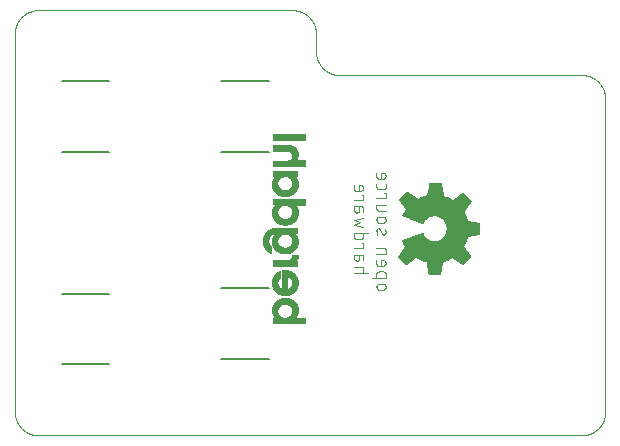
<source format=gbo>
G75*
%MOIN*%
%OFA0B0*%
%FSLAX25Y25*%
%IPPOS*%
%LPD*%
%AMOC8*
5,1,8,0,0,1.08239X$1,22.5*
%
%ADD10C,0.00000*%
%ADD11C,0.00039*%
%ADD12C,0.00200*%
%ADD13C,0.00400*%
%ADD14C,0.00500*%
D10*
X0072397Y0058146D02*
X0253499Y0058146D01*
X0253689Y0058148D01*
X0253879Y0058155D01*
X0254069Y0058167D01*
X0254259Y0058183D01*
X0254448Y0058203D01*
X0254637Y0058229D01*
X0254825Y0058258D01*
X0255012Y0058293D01*
X0255198Y0058332D01*
X0255383Y0058375D01*
X0255568Y0058423D01*
X0255751Y0058475D01*
X0255932Y0058531D01*
X0256112Y0058592D01*
X0256291Y0058658D01*
X0256468Y0058727D01*
X0256644Y0058801D01*
X0256817Y0058879D01*
X0256989Y0058962D01*
X0257158Y0059048D01*
X0257326Y0059138D01*
X0257491Y0059233D01*
X0257654Y0059331D01*
X0257814Y0059434D01*
X0257972Y0059540D01*
X0258127Y0059650D01*
X0258280Y0059763D01*
X0258430Y0059881D01*
X0258576Y0060002D01*
X0258720Y0060126D01*
X0258861Y0060254D01*
X0258999Y0060385D01*
X0259134Y0060520D01*
X0259265Y0060658D01*
X0259393Y0060799D01*
X0259517Y0060943D01*
X0259638Y0061089D01*
X0259756Y0061239D01*
X0259869Y0061392D01*
X0259979Y0061547D01*
X0260085Y0061705D01*
X0260188Y0061865D01*
X0260286Y0062028D01*
X0260381Y0062193D01*
X0260471Y0062361D01*
X0260557Y0062530D01*
X0260640Y0062702D01*
X0260718Y0062875D01*
X0260792Y0063051D01*
X0260861Y0063228D01*
X0260927Y0063407D01*
X0260988Y0063587D01*
X0261044Y0063768D01*
X0261096Y0063951D01*
X0261144Y0064136D01*
X0261187Y0064321D01*
X0261226Y0064507D01*
X0261261Y0064694D01*
X0261290Y0064882D01*
X0261316Y0065071D01*
X0261336Y0065260D01*
X0261352Y0065450D01*
X0261364Y0065640D01*
X0261371Y0065830D01*
X0261373Y0066020D01*
X0261373Y0170350D01*
X0261371Y0170540D01*
X0261364Y0170730D01*
X0261352Y0170920D01*
X0261336Y0171110D01*
X0261316Y0171299D01*
X0261290Y0171488D01*
X0261261Y0171676D01*
X0261226Y0171863D01*
X0261187Y0172049D01*
X0261144Y0172234D01*
X0261096Y0172419D01*
X0261044Y0172602D01*
X0260988Y0172783D01*
X0260927Y0172963D01*
X0260861Y0173142D01*
X0260792Y0173319D01*
X0260718Y0173495D01*
X0260640Y0173668D01*
X0260557Y0173840D01*
X0260471Y0174009D01*
X0260381Y0174177D01*
X0260286Y0174342D01*
X0260188Y0174505D01*
X0260085Y0174665D01*
X0259979Y0174823D01*
X0259869Y0174978D01*
X0259756Y0175131D01*
X0259638Y0175281D01*
X0259517Y0175427D01*
X0259393Y0175571D01*
X0259265Y0175712D01*
X0259134Y0175850D01*
X0258999Y0175985D01*
X0258861Y0176116D01*
X0258720Y0176244D01*
X0258576Y0176368D01*
X0258430Y0176489D01*
X0258280Y0176607D01*
X0258127Y0176720D01*
X0257972Y0176830D01*
X0257814Y0176936D01*
X0257654Y0177039D01*
X0257491Y0177137D01*
X0257326Y0177232D01*
X0257158Y0177322D01*
X0256989Y0177408D01*
X0256817Y0177491D01*
X0256644Y0177569D01*
X0256468Y0177643D01*
X0256291Y0177712D01*
X0256112Y0177778D01*
X0255932Y0177839D01*
X0255751Y0177895D01*
X0255568Y0177947D01*
X0255383Y0177995D01*
X0255198Y0178038D01*
X0255012Y0178077D01*
X0254825Y0178112D01*
X0254637Y0178141D01*
X0254448Y0178167D01*
X0254259Y0178187D01*
X0254069Y0178203D01*
X0253879Y0178215D01*
X0253689Y0178222D01*
X0253499Y0178224D01*
X0172791Y0178224D01*
X0172601Y0178226D01*
X0172411Y0178233D01*
X0172221Y0178245D01*
X0172031Y0178261D01*
X0171842Y0178281D01*
X0171653Y0178307D01*
X0171465Y0178336D01*
X0171278Y0178371D01*
X0171092Y0178410D01*
X0170907Y0178453D01*
X0170722Y0178501D01*
X0170539Y0178553D01*
X0170358Y0178609D01*
X0170178Y0178670D01*
X0169999Y0178736D01*
X0169822Y0178805D01*
X0169646Y0178879D01*
X0169473Y0178957D01*
X0169301Y0179040D01*
X0169132Y0179126D01*
X0168964Y0179216D01*
X0168799Y0179311D01*
X0168636Y0179409D01*
X0168476Y0179512D01*
X0168318Y0179618D01*
X0168163Y0179728D01*
X0168010Y0179841D01*
X0167860Y0179959D01*
X0167714Y0180080D01*
X0167570Y0180204D01*
X0167429Y0180332D01*
X0167291Y0180463D01*
X0167156Y0180598D01*
X0167025Y0180736D01*
X0166897Y0180877D01*
X0166773Y0181021D01*
X0166652Y0181167D01*
X0166534Y0181317D01*
X0166421Y0181470D01*
X0166311Y0181625D01*
X0166205Y0181783D01*
X0166102Y0181943D01*
X0166004Y0182106D01*
X0165909Y0182271D01*
X0165819Y0182439D01*
X0165733Y0182608D01*
X0165650Y0182780D01*
X0165572Y0182953D01*
X0165498Y0183129D01*
X0165429Y0183306D01*
X0165363Y0183485D01*
X0165302Y0183665D01*
X0165246Y0183846D01*
X0165194Y0184029D01*
X0165146Y0184214D01*
X0165103Y0184399D01*
X0165064Y0184585D01*
X0165029Y0184772D01*
X0165000Y0184960D01*
X0164974Y0185149D01*
X0164954Y0185338D01*
X0164938Y0185528D01*
X0164926Y0185718D01*
X0164919Y0185908D01*
X0164917Y0186098D01*
X0164917Y0192004D01*
X0164915Y0192194D01*
X0164908Y0192384D01*
X0164896Y0192574D01*
X0164880Y0192764D01*
X0164860Y0192953D01*
X0164834Y0193142D01*
X0164805Y0193330D01*
X0164770Y0193517D01*
X0164731Y0193703D01*
X0164688Y0193888D01*
X0164640Y0194073D01*
X0164588Y0194256D01*
X0164532Y0194437D01*
X0164471Y0194617D01*
X0164405Y0194796D01*
X0164336Y0194973D01*
X0164262Y0195149D01*
X0164184Y0195322D01*
X0164101Y0195494D01*
X0164015Y0195663D01*
X0163925Y0195831D01*
X0163830Y0195996D01*
X0163732Y0196159D01*
X0163629Y0196319D01*
X0163523Y0196477D01*
X0163413Y0196632D01*
X0163300Y0196785D01*
X0163182Y0196935D01*
X0163061Y0197081D01*
X0162937Y0197225D01*
X0162809Y0197366D01*
X0162678Y0197504D01*
X0162543Y0197639D01*
X0162405Y0197770D01*
X0162264Y0197898D01*
X0162120Y0198022D01*
X0161974Y0198143D01*
X0161824Y0198261D01*
X0161671Y0198374D01*
X0161516Y0198484D01*
X0161358Y0198590D01*
X0161198Y0198693D01*
X0161035Y0198791D01*
X0160870Y0198886D01*
X0160702Y0198976D01*
X0160533Y0199062D01*
X0160361Y0199145D01*
X0160188Y0199223D01*
X0160012Y0199297D01*
X0159835Y0199366D01*
X0159656Y0199432D01*
X0159476Y0199493D01*
X0159295Y0199549D01*
X0159112Y0199601D01*
X0158927Y0199649D01*
X0158742Y0199692D01*
X0158556Y0199731D01*
X0158369Y0199766D01*
X0158181Y0199795D01*
X0157992Y0199821D01*
X0157803Y0199841D01*
X0157613Y0199857D01*
X0157423Y0199869D01*
X0157233Y0199876D01*
X0157043Y0199878D01*
X0072397Y0199878D01*
X0072207Y0199876D01*
X0072017Y0199869D01*
X0071827Y0199857D01*
X0071637Y0199841D01*
X0071448Y0199821D01*
X0071259Y0199795D01*
X0071071Y0199766D01*
X0070884Y0199731D01*
X0070698Y0199692D01*
X0070513Y0199649D01*
X0070328Y0199601D01*
X0070145Y0199549D01*
X0069964Y0199493D01*
X0069784Y0199432D01*
X0069605Y0199366D01*
X0069428Y0199297D01*
X0069252Y0199223D01*
X0069079Y0199145D01*
X0068907Y0199062D01*
X0068738Y0198976D01*
X0068570Y0198886D01*
X0068405Y0198791D01*
X0068242Y0198693D01*
X0068082Y0198590D01*
X0067924Y0198484D01*
X0067769Y0198374D01*
X0067616Y0198261D01*
X0067466Y0198143D01*
X0067320Y0198022D01*
X0067176Y0197898D01*
X0067035Y0197770D01*
X0066897Y0197639D01*
X0066762Y0197504D01*
X0066631Y0197366D01*
X0066503Y0197225D01*
X0066379Y0197081D01*
X0066258Y0196935D01*
X0066140Y0196785D01*
X0066027Y0196632D01*
X0065917Y0196477D01*
X0065811Y0196319D01*
X0065708Y0196159D01*
X0065610Y0195996D01*
X0065515Y0195831D01*
X0065425Y0195663D01*
X0065339Y0195494D01*
X0065256Y0195322D01*
X0065178Y0195149D01*
X0065104Y0194973D01*
X0065035Y0194796D01*
X0064969Y0194617D01*
X0064908Y0194437D01*
X0064852Y0194256D01*
X0064800Y0194073D01*
X0064752Y0193888D01*
X0064709Y0193703D01*
X0064670Y0193517D01*
X0064635Y0193330D01*
X0064606Y0193142D01*
X0064580Y0192953D01*
X0064560Y0192764D01*
X0064544Y0192574D01*
X0064532Y0192384D01*
X0064525Y0192194D01*
X0064523Y0192004D01*
X0064523Y0066020D01*
X0064525Y0065830D01*
X0064532Y0065640D01*
X0064544Y0065450D01*
X0064560Y0065260D01*
X0064580Y0065071D01*
X0064606Y0064882D01*
X0064635Y0064694D01*
X0064670Y0064507D01*
X0064709Y0064321D01*
X0064752Y0064136D01*
X0064800Y0063951D01*
X0064852Y0063768D01*
X0064908Y0063587D01*
X0064969Y0063407D01*
X0065035Y0063228D01*
X0065104Y0063051D01*
X0065178Y0062875D01*
X0065256Y0062702D01*
X0065339Y0062530D01*
X0065425Y0062361D01*
X0065515Y0062193D01*
X0065610Y0062028D01*
X0065708Y0061865D01*
X0065811Y0061705D01*
X0065917Y0061547D01*
X0066027Y0061392D01*
X0066140Y0061239D01*
X0066258Y0061089D01*
X0066379Y0060943D01*
X0066503Y0060799D01*
X0066631Y0060658D01*
X0066762Y0060520D01*
X0066897Y0060385D01*
X0067035Y0060254D01*
X0067176Y0060126D01*
X0067320Y0060002D01*
X0067466Y0059881D01*
X0067616Y0059763D01*
X0067769Y0059650D01*
X0067924Y0059540D01*
X0068082Y0059434D01*
X0068242Y0059331D01*
X0068405Y0059233D01*
X0068570Y0059138D01*
X0068738Y0059048D01*
X0068907Y0058962D01*
X0069079Y0058879D01*
X0069252Y0058801D01*
X0069428Y0058727D01*
X0069605Y0058658D01*
X0069784Y0058592D01*
X0069964Y0058531D01*
X0070145Y0058475D01*
X0070328Y0058423D01*
X0070513Y0058375D01*
X0070698Y0058332D01*
X0070884Y0058293D01*
X0071071Y0058258D01*
X0071259Y0058229D01*
X0071448Y0058203D01*
X0071637Y0058183D01*
X0071827Y0058167D01*
X0072017Y0058155D01*
X0072207Y0058148D01*
X0072397Y0058146D01*
D11*
X0150590Y0095584D02*
X0150689Y0095461D01*
X0161123Y0095472D01*
X0161272Y0095472D01*
X0161272Y0097248D01*
X0161208Y0097406D01*
X0158100Y0097406D01*
X0157977Y0097450D01*
X0158119Y0097621D01*
X0158250Y0097800D01*
X0158371Y0097987D01*
X0158480Y0098180D01*
X0158578Y0098379D01*
X0158664Y0098584D01*
X0158737Y0098793D01*
X0158798Y0099006D01*
X0158847Y0099223D01*
X0158883Y0099442D01*
X0158905Y0099663D01*
X0158915Y0099885D01*
X0158914Y0100107D01*
X0158901Y0100328D01*
X0158875Y0100549D01*
X0158836Y0100767D01*
X0158784Y0100983D01*
X0158719Y0101195D01*
X0158642Y0101403D01*
X0158552Y0101606D01*
X0158450Y0101803D01*
X0158336Y0101994D01*
X0158212Y0102178D01*
X0158077Y0102354D01*
X0157931Y0102521D01*
X0157775Y0102680D01*
X0157611Y0102829D01*
X0157441Y0102972D01*
X0157264Y0103106D01*
X0157081Y0103232D01*
X0156892Y0103348D01*
X0156698Y0103455D01*
X0156498Y0103552D01*
X0156294Y0103639D01*
X0156086Y0103716D01*
X0155874Y0103783D01*
X0155659Y0103840D01*
X0155442Y0103886D01*
X0155223Y0103921D01*
X0155002Y0103945D01*
X0154781Y0103959D01*
X0154559Y0103962D01*
X0154337Y0103954D01*
X0154116Y0103936D01*
X0153896Y0103907D01*
X0153677Y0103866D01*
X0153461Y0103816D01*
X0153248Y0103755D01*
X0153038Y0103683D01*
X0152831Y0103602D01*
X0152629Y0103510D01*
X0152432Y0103408D01*
X0152240Y0103297D01*
X0152053Y0103177D01*
X0151873Y0103047D01*
X0151699Y0102910D01*
X0151532Y0102763D01*
X0151375Y0102606D01*
X0151227Y0102441D01*
X0151089Y0102267D01*
X0150961Y0102086D01*
X0150843Y0101897D01*
X0150737Y0101702D01*
X0150642Y0101502D01*
X0150559Y0101296D01*
X0150488Y0101086D01*
X0150429Y0100872D01*
X0150382Y0100655D01*
X0150348Y0100435D01*
X0150327Y0100214D01*
X0150318Y0099993D01*
X0150322Y0099771D01*
X0150339Y0099549D01*
X0150369Y0099329D01*
X0150411Y0099111D01*
X0150466Y0098896D01*
X0150533Y0098685D01*
X0150612Y0098477D01*
X0150703Y0098275D01*
X0150805Y0098078D01*
X0150918Y0097887D01*
X0151043Y0097703D01*
X0151177Y0097527D01*
X0151319Y0097362D01*
X0152535Y0098226D01*
X0152403Y0098398D01*
X0152287Y0098587D01*
X0152190Y0098787D01*
X0152114Y0098995D01*
X0152058Y0099210D01*
X0152025Y0099429D01*
X0152013Y0099651D01*
X0152013Y0099724D01*
X0152027Y0099946D01*
X0152064Y0100165D01*
X0152122Y0100379D01*
X0152201Y0100586D01*
X0152301Y0100785D01*
X0152420Y0100972D01*
X0152556Y0101147D01*
X0152710Y0101307D01*
X0152880Y0101450D01*
X0153061Y0101578D01*
X0153252Y0101691D01*
X0153452Y0101788D01*
X0153658Y0101869D01*
X0153871Y0101933D01*
X0154088Y0101979D01*
X0154308Y0102008D01*
X0154530Y0102019D01*
X0154751Y0102013D01*
X0154972Y0101988D01*
X0155190Y0101946D01*
X0155404Y0101887D01*
X0155612Y0101810D01*
X0155814Y0101717D01*
X0156007Y0101608D01*
X0156191Y0101484D01*
X0156364Y0101346D01*
X0156518Y0101186D01*
X0156656Y0101012D01*
X0156776Y0100825D01*
X0156878Y0100628D01*
X0156960Y0100422D01*
X0157022Y0100209D01*
X0157063Y0099991D01*
X0157083Y0099770D01*
X0157082Y0099548D01*
X0157059Y0099327D01*
X0157015Y0099110D01*
X0156950Y0098897D01*
X0156866Y0098692D01*
X0156762Y0098496D01*
X0156639Y0098311D01*
X0156499Y0098139D01*
X0156342Y0097982D01*
X0156168Y0097845D01*
X0158279Y0097845D01*
X0158255Y0097807D02*
X0156110Y0097807D01*
X0156053Y0097770D02*
X0158228Y0097770D01*
X0158200Y0097732D02*
X0155996Y0097732D01*
X0155982Y0097723D02*
X0155788Y0097616D01*
X0155586Y0097525D01*
X0155376Y0097451D01*
X0155162Y0097394D01*
X0154944Y0097354D01*
X0154723Y0097332D01*
X0154501Y0097328D01*
X0154279Y0097341D01*
X0154060Y0097372D01*
X0153843Y0097421D01*
X0153631Y0097487D01*
X0153425Y0097570D01*
X0153227Y0097670D01*
X0153037Y0097785D01*
X0152857Y0097914D01*
X0152689Y0098060D01*
X0152541Y0098218D01*
X0151324Y0097354D01*
X0151377Y0097239D01*
X0150711Y0097239D01*
X0150590Y0097138D01*
X0150590Y0095584D01*
X0150599Y0095572D02*
X0161272Y0095572D01*
X0161272Y0095535D02*
X0150630Y0095535D01*
X0150660Y0095497D02*
X0161272Y0095497D01*
X0161272Y0095610D02*
X0150590Y0095610D01*
X0150590Y0095648D02*
X0161272Y0095648D01*
X0161272Y0095686D02*
X0150590Y0095686D01*
X0150590Y0095724D02*
X0161272Y0095724D01*
X0161272Y0095762D02*
X0150590Y0095762D01*
X0150590Y0095800D02*
X0161272Y0095800D01*
X0161272Y0095838D02*
X0150590Y0095838D01*
X0150590Y0095876D02*
X0161272Y0095876D01*
X0161272Y0095913D02*
X0150590Y0095913D01*
X0150590Y0095951D02*
X0161272Y0095951D01*
X0161272Y0095989D02*
X0150590Y0095989D01*
X0150590Y0096027D02*
X0161272Y0096027D01*
X0161272Y0096065D02*
X0150590Y0096065D01*
X0150590Y0096103D02*
X0161272Y0096103D01*
X0161272Y0096141D02*
X0150590Y0096141D01*
X0150590Y0096179D02*
X0161272Y0096179D01*
X0161272Y0096216D02*
X0150590Y0096216D01*
X0150590Y0096254D02*
X0161272Y0096254D01*
X0161272Y0096292D02*
X0150590Y0096292D01*
X0150590Y0096330D02*
X0161272Y0096330D01*
X0161272Y0096368D02*
X0150590Y0096368D01*
X0150590Y0096406D02*
X0161272Y0096406D01*
X0161272Y0096444D02*
X0150590Y0096444D01*
X0150590Y0096482D02*
X0161272Y0096482D01*
X0161272Y0096520D02*
X0150590Y0096520D01*
X0150590Y0096557D02*
X0161272Y0096557D01*
X0161272Y0096595D02*
X0150590Y0096595D01*
X0150590Y0096633D02*
X0161272Y0096633D01*
X0161272Y0096671D02*
X0150590Y0096671D01*
X0150590Y0096709D02*
X0161272Y0096709D01*
X0161272Y0096747D02*
X0150590Y0096747D01*
X0150590Y0096785D02*
X0161272Y0096785D01*
X0161272Y0096823D02*
X0150590Y0096823D01*
X0150590Y0096860D02*
X0161272Y0096860D01*
X0161272Y0096898D02*
X0150590Y0096898D01*
X0150590Y0096936D02*
X0161272Y0096936D01*
X0161272Y0096974D02*
X0150590Y0096974D01*
X0150590Y0097012D02*
X0161272Y0097012D01*
X0161272Y0097050D02*
X0150590Y0097050D01*
X0150590Y0097088D02*
X0161272Y0097088D01*
X0161272Y0097126D02*
X0150590Y0097126D01*
X0150621Y0097164D02*
X0161272Y0097164D01*
X0161272Y0097201D02*
X0150666Y0097201D01*
X0151136Y0097580D02*
X0151626Y0097580D01*
X0151643Y0097580D02*
X0153405Y0097580D01*
X0153330Y0097618D02*
X0151696Y0097618D01*
X0151679Y0097618D02*
X0151107Y0097618D01*
X0151079Y0097656D02*
X0151733Y0097656D01*
X0151750Y0097656D02*
X0153254Y0097656D01*
X0153187Y0097694D02*
X0151803Y0097694D01*
X0151786Y0097694D02*
X0151050Y0097694D01*
X0151023Y0097732D02*
X0151839Y0097732D01*
X0151856Y0097732D02*
X0153124Y0097732D01*
X0153062Y0097770D02*
X0151910Y0097770D01*
X0151893Y0097770D02*
X0150998Y0097770D01*
X0150972Y0097807D02*
X0151946Y0097807D01*
X0151963Y0097807D02*
X0153005Y0097807D01*
X0152953Y0097845D02*
X0152016Y0097845D01*
X0151999Y0097845D02*
X0150946Y0097845D01*
X0150921Y0097883D02*
X0152053Y0097883D01*
X0152070Y0097883D02*
X0152900Y0097883D01*
X0152849Y0097921D02*
X0152123Y0097921D01*
X0152106Y0097921D02*
X0150898Y0097921D01*
X0150875Y0097959D02*
X0152159Y0097959D01*
X0152176Y0097959D02*
X0152806Y0097959D01*
X0152762Y0097997D02*
X0152230Y0097997D01*
X0152213Y0097997D02*
X0150853Y0097997D01*
X0150830Y0098035D02*
X0152266Y0098035D01*
X0152283Y0098035D02*
X0152718Y0098035D01*
X0152677Y0098073D02*
X0152336Y0098073D01*
X0152319Y0098073D02*
X0150808Y0098073D01*
X0150788Y0098111D02*
X0152373Y0098111D01*
X0152390Y0098111D02*
X0152642Y0098111D01*
X0152606Y0098148D02*
X0152443Y0098148D01*
X0152426Y0098148D02*
X0150768Y0098148D01*
X0150748Y0098186D02*
X0152479Y0098186D01*
X0152496Y0098186D02*
X0152571Y0098186D01*
X0152533Y0098224D02*
X0150729Y0098224D01*
X0150709Y0098262D02*
X0152507Y0098262D01*
X0152478Y0098300D02*
X0150691Y0098300D01*
X0150674Y0098338D02*
X0152449Y0098338D01*
X0152420Y0098376D02*
X0150657Y0098376D01*
X0150640Y0098414D02*
X0152394Y0098414D01*
X0152370Y0098451D02*
X0150623Y0098451D01*
X0150607Y0098489D02*
X0152347Y0098489D01*
X0152324Y0098527D02*
X0150593Y0098527D01*
X0150578Y0098565D02*
X0152301Y0098565D01*
X0152279Y0098603D02*
X0150564Y0098603D01*
X0150549Y0098641D02*
X0152261Y0098641D01*
X0152243Y0098679D02*
X0150535Y0098679D01*
X0150523Y0098717D02*
X0152224Y0098717D01*
X0152206Y0098755D02*
X0150511Y0098755D01*
X0150499Y0098792D02*
X0152188Y0098792D01*
X0152174Y0098830D02*
X0150487Y0098830D01*
X0150475Y0098868D02*
X0152160Y0098868D01*
X0152146Y0098906D02*
X0150463Y0098906D01*
X0150454Y0098944D02*
X0152132Y0098944D01*
X0152118Y0098982D02*
X0150444Y0098982D01*
X0150434Y0099020D02*
X0152107Y0099020D01*
X0152097Y0099058D02*
X0150425Y0099058D01*
X0150415Y0099095D02*
X0152088Y0099095D01*
X0152078Y0099133D02*
X0150407Y0099133D01*
X0150399Y0099171D02*
X0152068Y0099171D01*
X0152058Y0099209D02*
X0150392Y0099209D01*
X0150385Y0099247D02*
X0152053Y0099247D01*
X0152047Y0099285D02*
X0150377Y0099285D01*
X0150370Y0099323D02*
X0152041Y0099323D01*
X0152035Y0099361D02*
X0150365Y0099361D01*
X0150359Y0099399D02*
X0152029Y0099399D01*
X0152024Y0099436D02*
X0150354Y0099436D01*
X0150349Y0099474D02*
X0152022Y0099474D01*
X0152020Y0099512D02*
X0150344Y0099512D01*
X0150339Y0099550D02*
X0152018Y0099550D01*
X0152016Y0099588D02*
X0150336Y0099588D01*
X0150333Y0099626D02*
X0152014Y0099626D01*
X0152013Y0099664D02*
X0150330Y0099664D01*
X0150328Y0099702D02*
X0152013Y0099702D01*
X0152014Y0099739D02*
X0150325Y0099739D01*
X0150322Y0099777D02*
X0152016Y0099777D01*
X0152019Y0099815D02*
X0150321Y0099815D01*
X0150321Y0099853D02*
X0152021Y0099853D01*
X0152024Y0099891D02*
X0150320Y0099891D01*
X0150319Y0099929D02*
X0152026Y0099929D01*
X0152031Y0099967D02*
X0150319Y0099967D01*
X0150319Y0100005D02*
X0152037Y0100005D01*
X0152044Y0100042D02*
X0150320Y0100042D01*
X0150322Y0100080D02*
X0152050Y0100080D01*
X0152056Y0100118D02*
X0150323Y0100118D01*
X0150325Y0100156D02*
X0152063Y0100156D01*
X0152072Y0100194D02*
X0150326Y0100194D01*
X0150328Y0100232D02*
X0152082Y0100232D01*
X0152092Y0100270D02*
X0150332Y0100270D01*
X0150336Y0100308D02*
X0152103Y0100308D01*
X0152113Y0100346D02*
X0150339Y0100346D01*
X0150343Y0100383D02*
X0152124Y0100383D01*
X0152138Y0100421D02*
X0150347Y0100421D01*
X0150352Y0100459D02*
X0152153Y0100459D01*
X0152167Y0100497D02*
X0150358Y0100497D01*
X0150364Y0100535D02*
X0152182Y0100535D01*
X0152196Y0100573D02*
X0150369Y0100573D01*
X0150375Y0100611D02*
X0152214Y0100611D01*
X0152233Y0100649D02*
X0150381Y0100649D01*
X0150389Y0100686D02*
X0152252Y0100686D01*
X0152271Y0100724D02*
X0150397Y0100724D01*
X0150405Y0100762D02*
X0152290Y0100762D01*
X0152311Y0100800D02*
X0150413Y0100800D01*
X0150422Y0100838D02*
X0152335Y0100838D01*
X0152359Y0100876D02*
X0150430Y0100876D01*
X0150440Y0100914D02*
X0152383Y0100914D01*
X0152407Y0100952D02*
X0150451Y0100952D01*
X0150461Y0100990D02*
X0152433Y0100990D01*
X0152463Y0101027D02*
X0150472Y0101027D01*
X0150482Y0101065D02*
X0152493Y0101065D01*
X0152522Y0101103D02*
X0150494Y0101103D01*
X0150507Y0101141D02*
X0152552Y0101141D01*
X0152587Y0101179D02*
X0150519Y0101179D01*
X0150532Y0101217D02*
X0152624Y0101217D01*
X0152660Y0101255D02*
X0150545Y0101255D01*
X0150558Y0101293D02*
X0152696Y0101293D01*
X0152738Y0101330D02*
X0150573Y0101330D01*
X0150588Y0101368D02*
X0152783Y0101368D01*
X0152828Y0101406D02*
X0150604Y0101406D01*
X0150619Y0101444D02*
X0152873Y0101444D01*
X0152926Y0101482D02*
X0150634Y0101482D01*
X0150651Y0101520D02*
X0152979Y0101520D01*
X0153033Y0101558D02*
X0150669Y0101558D01*
X0150687Y0101596D02*
X0153091Y0101596D01*
X0153155Y0101634D02*
X0150705Y0101634D01*
X0150723Y0101671D02*
X0153219Y0101671D01*
X0153290Y0101709D02*
X0150741Y0101709D01*
X0150762Y0101747D02*
X0153368Y0101747D01*
X0153446Y0101785D02*
X0150782Y0101785D01*
X0150803Y0101823D02*
X0153541Y0101823D01*
X0153638Y0101861D02*
X0150824Y0101861D01*
X0150844Y0101899D02*
X0153758Y0101899D01*
X0153890Y0101937D02*
X0150868Y0101937D01*
X0150891Y0101974D02*
X0154066Y0101974D01*
X0154392Y0102012D02*
X0150915Y0102012D01*
X0150939Y0102050D02*
X0158299Y0102050D01*
X0158324Y0102012D02*
X0154755Y0102012D01*
X0155044Y0101974D02*
X0158348Y0101974D01*
X0158371Y0101937D02*
X0155225Y0101937D01*
X0155362Y0101899D02*
X0158393Y0101899D01*
X0158416Y0101861D02*
X0155475Y0101861D01*
X0155578Y0101823D02*
X0158438Y0101823D01*
X0158459Y0101785D02*
X0155667Y0101785D01*
X0155749Y0101747D02*
X0158479Y0101747D01*
X0158498Y0101709D02*
X0155828Y0101709D01*
X0155895Y0101671D02*
X0158518Y0101671D01*
X0158538Y0101634D02*
X0155963Y0101634D01*
X0156026Y0101596D02*
X0158556Y0101596D01*
X0158573Y0101558D02*
X0156082Y0101558D01*
X0156138Y0101520D02*
X0158590Y0101520D01*
X0158607Y0101482D02*
X0156193Y0101482D01*
X0156241Y0101444D02*
X0158623Y0101444D01*
X0158640Y0101406D02*
X0156288Y0101406D01*
X0156336Y0101368D02*
X0158655Y0101368D01*
X0158669Y0101330D02*
X0156379Y0101330D01*
X0156415Y0101293D02*
X0158683Y0101293D01*
X0158697Y0101255D02*
X0156452Y0101255D01*
X0156488Y0101217D02*
X0158711Y0101217D01*
X0158724Y0101179D02*
X0156524Y0101179D01*
X0156554Y0101141D02*
X0158736Y0101141D01*
X0158747Y0101103D02*
X0156584Y0101103D01*
X0156614Y0101065D02*
X0158759Y0101065D01*
X0158770Y0101027D02*
X0156644Y0101027D01*
X0156670Y0100990D02*
X0158782Y0100990D01*
X0158792Y0100952D02*
X0156695Y0100952D01*
X0156719Y0100914D02*
X0158801Y0100914D01*
X0158810Y0100876D02*
X0156744Y0100876D01*
X0156768Y0100838D02*
X0158819Y0100838D01*
X0158828Y0100800D02*
X0156789Y0100800D01*
X0156809Y0100762D02*
X0158837Y0100762D01*
X0158844Y0100724D02*
X0156828Y0100724D01*
X0156848Y0100686D02*
X0158851Y0100686D01*
X0158857Y0100649D02*
X0156867Y0100649D01*
X0156885Y0100611D02*
X0158864Y0100611D01*
X0158871Y0100573D02*
X0156900Y0100573D01*
X0156915Y0100535D02*
X0158877Y0100535D01*
X0158881Y0100497D02*
X0156930Y0100497D01*
X0156945Y0100459D02*
X0158886Y0100459D01*
X0158890Y0100421D02*
X0156960Y0100421D01*
X0156971Y0100383D02*
X0158895Y0100383D01*
X0158899Y0100346D02*
X0156982Y0100346D01*
X0156993Y0100308D02*
X0158903Y0100308D01*
X0158905Y0100270D02*
X0157004Y0100270D01*
X0157015Y0100232D02*
X0158907Y0100232D01*
X0158909Y0100194D02*
X0157025Y0100194D01*
X0157032Y0100156D02*
X0158911Y0100156D01*
X0158914Y0100118D02*
X0157039Y0100118D01*
X0157046Y0100080D02*
X0158914Y0100080D01*
X0158914Y0100042D02*
X0157054Y0100042D01*
X0157061Y0100005D02*
X0158915Y0100005D01*
X0158915Y0099967D02*
X0157066Y0099967D01*
X0157069Y0099929D02*
X0158915Y0099929D01*
X0158915Y0099891D02*
X0157072Y0099891D01*
X0157076Y0099853D02*
X0158914Y0099853D01*
X0158912Y0099815D02*
X0157079Y0099815D01*
X0157083Y0099777D02*
X0158910Y0099777D01*
X0158909Y0099739D02*
X0157083Y0099739D01*
X0157083Y0099702D02*
X0158907Y0099702D01*
X0158905Y0099664D02*
X0157083Y0099664D01*
X0157082Y0099626D02*
X0158902Y0099626D01*
X0158898Y0099588D02*
X0157082Y0099588D01*
X0157082Y0099550D02*
X0158894Y0099550D01*
X0158890Y0099512D02*
X0157078Y0099512D01*
X0157074Y0099474D02*
X0158886Y0099474D01*
X0158882Y0099436D02*
X0157070Y0099436D01*
X0157067Y0099399D02*
X0158876Y0099399D01*
X0158869Y0099361D02*
X0157063Y0099361D01*
X0157058Y0099323D02*
X0158863Y0099323D01*
X0158857Y0099285D02*
X0157051Y0099285D01*
X0157043Y0099247D02*
X0158851Y0099247D01*
X0158844Y0099209D02*
X0157035Y0099209D01*
X0157028Y0099171D02*
X0158835Y0099171D01*
X0158827Y0099133D02*
X0157020Y0099133D01*
X0157011Y0099095D02*
X0158818Y0099095D01*
X0158810Y0099058D02*
X0156999Y0099058D01*
X0156988Y0099020D02*
X0158801Y0099020D01*
X0158791Y0098982D02*
X0156976Y0098982D01*
X0156965Y0098944D02*
X0158781Y0098944D01*
X0158770Y0098906D02*
X0156953Y0098906D01*
X0156938Y0098868D02*
X0158759Y0098868D01*
X0158748Y0098830D02*
X0156923Y0098830D01*
X0156907Y0098792D02*
X0158737Y0098792D01*
X0158724Y0098755D02*
X0156891Y0098755D01*
X0156876Y0098717D02*
X0158710Y0098717D01*
X0158697Y0098679D02*
X0156859Y0098679D01*
X0156838Y0098641D02*
X0158684Y0098641D01*
X0158670Y0098603D02*
X0156818Y0098603D01*
X0156798Y0098565D02*
X0158656Y0098565D01*
X0158640Y0098527D02*
X0156778Y0098527D01*
X0156757Y0098489D02*
X0158624Y0098489D01*
X0158608Y0098451D02*
X0156732Y0098451D01*
X0156707Y0098414D02*
X0158592Y0098414D01*
X0158576Y0098376D02*
X0156682Y0098376D01*
X0156657Y0098338D02*
X0158557Y0098338D01*
X0158539Y0098300D02*
X0156630Y0098300D01*
X0156599Y0098262D02*
X0158520Y0098262D01*
X0158502Y0098224D02*
X0156568Y0098224D01*
X0156538Y0098186D02*
X0158483Y0098186D01*
X0158462Y0098148D02*
X0156507Y0098148D01*
X0156471Y0098111D02*
X0158441Y0098111D01*
X0158419Y0098073D02*
X0156433Y0098073D01*
X0156395Y0098035D02*
X0158398Y0098035D01*
X0158376Y0097997D02*
X0156357Y0097997D01*
X0156313Y0097959D02*
X0158353Y0097959D01*
X0158328Y0097921D02*
X0156264Y0097921D01*
X0156216Y0097883D02*
X0158304Y0097883D01*
X0158172Y0097694D02*
X0155929Y0097694D01*
X0155982Y0097723D02*
X0156168Y0097845D01*
X0155861Y0097656D02*
X0158144Y0097656D01*
X0158116Y0097618D02*
X0155792Y0097618D01*
X0155708Y0097580D02*
X0158085Y0097580D01*
X0158053Y0097542D02*
X0155624Y0097542D01*
X0155527Y0097504D02*
X0158022Y0097504D01*
X0157991Y0097467D02*
X0155421Y0097467D01*
X0155293Y0097429D02*
X0158036Y0097429D01*
X0155146Y0097391D02*
X0161214Y0097391D01*
X0161229Y0097353D02*
X0154933Y0097353D01*
X0154197Y0097353D02*
X0151324Y0097353D01*
X0151342Y0097315D02*
X0161245Y0097315D01*
X0161260Y0097277D02*
X0151360Y0097277D01*
X0151377Y0097239D02*
X0161272Y0097239D01*
X0158273Y0102088D02*
X0150962Y0102088D01*
X0150989Y0102126D02*
X0158247Y0102126D01*
X0158221Y0102164D02*
X0151016Y0102164D01*
X0151043Y0102202D02*
X0158194Y0102202D01*
X0158164Y0102240D02*
X0151069Y0102240D01*
X0151097Y0102277D02*
X0158135Y0102277D01*
X0158106Y0102315D02*
X0151127Y0102315D01*
X0151157Y0102353D02*
X0158077Y0102353D01*
X0158044Y0102391D02*
X0151187Y0102391D01*
X0151218Y0102429D02*
X0158011Y0102429D01*
X0157978Y0102467D02*
X0151250Y0102467D01*
X0151284Y0102505D02*
X0157945Y0102505D01*
X0157910Y0102543D02*
X0151318Y0102543D01*
X0151352Y0102581D02*
X0157873Y0102581D01*
X0157836Y0102618D02*
X0151387Y0102618D01*
X0151425Y0102656D02*
X0157799Y0102656D01*
X0157760Y0102694D02*
X0151463Y0102694D01*
X0151501Y0102732D02*
X0157718Y0102732D01*
X0157677Y0102770D02*
X0151540Y0102770D01*
X0151583Y0102808D02*
X0157635Y0102808D01*
X0157592Y0102846D02*
X0151626Y0102846D01*
X0151669Y0102884D02*
X0157547Y0102884D01*
X0157502Y0102921D02*
X0151714Y0102921D01*
X0151762Y0102959D02*
X0157456Y0102959D01*
X0157408Y0102997D02*
X0151809Y0102997D01*
X0151857Y0103035D02*
X0157358Y0103035D01*
X0157308Y0103073D02*
X0151908Y0103073D01*
X0151961Y0103111D02*
X0157258Y0103111D01*
X0157202Y0103149D02*
X0152014Y0103149D01*
X0152068Y0103187D02*
X0157147Y0103187D01*
X0157091Y0103225D02*
X0152127Y0103225D01*
X0152186Y0103262D02*
X0157031Y0103262D01*
X0156969Y0103300D02*
X0152245Y0103300D01*
X0152310Y0103338D02*
X0156908Y0103338D01*
X0156841Y0103376D02*
X0152376Y0103376D01*
X0152443Y0103414D02*
X0156772Y0103414D01*
X0156703Y0103452D02*
X0152516Y0103452D01*
X0152590Y0103490D02*
X0156626Y0103490D01*
X0156548Y0103528D02*
X0152668Y0103528D01*
X0152752Y0103565D02*
X0156466Y0103565D01*
X0156378Y0103603D02*
X0152836Y0103603D01*
X0152931Y0103641D02*
X0156288Y0103641D01*
X0156186Y0103679D02*
X0153027Y0103679D01*
X0153137Y0103717D02*
X0156084Y0103717D01*
X0155964Y0103755D02*
X0153248Y0103755D01*
X0153380Y0103793D02*
X0155838Y0103793D01*
X0155694Y0103831D02*
X0153524Y0103831D01*
X0153688Y0103869D02*
X0155523Y0103869D01*
X0155313Y0103906D02*
X0153895Y0103906D01*
X0154217Y0103944D02*
X0155013Y0103944D01*
X0154991Y0104862D02*
X0155211Y0104889D01*
X0155430Y0104928D01*
X0155647Y0104977D01*
X0155861Y0105037D01*
X0156071Y0105107D01*
X0156278Y0105188D01*
X0156481Y0105279D01*
X0156678Y0105381D01*
X0156871Y0105492D01*
X0157057Y0105612D01*
X0157237Y0105742D01*
X0157411Y0105881D01*
X0157577Y0106028D01*
X0151529Y0106028D01*
X0151520Y0106035D02*
X0151686Y0105888D01*
X0151860Y0105749D01*
X0152039Y0105619D01*
X0152226Y0105497D01*
X0156880Y0105497D01*
X0156938Y0105535D02*
X0152167Y0105535D01*
X0152109Y0105573D02*
X0156997Y0105573D01*
X0157055Y0105611D02*
X0152051Y0105611D01*
X0151997Y0105649D02*
X0157108Y0105649D01*
X0157160Y0105687D02*
X0151945Y0105687D01*
X0151893Y0105725D02*
X0157213Y0105725D01*
X0157263Y0105763D02*
X0151842Y0105763D01*
X0151795Y0105800D02*
X0157310Y0105800D01*
X0157358Y0105838D02*
X0151748Y0105838D01*
X0151701Y0105876D02*
X0157405Y0105876D01*
X0157448Y0105914D02*
X0151657Y0105914D01*
X0151614Y0105952D02*
X0157491Y0105952D01*
X0157534Y0105990D02*
X0151571Y0105990D01*
X0151520Y0106035D02*
X0151363Y0106193D01*
X0151216Y0106358D01*
X0151077Y0106532D01*
X0150948Y0106713D01*
X0150830Y0106901D01*
X0150722Y0107095D01*
X0150625Y0107295D01*
X0150539Y0107500D01*
X0150464Y0107709D01*
X0150402Y0107922D01*
X0152337Y0107922D01*
X0152316Y0107960D02*
X0150393Y0107960D01*
X0150384Y0107998D02*
X0152294Y0107998D01*
X0152272Y0108035D02*
X0150375Y0108035D01*
X0150366Y0108073D02*
X0152251Y0108073D01*
X0152253Y0108068D02*
X0152164Y0108271D01*
X0152095Y0108482D01*
X0152050Y0108700D01*
X0152027Y0108920D01*
X0152025Y0109143D01*
X0152044Y0109364D01*
X0152083Y0109582D01*
X0152144Y0109796D01*
X0152225Y0110003D01*
X0152326Y0110201D01*
X0152446Y0110387D01*
X0152588Y0110558D01*
X0152750Y0110710D01*
X0152929Y0110841D01*
X0153069Y0110982D01*
X0153069Y0112759D01*
X0153055Y0112963D01*
X0152844Y0112892D01*
X0152638Y0112810D01*
X0152437Y0112716D01*
X0152241Y0112610D01*
X0152052Y0112494D01*
X0151870Y0112366D01*
X0151696Y0112229D01*
X0151530Y0112081D01*
X0151372Y0111925D01*
X0151224Y0111759D01*
X0151086Y0111585D01*
X0150959Y0111403D01*
X0150843Y0111214D01*
X0150737Y0111019D01*
X0150641Y0110818D01*
X0150555Y0110613D01*
X0150481Y0110404D01*
X0150417Y0110191D01*
X0150364Y0109975D01*
X0150323Y0109757D01*
X0150293Y0109537D01*
X0150275Y0109316D01*
X0150268Y0109094D01*
X0150268Y0109021D01*
X0150270Y0108799D01*
X0150285Y0108577D01*
X0150312Y0108357D01*
X0150351Y0108138D01*
X0150402Y0107922D01*
X0150413Y0107884D02*
X0152359Y0107884D01*
X0152364Y0107875D02*
X0152253Y0108068D01*
X0152234Y0108111D02*
X0150357Y0108111D01*
X0150349Y0108149D02*
X0152218Y0108149D01*
X0152201Y0108187D02*
X0150342Y0108187D01*
X0150335Y0108225D02*
X0152184Y0108225D01*
X0152167Y0108263D02*
X0150328Y0108263D01*
X0150322Y0108301D02*
X0152154Y0108301D01*
X0152142Y0108339D02*
X0150315Y0108339D01*
X0150309Y0108376D02*
X0152130Y0108376D01*
X0152117Y0108414D02*
X0150305Y0108414D01*
X0150300Y0108452D02*
X0152105Y0108452D01*
X0152094Y0108490D02*
X0150296Y0108490D01*
X0150291Y0108528D02*
X0152086Y0108528D01*
X0152078Y0108566D02*
X0150286Y0108566D01*
X0150283Y0108604D02*
X0152070Y0108604D01*
X0152062Y0108642D02*
X0150281Y0108642D01*
X0150278Y0108679D02*
X0152054Y0108679D01*
X0152048Y0108717D02*
X0150276Y0108717D01*
X0150273Y0108755D02*
X0152044Y0108755D01*
X0152040Y0108793D02*
X0150271Y0108793D01*
X0150270Y0108831D02*
X0152036Y0108831D01*
X0152032Y0108869D02*
X0150270Y0108869D01*
X0150269Y0108907D02*
X0152028Y0108907D01*
X0152027Y0108945D02*
X0150269Y0108945D01*
X0150268Y0108983D02*
X0152026Y0108983D01*
X0152026Y0109020D02*
X0150268Y0109020D01*
X0150268Y0109058D02*
X0152026Y0109058D01*
X0152026Y0109096D02*
X0150268Y0109096D01*
X0150269Y0109134D02*
X0152025Y0109134D01*
X0152028Y0109172D02*
X0150270Y0109172D01*
X0150271Y0109210D02*
X0152031Y0109210D01*
X0152034Y0109248D02*
X0150273Y0109248D01*
X0150274Y0109286D02*
X0152037Y0109286D01*
X0152040Y0109323D02*
X0150275Y0109323D01*
X0150279Y0109361D02*
X0152043Y0109361D01*
X0152050Y0109399D02*
X0150282Y0109399D01*
X0150285Y0109437D02*
X0152057Y0109437D01*
X0152064Y0109475D02*
X0150288Y0109475D01*
X0150291Y0109513D02*
X0152071Y0109513D01*
X0152078Y0109551D02*
X0150295Y0109551D01*
X0150300Y0109589D02*
X0152085Y0109589D01*
X0152096Y0109626D02*
X0150305Y0109626D01*
X0150310Y0109664D02*
X0152107Y0109664D01*
X0152117Y0109702D02*
X0150316Y0109702D01*
X0150321Y0109740D02*
X0152128Y0109740D01*
X0152139Y0109778D02*
X0150327Y0109778D01*
X0150334Y0109816D02*
X0152152Y0109816D01*
X0152167Y0109854D02*
X0150341Y0109854D01*
X0150348Y0109892D02*
X0152182Y0109892D01*
X0152197Y0109930D02*
X0150356Y0109930D01*
X0150363Y0109967D02*
X0152211Y0109967D01*
X0152227Y0110005D02*
X0150372Y0110005D01*
X0150381Y0110043D02*
X0152246Y0110043D01*
X0152265Y0110081D02*
X0150390Y0110081D01*
X0150399Y0110119D02*
X0152284Y0110119D01*
X0152304Y0110157D02*
X0150409Y0110157D01*
X0150418Y0110195D02*
X0152323Y0110195D01*
X0152346Y0110233D02*
X0150429Y0110233D01*
X0150441Y0110270D02*
X0152371Y0110270D01*
X0152395Y0110308D02*
X0150452Y0110308D01*
X0150463Y0110346D02*
X0152419Y0110346D01*
X0152444Y0110384D02*
X0150475Y0110384D01*
X0150487Y0110422D02*
X0152475Y0110422D01*
X0152506Y0110460D02*
X0150501Y0110460D01*
X0150514Y0110498D02*
X0152538Y0110498D01*
X0152569Y0110536D02*
X0150528Y0110536D01*
X0150541Y0110574D02*
X0152604Y0110574D01*
X0152644Y0110611D02*
X0150555Y0110611D01*
X0150570Y0110649D02*
X0152685Y0110649D01*
X0152725Y0110687D02*
X0150586Y0110687D01*
X0150602Y0110725D02*
X0152770Y0110725D01*
X0152822Y0110763D02*
X0150618Y0110763D01*
X0150634Y0110801D02*
X0152874Y0110801D01*
X0152926Y0110839D02*
X0150651Y0110839D01*
X0150669Y0110877D02*
X0152964Y0110877D01*
X0153002Y0110914D02*
X0150687Y0110914D01*
X0150705Y0110952D02*
X0153039Y0110952D01*
X0153069Y0110990D02*
X0150723Y0110990D01*
X0150742Y0111028D02*
X0153069Y0111028D01*
X0153069Y0111066D02*
X0150762Y0111066D01*
X0150783Y0111104D02*
X0153069Y0111104D01*
X0153069Y0111142D02*
X0150804Y0111142D01*
X0150824Y0111180D02*
X0153069Y0111180D01*
X0153069Y0111218D02*
X0150845Y0111218D01*
X0150868Y0111255D02*
X0153069Y0111255D01*
X0153069Y0111293D02*
X0150892Y0111293D01*
X0150915Y0111331D02*
X0153069Y0111331D01*
X0153069Y0111369D02*
X0150938Y0111369D01*
X0150962Y0111407D02*
X0153069Y0111407D01*
X0153069Y0111445D02*
X0150988Y0111445D01*
X0151015Y0111483D02*
X0153069Y0111483D01*
X0153069Y0111521D02*
X0151041Y0111521D01*
X0151067Y0111558D02*
X0153069Y0111558D01*
X0153069Y0111596D02*
X0151095Y0111596D01*
X0151125Y0111634D02*
X0153069Y0111634D01*
X0153069Y0111672D02*
X0151155Y0111672D01*
X0151185Y0111710D02*
X0153069Y0111710D01*
X0153069Y0111748D02*
X0151215Y0111748D01*
X0151248Y0111786D02*
X0153069Y0111786D01*
X0153069Y0111824D02*
X0151282Y0111824D01*
X0151316Y0111861D02*
X0153069Y0111861D01*
X0153069Y0111899D02*
X0151350Y0111899D01*
X0151385Y0111937D02*
X0153069Y0111937D01*
X0153069Y0111975D02*
X0151423Y0111975D01*
X0151461Y0112013D02*
X0153069Y0112013D01*
X0153069Y0112051D02*
X0151499Y0112051D01*
X0151538Y0112089D02*
X0153069Y0112089D01*
X0153069Y0112127D02*
X0151581Y0112127D01*
X0151624Y0112165D02*
X0153069Y0112165D01*
X0153069Y0112202D02*
X0151667Y0112202D01*
X0151711Y0112240D02*
X0153069Y0112240D01*
X0153069Y0112278D02*
X0151759Y0112278D01*
X0151807Y0112316D02*
X0153069Y0112316D01*
X0153069Y0112354D02*
X0151855Y0112354D01*
X0151907Y0112392D02*
X0153069Y0112392D01*
X0153069Y0112430D02*
X0151961Y0112430D01*
X0152015Y0112468D02*
X0153069Y0112468D01*
X0153069Y0112505D02*
X0152072Y0112505D01*
X0152133Y0112543D02*
X0153069Y0112543D01*
X0153069Y0112581D02*
X0152195Y0112581D01*
X0152258Y0112619D02*
X0153069Y0112619D01*
X0153069Y0112657D02*
X0152328Y0112657D01*
X0152398Y0112695D02*
X0153069Y0112695D01*
X0153069Y0112733D02*
X0152473Y0112733D01*
X0152554Y0112771D02*
X0153068Y0112771D01*
X0153066Y0112809D02*
X0152635Y0112809D01*
X0152729Y0112846D02*
X0153063Y0112846D01*
X0153060Y0112884D02*
X0152824Y0112884D01*
X0152933Y0112922D02*
X0153058Y0112922D01*
X0153055Y0112960D02*
X0153047Y0112960D01*
X0153702Y0112948D02*
X0153702Y0106955D01*
X0155247Y0107028D01*
X0155247Y0111244D01*
X0155392Y0111207D01*
X0155603Y0111136D01*
X0155806Y0111046D01*
X0156000Y0110938D01*
X0156183Y0110812D01*
X0156354Y0110671D01*
X0156516Y0110519D01*
X0156661Y0110351D01*
X0156787Y0110168D01*
X0156893Y0109973D01*
X0156977Y0109767D01*
X0157039Y0109554D01*
X0157078Y0109336D01*
X0157093Y0109114D01*
X0157088Y0108892D01*
X0157062Y0108671D01*
X0157013Y0108455D01*
X0156942Y0108245D01*
X0156848Y0108043D01*
X0156734Y0107853D01*
X0156600Y0107676D01*
X0156449Y0107513D01*
X0156281Y0107367D01*
X0156102Y0107236D01*
X0155913Y0107120D01*
X0155715Y0107019D01*
X0155510Y0106934D01*
X0155298Y0106867D01*
X0155249Y0107019D01*
X0153698Y0106949D01*
X0153563Y0106925D01*
X0153359Y0107013D01*
X0150768Y0107013D01*
X0150747Y0107051D02*
X0153289Y0107051D01*
X0153219Y0107088D02*
X0150726Y0107088D01*
X0150707Y0107126D02*
X0153152Y0107126D01*
X0153164Y0107118D02*
X0152979Y0107241D01*
X0152805Y0107379D01*
X0152642Y0107529D01*
X0152494Y0107695D01*
X0152364Y0107875D01*
X0152385Y0107846D02*
X0150424Y0107846D01*
X0150435Y0107808D02*
X0152412Y0107808D01*
X0152439Y0107770D02*
X0150446Y0107770D01*
X0150458Y0107732D02*
X0152467Y0107732D01*
X0152494Y0107695D02*
X0150470Y0107695D01*
X0150483Y0107657D02*
X0152528Y0107657D01*
X0152562Y0107619D02*
X0150497Y0107619D01*
X0150510Y0107581D02*
X0152596Y0107581D01*
X0152629Y0107543D02*
X0150523Y0107543D01*
X0150537Y0107505D02*
X0152668Y0107505D01*
X0152709Y0107467D02*
X0150552Y0107467D01*
X0150568Y0107429D02*
X0152750Y0107429D01*
X0152791Y0107391D02*
X0150584Y0107391D01*
X0150600Y0107354D02*
X0152836Y0107354D01*
X0152884Y0107316D02*
X0150616Y0107316D01*
X0150633Y0107278D02*
X0152932Y0107278D01*
X0152980Y0107240D02*
X0150652Y0107240D01*
X0150670Y0107202D02*
X0153037Y0107202D01*
X0153094Y0107164D02*
X0150688Y0107164D01*
X0150789Y0106975D02*
X0153447Y0106975D01*
X0153534Y0106937D02*
X0150810Y0106937D01*
X0150831Y0106899D02*
X0155288Y0106899D01*
X0155276Y0106937D02*
X0153630Y0106937D01*
X0153702Y0106975D02*
X0154116Y0106975D01*
X0154266Y0106975D02*
X0155263Y0106975D01*
X0155251Y0107013D02*
X0155117Y0107013D01*
X0155247Y0107051D02*
X0153702Y0107051D01*
X0153702Y0107088D02*
X0155247Y0107088D01*
X0155247Y0107126D02*
X0153702Y0107126D01*
X0153702Y0107164D02*
X0155247Y0107164D01*
X0155247Y0107202D02*
X0153702Y0107202D01*
X0153702Y0107240D02*
X0155247Y0107240D01*
X0155247Y0107278D02*
X0153702Y0107278D01*
X0153702Y0107316D02*
X0155247Y0107316D01*
X0155247Y0107354D02*
X0153702Y0107354D01*
X0153702Y0107391D02*
X0155247Y0107391D01*
X0155247Y0107429D02*
X0153702Y0107429D01*
X0153702Y0107467D02*
X0155247Y0107467D01*
X0155247Y0107505D02*
X0153702Y0107505D01*
X0153702Y0107543D02*
X0155247Y0107543D01*
X0155247Y0107581D02*
X0153702Y0107581D01*
X0153702Y0107619D02*
X0155247Y0107619D01*
X0155247Y0107657D02*
X0153702Y0107657D01*
X0153702Y0107695D02*
X0155247Y0107695D01*
X0155247Y0107732D02*
X0153702Y0107732D01*
X0153702Y0107770D02*
X0155247Y0107770D01*
X0155247Y0107808D02*
X0153702Y0107808D01*
X0153702Y0107846D02*
X0155247Y0107846D01*
X0155247Y0107884D02*
X0153702Y0107884D01*
X0153702Y0107922D02*
X0155247Y0107922D01*
X0155247Y0107960D02*
X0153702Y0107960D01*
X0153702Y0107998D02*
X0155247Y0107998D01*
X0155247Y0108035D02*
X0153702Y0108035D01*
X0153702Y0108073D02*
X0155247Y0108073D01*
X0155247Y0108111D02*
X0153702Y0108111D01*
X0153702Y0108149D02*
X0155247Y0108149D01*
X0155247Y0108187D02*
X0153702Y0108187D01*
X0153702Y0108225D02*
X0155247Y0108225D01*
X0155247Y0108263D02*
X0153702Y0108263D01*
X0153702Y0108301D02*
X0155247Y0108301D01*
X0155247Y0108339D02*
X0153702Y0108339D01*
X0153702Y0108376D02*
X0155247Y0108376D01*
X0155247Y0108414D02*
X0153702Y0108414D01*
X0153702Y0108452D02*
X0155247Y0108452D01*
X0155247Y0108490D02*
X0153702Y0108490D01*
X0153702Y0108528D02*
X0155247Y0108528D01*
X0155247Y0108566D02*
X0153702Y0108566D01*
X0153702Y0108604D02*
X0155247Y0108604D01*
X0155247Y0108642D02*
X0153702Y0108642D01*
X0153702Y0108679D02*
X0155247Y0108679D01*
X0155247Y0108717D02*
X0153702Y0108717D01*
X0153702Y0108755D02*
X0155247Y0108755D01*
X0155247Y0108793D02*
X0153702Y0108793D01*
X0153702Y0108831D02*
X0155247Y0108831D01*
X0155247Y0108869D02*
X0153702Y0108869D01*
X0153702Y0108907D02*
X0155247Y0108907D01*
X0155247Y0108945D02*
X0153702Y0108945D01*
X0153702Y0108983D02*
X0155247Y0108983D01*
X0155247Y0109020D02*
X0153702Y0109020D01*
X0153702Y0109058D02*
X0155247Y0109058D01*
X0155247Y0109096D02*
X0153702Y0109096D01*
X0153702Y0109134D02*
X0155247Y0109134D01*
X0155247Y0109172D02*
X0153702Y0109172D01*
X0153702Y0109210D02*
X0155247Y0109210D01*
X0155247Y0109248D02*
X0153702Y0109248D01*
X0153702Y0109286D02*
X0155247Y0109286D01*
X0155247Y0109323D02*
X0153702Y0109323D01*
X0153702Y0109361D02*
X0155247Y0109361D01*
X0155247Y0109399D02*
X0153702Y0109399D01*
X0153702Y0109437D02*
X0155247Y0109437D01*
X0155247Y0109475D02*
X0153702Y0109475D01*
X0153702Y0109513D02*
X0155247Y0109513D01*
X0155247Y0109551D02*
X0153702Y0109551D01*
X0153702Y0109589D02*
X0155247Y0109589D01*
X0155247Y0109626D02*
X0153702Y0109626D01*
X0153702Y0109664D02*
X0155247Y0109664D01*
X0155247Y0109702D02*
X0153702Y0109702D01*
X0153702Y0109740D02*
X0155247Y0109740D01*
X0155247Y0109778D02*
X0153702Y0109778D01*
X0153702Y0109816D02*
X0155247Y0109816D01*
X0155247Y0109854D02*
X0153702Y0109854D01*
X0153702Y0109892D02*
X0155247Y0109892D01*
X0155247Y0109930D02*
X0153702Y0109930D01*
X0153702Y0109967D02*
X0155247Y0109967D01*
X0155247Y0110005D02*
X0153702Y0110005D01*
X0153702Y0110043D02*
X0155247Y0110043D01*
X0155247Y0110081D02*
X0153702Y0110081D01*
X0153702Y0110119D02*
X0155247Y0110119D01*
X0155247Y0110157D02*
X0153702Y0110157D01*
X0153702Y0110195D02*
X0155247Y0110195D01*
X0155247Y0110233D02*
X0153702Y0110233D01*
X0153702Y0110270D02*
X0155247Y0110270D01*
X0155247Y0110308D02*
X0153702Y0110308D01*
X0153702Y0110346D02*
X0155247Y0110346D01*
X0155247Y0110384D02*
X0153702Y0110384D01*
X0153702Y0110422D02*
X0155247Y0110422D01*
X0155247Y0110460D02*
X0153702Y0110460D01*
X0153702Y0110498D02*
X0155247Y0110498D01*
X0155247Y0110536D02*
X0153702Y0110536D01*
X0153702Y0110574D02*
X0155247Y0110574D01*
X0155247Y0110611D02*
X0153702Y0110611D01*
X0153702Y0110649D02*
X0155247Y0110649D01*
X0155247Y0110687D02*
X0153702Y0110687D01*
X0153702Y0110725D02*
X0155247Y0110725D01*
X0155247Y0110763D02*
X0153702Y0110763D01*
X0153702Y0110801D02*
X0155247Y0110801D01*
X0155247Y0110839D02*
X0153702Y0110839D01*
X0153702Y0110877D02*
X0155247Y0110877D01*
X0155247Y0110914D02*
X0153702Y0110914D01*
X0153702Y0110952D02*
X0155247Y0110952D01*
X0155247Y0110990D02*
X0153702Y0110990D01*
X0153702Y0111028D02*
X0155247Y0111028D01*
X0155247Y0111066D02*
X0153702Y0111066D01*
X0153702Y0111104D02*
X0155247Y0111104D01*
X0155247Y0111142D02*
X0153702Y0111142D01*
X0153702Y0111180D02*
X0155247Y0111180D01*
X0155247Y0111218D02*
X0153702Y0111218D01*
X0153702Y0111255D02*
X0158203Y0111255D01*
X0158227Y0111218D02*
X0155352Y0111218D01*
X0155474Y0111180D02*
X0158250Y0111180D01*
X0158274Y0111142D02*
X0155586Y0111142D01*
X0155675Y0111104D02*
X0158296Y0111104D01*
X0158285Y0111125D02*
X0158167Y0111313D01*
X0158039Y0111494D01*
X0157901Y0111669D01*
X0157754Y0111835D01*
X0157599Y0111994D01*
X0157439Y0112148D01*
X0157271Y0112293D01*
X0157095Y0112429D01*
X0156912Y0112555D01*
X0156723Y0112672D01*
X0156528Y0112778D01*
X0156328Y0112874D01*
X0156123Y0112959D01*
X0155913Y0113033D01*
X0155700Y0113095D01*
X0155484Y0113147D01*
X0155265Y0113186D01*
X0155045Y0113214D01*
X0154823Y0113230D01*
X0154601Y0113235D01*
X0154379Y0113229D01*
X0154158Y0113214D01*
X0153937Y0113191D01*
X0153717Y0113158D01*
X0153702Y0112948D01*
X0153703Y0112960D02*
X0156119Y0112960D01*
X0156211Y0112922D02*
X0153702Y0112922D01*
X0153702Y0112884D02*
X0156303Y0112884D01*
X0156385Y0112846D02*
X0153702Y0112846D01*
X0153702Y0112809D02*
X0156465Y0112809D01*
X0156542Y0112771D02*
X0153702Y0112771D01*
X0153702Y0112733D02*
X0156612Y0112733D01*
X0156681Y0112695D02*
X0153702Y0112695D01*
X0153702Y0112657D02*
X0156747Y0112657D01*
X0156809Y0112619D02*
X0153702Y0112619D01*
X0153702Y0112581D02*
X0156870Y0112581D01*
X0156930Y0112543D02*
X0153702Y0112543D01*
X0153702Y0112505D02*
X0156984Y0112505D01*
X0157039Y0112468D02*
X0153702Y0112468D01*
X0153702Y0112430D02*
X0157094Y0112430D01*
X0157143Y0112392D02*
X0153702Y0112392D01*
X0153702Y0112354D02*
X0157192Y0112354D01*
X0157241Y0112316D02*
X0153702Y0112316D01*
X0153702Y0112278D02*
X0157288Y0112278D01*
X0157331Y0112240D02*
X0153702Y0112240D01*
X0153702Y0112202D02*
X0157375Y0112202D01*
X0157419Y0112165D02*
X0153702Y0112165D01*
X0153702Y0112127D02*
X0157461Y0112127D01*
X0157500Y0112089D02*
X0153702Y0112089D01*
X0153702Y0112051D02*
X0157540Y0112051D01*
X0157579Y0112013D02*
X0153702Y0112013D01*
X0153702Y0111975D02*
X0157617Y0111975D01*
X0157655Y0111937D02*
X0153702Y0111937D01*
X0153702Y0111899D02*
X0157692Y0111899D01*
X0157729Y0111861D02*
X0153702Y0111861D01*
X0153702Y0111824D02*
X0157765Y0111824D01*
X0157798Y0111786D02*
X0153702Y0111786D01*
X0153702Y0111748D02*
X0157831Y0111748D01*
X0157865Y0111710D02*
X0153702Y0111710D01*
X0153702Y0111672D02*
X0157898Y0111672D01*
X0157928Y0111634D02*
X0153702Y0111634D01*
X0153702Y0111596D02*
X0157958Y0111596D01*
X0157988Y0111558D02*
X0153702Y0111558D01*
X0153702Y0111521D02*
X0158018Y0111521D01*
X0158047Y0111483D02*
X0153702Y0111483D01*
X0153702Y0111445D02*
X0158074Y0111445D01*
X0158100Y0111407D02*
X0153702Y0111407D01*
X0153702Y0111369D02*
X0158127Y0111369D01*
X0158154Y0111331D02*
X0153702Y0111331D01*
X0153702Y0111293D02*
X0158179Y0111293D01*
X0158285Y0111125D02*
X0158393Y0110930D01*
X0158490Y0110731D01*
X0158576Y0110526D01*
X0158652Y0110317D01*
X0158716Y0110104D01*
X0158768Y0109888D01*
X0158809Y0109670D01*
X0158838Y0109450D01*
X0158855Y0109228D01*
X0158860Y0109006D01*
X0158853Y0108784D01*
X0158835Y0108563D01*
X0158804Y0108343D01*
X0158762Y0108125D01*
X0158708Y0107909D01*
X0158642Y0107697D01*
X0158566Y0107489D01*
X0158478Y0107285D01*
X0158379Y0107086D01*
X0158270Y0106892D01*
X0158150Y0106705D01*
X0158021Y0106524D01*
X0157882Y0106351D01*
X0157734Y0106185D01*
X0157577Y0106028D01*
X0157615Y0106066D02*
X0151490Y0106066D01*
X0151452Y0106104D02*
X0157653Y0106104D01*
X0157690Y0106141D02*
X0151414Y0106141D01*
X0151377Y0106179D02*
X0157728Y0106179D01*
X0157763Y0106217D02*
X0151341Y0106217D01*
X0151308Y0106255D02*
X0157797Y0106255D01*
X0157830Y0106293D02*
X0151274Y0106293D01*
X0151240Y0106331D02*
X0157864Y0106331D01*
X0157896Y0106369D02*
X0151207Y0106369D01*
X0151177Y0106407D02*
X0157927Y0106407D01*
X0157957Y0106444D02*
X0151147Y0106444D01*
X0151117Y0106482D02*
X0157987Y0106482D01*
X0158018Y0106520D02*
X0151087Y0106520D01*
X0151059Y0106558D02*
X0158045Y0106558D01*
X0158072Y0106596D02*
X0151032Y0106596D01*
X0151005Y0106634D02*
X0158099Y0106634D01*
X0158127Y0106672D02*
X0150978Y0106672D01*
X0150951Y0106710D02*
X0158153Y0106710D01*
X0158177Y0106748D02*
X0150927Y0106748D01*
X0150903Y0106785D02*
X0158202Y0106785D01*
X0158226Y0106823D02*
X0150879Y0106823D01*
X0150855Y0106861D02*
X0158250Y0106861D01*
X0158274Y0106899D02*
X0155399Y0106899D01*
X0155516Y0106937D02*
X0158295Y0106937D01*
X0158316Y0106975D02*
X0155608Y0106975D01*
X0155700Y0107013D02*
X0158338Y0107013D01*
X0158359Y0107051D02*
X0155778Y0107051D01*
X0155852Y0107088D02*
X0158380Y0107088D01*
X0158399Y0107126D02*
X0155924Y0107126D01*
X0155986Y0107164D02*
X0158418Y0107164D01*
X0158437Y0107202D02*
X0156047Y0107202D01*
X0156108Y0107240D02*
X0158455Y0107240D01*
X0158474Y0107278D02*
X0156159Y0107278D01*
X0156211Y0107316D02*
X0158491Y0107316D01*
X0158507Y0107354D02*
X0156263Y0107354D01*
X0156309Y0107391D02*
X0158524Y0107391D01*
X0158540Y0107429D02*
X0156353Y0107429D01*
X0156396Y0107467D02*
X0158556Y0107467D01*
X0158572Y0107505D02*
X0156439Y0107505D01*
X0156477Y0107543D02*
X0158585Y0107543D01*
X0158599Y0107581D02*
X0156512Y0107581D01*
X0156547Y0107619D02*
X0158613Y0107619D01*
X0158627Y0107657D02*
X0156583Y0107657D01*
X0156615Y0107695D02*
X0158641Y0107695D01*
X0158653Y0107732D02*
X0156643Y0107732D01*
X0156672Y0107770D02*
X0158665Y0107770D01*
X0158676Y0107808D02*
X0156700Y0107808D01*
X0156729Y0107846D02*
X0158688Y0107846D01*
X0158700Y0107884D02*
X0156753Y0107884D01*
X0156775Y0107922D02*
X0158711Y0107922D01*
X0158720Y0107960D02*
X0156798Y0107960D01*
X0156821Y0107998D02*
X0158730Y0107998D01*
X0158739Y0108035D02*
X0156844Y0108035D01*
X0156862Y0108073D02*
X0158749Y0108073D01*
X0158758Y0108111D02*
X0156880Y0108111D01*
X0156897Y0108149D02*
X0158766Y0108149D01*
X0158774Y0108187D02*
X0156915Y0108187D01*
X0156933Y0108225D02*
X0158781Y0108225D01*
X0158788Y0108263D02*
X0156948Y0108263D01*
X0156961Y0108301D02*
X0158796Y0108301D01*
X0158803Y0108339D02*
X0156974Y0108339D01*
X0156987Y0108376D02*
X0158809Y0108376D01*
X0158814Y0108414D02*
X0157000Y0108414D01*
X0157013Y0108452D02*
X0158819Y0108452D01*
X0158824Y0108490D02*
X0157021Y0108490D01*
X0157030Y0108528D02*
X0158830Y0108528D01*
X0158835Y0108566D02*
X0157039Y0108566D01*
X0157047Y0108604D02*
X0158838Y0108604D01*
X0158841Y0108642D02*
X0157056Y0108642D01*
X0157063Y0108679D02*
X0158844Y0108679D01*
X0158848Y0108717D02*
X0157068Y0108717D01*
X0157072Y0108755D02*
X0158851Y0108755D01*
X0158853Y0108793D02*
X0157077Y0108793D01*
X0157081Y0108831D02*
X0158855Y0108831D01*
X0158856Y0108869D02*
X0157086Y0108869D01*
X0157089Y0108907D02*
X0158857Y0108907D01*
X0158858Y0108945D02*
X0157089Y0108945D01*
X0157090Y0108983D02*
X0158859Y0108983D01*
X0158860Y0109020D02*
X0157091Y0109020D01*
X0157092Y0109058D02*
X0158859Y0109058D01*
X0158858Y0109096D02*
X0157092Y0109096D01*
X0157091Y0109134D02*
X0158857Y0109134D01*
X0158856Y0109172D02*
X0157089Y0109172D01*
X0157086Y0109210D02*
X0158855Y0109210D01*
X0158853Y0109248D02*
X0157084Y0109248D01*
X0157081Y0109286D02*
X0158850Y0109286D01*
X0158847Y0109323D02*
X0157079Y0109323D01*
X0157073Y0109361D02*
X0158845Y0109361D01*
X0158842Y0109399D02*
X0157067Y0109399D01*
X0157060Y0109437D02*
X0158839Y0109437D01*
X0158834Y0109475D02*
X0157053Y0109475D01*
X0157046Y0109513D02*
X0158829Y0109513D01*
X0158824Y0109551D02*
X0157040Y0109551D01*
X0157029Y0109589D02*
X0158819Y0109589D01*
X0158814Y0109626D02*
X0157018Y0109626D01*
X0157007Y0109664D02*
X0158809Y0109664D01*
X0158803Y0109702D02*
X0156996Y0109702D01*
X0156985Y0109740D02*
X0158796Y0109740D01*
X0158789Y0109778D02*
X0156973Y0109778D01*
X0156957Y0109816D02*
X0158782Y0109816D01*
X0158774Y0109854D02*
X0156942Y0109854D01*
X0156926Y0109892D02*
X0158767Y0109892D01*
X0158758Y0109930D02*
X0156911Y0109930D01*
X0156895Y0109967D02*
X0158749Y0109967D01*
X0158740Y0110005D02*
X0156875Y0110005D01*
X0156855Y0110043D02*
X0158730Y0110043D01*
X0158721Y0110081D02*
X0156834Y0110081D01*
X0156814Y0110119D02*
X0158711Y0110119D01*
X0158700Y0110157D02*
X0156793Y0110157D01*
X0156769Y0110195D02*
X0158688Y0110195D01*
X0158677Y0110233D02*
X0156743Y0110233D01*
X0156716Y0110270D02*
X0158666Y0110270D01*
X0158654Y0110308D02*
X0156690Y0110308D01*
X0156664Y0110346D02*
X0158641Y0110346D01*
X0158627Y0110384D02*
X0156632Y0110384D01*
X0156600Y0110422D02*
X0158614Y0110422D01*
X0158600Y0110460D02*
X0156567Y0110460D01*
X0156534Y0110498D02*
X0158587Y0110498D01*
X0158572Y0110536D02*
X0156498Y0110536D01*
X0156458Y0110574D02*
X0158556Y0110574D01*
X0158540Y0110611D02*
X0156417Y0110611D01*
X0156377Y0110649D02*
X0158524Y0110649D01*
X0158508Y0110687D02*
X0156334Y0110687D01*
X0156288Y0110725D02*
X0158492Y0110725D01*
X0158474Y0110763D02*
X0156243Y0110763D01*
X0156197Y0110801D02*
X0158456Y0110801D01*
X0158437Y0110839D02*
X0156144Y0110839D01*
X0156089Y0110877D02*
X0158419Y0110877D01*
X0158401Y0110914D02*
X0156034Y0110914D01*
X0155973Y0110952D02*
X0158381Y0110952D01*
X0158360Y0110990D02*
X0155906Y0110990D01*
X0155838Y0111028D02*
X0158338Y0111028D01*
X0158317Y0111066D02*
X0155761Y0111066D01*
X0156012Y0112998D02*
X0153706Y0112998D01*
X0153708Y0113036D02*
X0155903Y0113036D01*
X0155774Y0113074D02*
X0153711Y0113074D01*
X0153714Y0113112D02*
X0155632Y0113112D01*
X0155468Y0113149D02*
X0153716Y0113149D01*
X0153912Y0113187D02*
X0155256Y0113187D01*
X0154891Y0113225D02*
X0154323Y0113225D01*
X0150598Y0114579D02*
X0158582Y0114579D01*
X0158582Y0116353D01*
X0158387Y0116379D01*
X0158165Y0116379D01*
X0157994Y0116395D01*
X0158174Y0116524D01*
X0158336Y0116675D01*
X0158480Y0116844D01*
X0158603Y0117028D01*
X0158703Y0117226D01*
X0158781Y0117433D01*
X0158833Y0117649D01*
X0158861Y0117869D01*
X0158863Y0118090D01*
X0158806Y0118258D01*
X0157032Y0118258D01*
X0156966Y0117835D01*
X0156906Y0117621D01*
X0156825Y0117415D01*
X0156721Y0117219D01*
X0156598Y0117035D01*
X0156436Y0116884D01*
X0156254Y0116758D01*
X0156057Y0116655D01*
X0155849Y0116579D01*
X0155633Y0116529D01*
X0155413Y0116507D01*
X0155191Y0116513D01*
X0150535Y0116512D01*
X0150535Y0114737D01*
X0150598Y0114579D01*
X0150594Y0114589D02*
X0158582Y0114589D01*
X0158582Y0114627D02*
X0150579Y0114627D01*
X0150563Y0114665D02*
X0158582Y0114665D01*
X0158582Y0114703D02*
X0150548Y0114703D01*
X0150535Y0114740D02*
X0158582Y0114740D01*
X0158582Y0114778D02*
X0150535Y0114778D01*
X0150535Y0114816D02*
X0158582Y0114816D01*
X0158582Y0114854D02*
X0150535Y0114854D01*
X0150535Y0114892D02*
X0158582Y0114892D01*
X0158582Y0114930D02*
X0150535Y0114930D01*
X0150535Y0114968D02*
X0158582Y0114968D01*
X0158582Y0115006D02*
X0150535Y0115006D01*
X0150535Y0115044D02*
X0158582Y0115044D01*
X0158582Y0115081D02*
X0150535Y0115081D01*
X0150535Y0115119D02*
X0158582Y0115119D01*
X0158582Y0115157D02*
X0150535Y0115157D01*
X0150535Y0115195D02*
X0158582Y0115195D01*
X0158582Y0115233D02*
X0150535Y0115233D01*
X0150535Y0115271D02*
X0158582Y0115271D01*
X0158582Y0115309D02*
X0150535Y0115309D01*
X0150535Y0115347D02*
X0158582Y0115347D01*
X0158582Y0115384D02*
X0150535Y0115384D01*
X0150535Y0115422D02*
X0158582Y0115422D01*
X0158582Y0115460D02*
X0150535Y0115460D01*
X0150535Y0115498D02*
X0158582Y0115498D01*
X0158582Y0115536D02*
X0150535Y0115536D01*
X0150535Y0115574D02*
X0158582Y0115574D01*
X0158582Y0115612D02*
X0150535Y0115612D01*
X0150535Y0115650D02*
X0158582Y0115650D01*
X0158582Y0115688D02*
X0150535Y0115688D01*
X0150535Y0115725D02*
X0158582Y0115725D01*
X0158582Y0115763D02*
X0150535Y0115763D01*
X0150535Y0115801D02*
X0158582Y0115801D01*
X0158582Y0115839D02*
X0150535Y0115839D01*
X0150535Y0115877D02*
X0158582Y0115877D01*
X0158582Y0115915D02*
X0150535Y0115915D01*
X0150535Y0115953D02*
X0158582Y0115953D01*
X0158582Y0115991D02*
X0150535Y0115991D01*
X0150535Y0116028D02*
X0158582Y0116028D01*
X0158582Y0116066D02*
X0150535Y0116066D01*
X0150535Y0116104D02*
X0158582Y0116104D01*
X0158582Y0116142D02*
X0150535Y0116142D01*
X0150535Y0116180D02*
X0158582Y0116180D01*
X0158582Y0116218D02*
X0150535Y0116218D01*
X0150535Y0116256D02*
X0158582Y0116256D01*
X0158582Y0116294D02*
X0150535Y0116294D01*
X0150535Y0116331D02*
X0158582Y0116331D01*
X0158461Y0116369D02*
X0150535Y0116369D01*
X0150535Y0116407D02*
X0158011Y0116407D01*
X0158064Y0116445D02*
X0150535Y0116445D01*
X0150535Y0116483D02*
X0158117Y0116483D01*
X0158170Y0116521D02*
X0155549Y0116521D01*
X0155762Y0116559D02*
X0158212Y0116559D01*
X0158252Y0116597D02*
X0155898Y0116597D01*
X0156001Y0116635D02*
X0158293Y0116635D01*
X0158334Y0116672D02*
X0156090Y0116672D01*
X0156163Y0116710D02*
X0158366Y0116710D01*
X0158398Y0116748D02*
X0156236Y0116748D01*
X0156295Y0116786D02*
X0158431Y0116786D01*
X0158463Y0116824D02*
X0156350Y0116824D01*
X0156404Y0116862D02*
X0158492Y0116862D01*
X0158517Y0116900D02*
X0156453Y0116900D01*
X0156494Y0116938D02*
X0158542Y0116938D01*
X0158568Y0116975D02*
X0156534Y0116975D01*
X0156575Y0117013D02*
X0158593Y0117013D01*
X0158614Y0117051D02*
X0156609Y0117051D01*
X0156634Y0117089D02*
X0158634Y0117089D01*
X0158653Y0117127D02*
X0156660Y0117127D01*
X0156685Y0117165D02*
X0158672Y0117165D01*
X0158692Y0117203D02*
X0156711Y0117203D01*
X0156733Y0117241D02*
X0158709Y0117241D01*
X0158723Y0117279D02*
X0156753Y0117279D01*
X0156773Y0117316D02*
X0158737Y0117316D01*
X0158751Y0117354D02*
X0156793Y0117354D01*
X0156813Y0117392D02*
X0158765Y0117392D01*
X0158780Y0117430D02*
X0156831Y0117430D01*
X0156846Y0117468D02*
X0158789Y0117468D01*
X0158798Y0117506D02*
X0156861Y0117506D01*
X0156876Y0117544D02*
X0158808Y0117544D01*
X0158817Y0117582D02*
X0156891Y0117582D01*
X0156906Y0117619D02*
X0158826Y0117619D01*
X0158835Y0117657D02*
X0156916Y0117657D01*
X0156927Y0117695D02*
X0158839Y0117695D01*
X0158844Y0117733D02*
X0156938Y0117733D01*
X0156948Y0117771D02*
X0158849Y0117771D01*
X0158853Y0117809D02*
X0156959Y0117809D01*
X0156968Y0117847D02*
X0158858Y0117847D01*
X0158861Y0117885D02*
X0156974Y0117885D01*
X0156980Y0117923D02*
X0158861Y0117923D01*
X0158862Y0117960D02*
X0156985Y0117960D01*
X0156991Y0117998D02*
X0158862Y0117998D01*
X0158862Y0118036D02*
X0156997Y0118036D01*
X0157003Y0118074D02*
X0158863Y0118074D01*
X0158855Y0118112D02*
X0157009Y0118112D01*
X0157015Y0118150D02*
X0158842Y0118150D01*
X0158830Y0118188D02*
X0157021Y0118188D01*
X0157027Y0118226D02*
X0158817Y0118226D01*
X0157452Y0119817D02*
X0151652Y0119817D01*
X0151641Y0119825D02*
X0151816Y0119686D01*
X0151997Y0119557D01*
X0152184Y0119436D01*
X0152376Y0119324D01*
X0152574Y0119223D01*
X0152777Y0119131D01*
X0152984Y0119049D01*
X0153195Y0118977D01*
X0153409Y0118916D01*
X0153626Y0118866D01*
X0153845Y0118826D01*
X0154066Y0118796D01*
X0154287Y0118778D01*
X0154510Y0118771D01*
X0154733Y0118774D01*
X0154955Y0118788D01*
X0155176Y0118813D01*
X0155396Y0118849D01*
X0155613Y0118895D01*
X0155829Y0118952D01*
X0156041Y0119020D01*
X0156249Y0119098D01*
X0156454Y0119186D01*
X0156654Y0119284D01*
X0156848Y0119392D01*
X0157038Y0119509D01*
X0157221Y0119635D01*
X0157398Y0119771D01*
X0157568Y0119914D01*
X0157733Y0120064D01*
X0157889Y0120223D01*
X0158034Y0120391D01*
X0158170Y0120568D01*
X0158294Y0120752D01*
X0158407Y0120944D01*
X0158509Y0121143D01*
X0158597Y0121347D01*
X0158674Y0121556D01*
X0158738Y0121769D01*
X0158788Y0121986D01*
X0158825Y0122205D01*
X0158849Y0122427D01*
X0158860Y0122649D01*
X0158860Y0122872D01*
X0158849Y0123094D01*
X0158824Y0123315D01*
X0158786Y0123535D01*
X0158735Y0123751D01*
X0158670Y0123964D01*
X0158591Y0124173D01*
X0156813Y0124173D01*
X0156836Y0124135D02*
X0158605Y0124135D01*
X0158591Y0124173D02*
X0158501Y0124376D01*
X0158398Y0124573D01*
X0158282Y0124764D01*
X0158156Y0124947D01*
X0158018Y0125122D01*
X0157870Y0125288D01*
X0157715Y0125441D01*
X0156591Y0124491D01*
X0156724Y0124318D01*
X0156840Y0124129D01*
X0156937Y0123928D01*
X0157012Y0123719D01*
X0157065Y0123502D01*
X0157096Y0123282D01*
X0157104Y0123060D01*
X0157104Y0122997D01*
X0157089Y0122775D01*
X0157052Y0122555D01*
X0156994Y0122340D01*
X0156914Y0122133D01*
X0156814Y0121934D01*
X0156694Y0121746D01*
X0156557Y0121571D01*
X0156402Y0121411D01*
X0156230Y0121269D01*
X0156047Y0121143D01*
X0155854Y0121032D01*
X0155653Y0120936D01*
X0155445Y0120857D01*
X0155232Y0120795D01*
X0155013Y0120750D01*
X0154793Y0120723D01*
X0154570Y0120713D01*
X0154348Y0120721D01*
X0154127Y0120746D01*
X0153908Y0120789D01*
X0153694Y0120850D01*
X0153485Y0120927D01*
X0153283Y0121021D01*
X0153090Y0121131D01*
X0152905Y0121255D01*
X0152732Y0121395D01*
X0152574Y0121551D01*
X0152432Y0121723D01*
X0152309Y0121908D01*
X0152204Y0122105D01*
X0152120Y0122311D01*
X0152057Y0122524D01*
X0152015Y0122743D01*
X0151996Y0122964D01*
X0151998Y0123187D01*
X0152023Y0123408D01*
X0152070Y0123626D01*
X0152139Y0123837D01*
X0152228Y0124041D01*
X0152337Y0124235D01*
X0152465Y0124417D01*
X0152611Y0124585D01*
X0152773Y0124738D01*
X0152948Y0124876D01*
X0153134Y0124998D01*
X0153329Y0125106D01*
X0153532Y0125197D01*
X0153741Y0125271D01*
X0153957Y0125329D01*
X0154176Y0125368D01*
X0154397Y0125390D01*
X0154620Y0125394D01*
X0154842Y0125380D01*
X0155062Y0125348D01*
X0155279Y0125299D01*
X0155491Y0125232D01*
X0155698Y0125149D01*
X0155897Y0125048D01*
X0156086Y0124933D01*
X0156267Y0124802D01*
X0156435Y0124656D01*
X0156585Y0124498D01*
X0157716Y0125445D01*
X0157864Y0125472D01*
X0158532Y0125472D01*
X0158582Y0125644D01*
X0158582Y0127203D01*
X0158507Y0127350D01*
X0152272Y0127350D01*
X0151827Y0127355D01*
X0151605Y0127349D01*
X0151383Y0127333D01*
X0151161Y0127307D01*
X0150942Y0127271D01*
X0150724Y0127226D01*
X0150508Y0127170D01*
X0150295Y0127105D01*
X0150086Y0127030D01*
X0149879Y0126946D01*
X0149677Y0126853D01*
X0149480Y0126751D01*
X0149287Y0126639D01*
X0149099Y0126520D01*
X0148917Y0126392D01*
X0148740Y0126256D01*
X0148571Y0126111D01*
X0148415Y0125953D01*
X0158582Y0125953D01*
X0158582Y0125915D02*
X0148381Y0125915D01*
X0148348Y0125878D02*
X0158582Y0125878D01*
X0158582Y0125840D02*
X0148314Y0125840D01*
X0148280Y0125802D02*
X0158582Y0125802D01*
X0158582Y0125764D02*
X0148248Y0125764D01*
X0148266Y0125787D02*
X0148127Y0125613D01*
X0147998Y0125432D01*
X0147878Y0125244D01*
X0147769Y0125050D01*
X0147670Y0124851D01*
X0147582Y0124646D01*
X0147505Y0124437D01*
X0147439Y0124225D01*
X0147385Y0124009D01*
X0147342Y0123790D01*
X0147311Y0123570D01*
X0147292Y0123348D01*
X0147285Y0123125D01*
X0147290Y0122680D01*
X0147303Y0122458D01*
X0147327Y0122237D01*
X0147362Y0122017D01*
X0147408Y0121799D01*
X0147464Y0121584D01*
X0147532Y0121371D01*
X0147610Y0121163D01*
X0147698Y0120959D01*
X0147796Y0120759D01*
X0147905Y0120564D01*
X0148023Y0120375D01*
X0148152Y0120194D01*
X0148291Y0120021D01*
X0148442Y0119857D01*
X0148602Y0119702D01*
X0148772Y0119558D01*
X0148950Y0119425D01*
X0149136Y0119303D01*
X0149330Y0119192D01*
X0149529Y0119094D01*
X0149735Y0119009D01*
X0149945Y0118936D01*
X0149943Y0121161D01*
X0149755Y0121280D01*
X0149587Y0121426D01*
X0149442Y0121595D01*
X0149323Y0121783D01*
X0149226Y0121983D01*
X0149147Y0122191D01*
X0149085Y0122405D01*
X0149042Y0122623D01*
X0149018Y0122844D01*
X0149012Y0123004D01*
X0149016Y0123227D01*
X0149040Y0123448D01*
X0149085Y0123666D01*
X0149148Y0123879D01*
X0149232Y0124086D01*
X0149333Y0124284D01*
X0149452Y0124472D01*
X0149588Y0124648D01*
X0149739Y0124812D01*
X0149906Y0124958D01*
X0150086Y0125090D01*
X0150275Y0125207D01*
X0150473Y0125308D01*
X0150679Y0125393D01*
X0150891Y0125461D01*
X0151108Y0125513D01*
X0151328Y0125546D01*
X0151466Y0125528D01*
X0151308Y0125371D01*
X0151160Y0125205D01*
X0151021Y0125031D01*
X0150893Y0124849D01*
X0150776Y0124660D01*
X0150670Y0124464D01*
X0150576Y0124262D01*
X0150494Y0124055D01*
X0150424Y0123844D01*
X0150367Y0123628D01*
X0150323Y0123410D01*
X0150292Y0123190D01*
X0150273Y0122968D01*
X0150268Y0122745D01*
X0150272Y0122523D01*
X0150289Y0122301D01*
X0150319Y0122080D01*
X0150363Y0121862D01*
X0150420Y0121647D01*
X0150490Y0121436D01*
X0150573Y0121229D01*
X0150667Y0121027D01*
X0150774Y0120832D01*
X0150893Y0120644D01*
X0151023Y0120463D01*
X0151163Y0120290D01*
X0151313Y0120126D01*
X0151474Y0119971D01*
X0151641Y0119825D01*
X0151607Y0119854D02*
X0157497Y0119854D01*
X0157542Y0119892D02*
X0151564Y0119892D01*
X0151521Y0119930D02*
X0157586Y0119930D01*
X0157627Y0119968D02*
X0151477Y0119968D01*
X0151438Y0120006D02*
X0157669Y0120006D01*
X0157711Y0120044D02*
X0151398Y0120044D01*
X0151359Y0120082D02*
X0157750Y0120082D01*
X0157787Y0120120D02*
X0151320Y0120120D01*
X0151284Y0120158D02*
X0157824Y0120158D01*
X0157862Y0120195D02*
X0151250Y0120195D01*
X0151215Y0120233D02*
X0157898Y0120233D01*
X0157930Y0120271D02*
X0151180Y0120271D01*
X0151147Y0120309D02*
X0157963Y0120309D01*
X0157996Y0120347D02*
X0151116Y0120347D01*
X0151086Y0120385D02*
X0158029Y0120385D01*
X0158059Y0120423D02*
X0151055Y0120423D01*
X0151024Y0120461D02*
X0158088Y0120461D01*
X0158117Y0120498D02*
X0150997Y0120498D01*
X0150970Y0120536D02*
X0158146Y0120536D01*
X0158174Y0120574D02*
X0150942Y0120574D01*
X0150915Y0120612D02*
X0158200Y0120612D01*
X0158225Y0120650D02*
X0150889Y0120650D01*
X0150865Y0120688D02*
X0158251Y0120688D01*
X0158276Y0120726D02*
X0154817Y0120726D01*
X0155078Y0120764D02*
X0158301Y0120764D01*
X0158323Y0120802D02*
X0155253Y0120802D01*
X0155384Y0120839D02*
X0158346Y0120839D01*
X0158368Y0120877D02*
X0155498Y0120877D01*
X0155597Y0120915D02*
X0158390Y0120915D01*
X0158412Y0120953D02*
X0155688Y0120953D01*
X0155768Y0120991D02*
X0158431Y0120991D01*
X0158450Y0121029D02*
X0155848Y0121029D01*
X0155915Y0121067D02*
X0158470Y0121067D01*
X0158489Y0121105D02*
X0155980Y0121105D01*
X0156046Y0121142D02*
X0158508Y0121142D01*
X0158525Y0121180D02*
X0156101Y0121180D01*
X0156156Y0121218D02*
X0158541Y0121218D01*
X0158558Y0121256D02*
X0156211Y0121256D01*
X0156260Y0121294D02*
X0158575Y0121294D01*
X0158591Y0121332D02*
X0156306Y0121332D01*
X0156352Y0121370D02*
X0158606Y0121370D01*
X0158620Y0121408D02*
X0156398Y0121408D01*
X0156436Y0121445D02*
X0158634Y0121445D01*
X0158647Y0121483D02*
X0156472Y0121483D01*
X0156509Y0121521D02*
X0158661Y0121521D01*
X0158675Y0121559D02*
X0156545Y0121559D01*
X0156577Y0121597D02*
X0158686Y0121597D01*
X0158698Y0121635D02*
X0156607Y0121635D01*
X0156637Y0121673D02*
X0158709Y0121673D01*
X0158720Y0121711D02*
X0156667Y0121711D01*
X0156696Y0121749D02*
X0158731Y0121749D01*
X0158742Y0121786D02*
X0156720Y0121786D01*
X0156744Y0121824D02*
X0158750Y0121824D01*
X0158759Y0121862D02*
X0156768Y0121862D01*
X0156792Y0121900D02*
X0158768Y0121900D01*
X0158777Y0121938D02*
X0156816Y0121938D01*
X0156835Y0121976D02*
X0158786Y0121976D01*
X0158793Y0122014D02*
X0156854Y0122014D01*
X0156873Y0122052D02*
X0158799Y0122052D01*
X0158806Y0122089D02*
X0156892Y0122089D01*
X0156911Y0122127D02*
X0158812Y0122127D01*
X0158819Y0122165D02*
X0156926Y0122165D01*
X0156941Y0122203D02*
X0158825Y0122203D01*
X0158829Y0122241D02*
X0156956Y0122241D01*
X0156970Y0122279D02*
X0158833Y0122279D01*
X0158837Y0122317D02*
X0156985Y0122317D01*
X0156998Y0122355D02*
X0158841Y0122355D01*
X0158845Y0122393D02*
X0157008Y0122393D01*
X0157018Y0122430D02*
X0158849Y0122430D01*
X0158851Y0122468D02*
X0157029Y0122468D01*
X0157039Y0122506D02*
X0158853Y0122506D01*
X0158855Y0122544D02*
X0157049Y0122544D01*
X0157057Y0122582D02*
X0158856Y0122582D01*
X0158858Y0122620D02*
X0157063Y0122620D01*
X0157069Y0122658D02*
X0158860Y0122658D01*
X0158860Y0122696D02*
X0157076Y0122696D01*
X0157082Y0122733D02*
X0158860Y0122733D01*
X0158860Y0122771D02*
X0157088Y0122771D01*
X0157091Y0122809D02*
X0158860Y0122809D01*
X0158860Y0122847D02*
X0157094Y0122847D01*
X0157096Y0122885D02*
X0158859Y0122885D01*
X0158857Y0122923D02*
X0157099Y0122923D01*
X0157101Y0122961D02*
X0158855Y0122961D01*
X0158854Y0122999D02*
X0157104Y0122999D01*
X0157104Y0123037D02*
X0158852Y0123037D01*
X0158850Y0123074D02*
X0157103Y0123074D01*
X0157102Y0123112D02*
X0158847Y0123112D01*
X0158843Y0123150D02*
X0157101Y0123150D01*
X0157099Y0123188D02*
X0158839Y0123188D01*
X0158834Y0123226D02*
X0157098Y0123226D01*
X0157097Y0123264D02*
X0158830Y0123264D01*
X0158826Y0123302D02*
X0157093Y0123302D01*
X0157088Y0123340D02*
X0158820Y0123340D01*
X0158814Y0123377D02*
X0157083Y0123377D01*
X0157077Y0123415D02*
X0158807Y0123415D01*
X0158800Y0123453D02*
X0157072Y0123453D01*
X0157067Y0123491D02*
X0158794Y0123491D01*
X0158787Y0123529D02*
X0157059Y0123529D01*
X0157049Y0123567D02*
X0158778Y0123567D01*
X0158769Y0123605D02*
X0157040Y0123605D01*
X0157031Y0123643D02*
X0158760Y0123643D01*
X0158751Y0123680D02*
X0157021Y0123680D01*
X0157012Y0123718D02*
X0158742Y0123718D01*
X0158733Y0123756D02*
X0156998Y0123756D01*
X0156985Y0123794D02*
X0158721Y0123794D01*
X0158710Y0123832D02*
X0156971Y0123832D01*
X0156957Y0123870D02*
X0158698Y0123870D01*
X0158687Y0123908D02*
X0156944Y0123908D01*
X0156928Y0123946D02*
X0158675Y0123946D01*
X0158662Y0123984D02*
X0156910Y0123984D01*
X0156892Y0124021D02*
X0158648Y0124021D01*
X0158634Y0124059D02*
X0156873Y0124059D01*
X0156855Y0124097D02*
X0158620Y0124097D01*
X0158574Y0124211D02*
X0156790Y0124211D01*
X0156766Y0124249D02*
X0158557Y0124249D01*
X0158541Y0124287D02*
X0156743Y0124287D01*
X0156719Y0124324D02*
X0158524Y0124324D01*
X0158507Y0124362D02*
X0156690Y0124362D01*
X0156661Y0124400D02*
X0158488Y0124400D01*
X0158468Y0124438D02*
X0156631Y0124438D01*
X0156602Y0124476D02*
X0158448Y0124476D01*
X0158429Y0124514D02*
X0156618Y0124514D01*
X0156603Y0124514D02*
X0156570Y0124514D01*
X0156534Y0124552D02*
X0156649Y0124552D01*
X0156663Y0124552D02*
X0158409Y0124552D01*
X0158388Y0124590D02*
X0156708Y0124590D01*
X0156694Y0124590D02*
X0156498Y0124590D01*
X0156462Y0124628D02*
X0156739Y0124628D01*
X0156753Y0124628D02*
X0158365Y0124628D01*
X0158342Y0124665D02*
X0156798Y0124665D01*
X0156784Y0124665D02*
X0156424Y0124665D01*
X0156381Y0124703D02*
X0156830Y0124703D01*
X0156843Y0124703D02*
X0158319Y0124703D01*
X0158296Y0124741D02*
X0156887Y0124741D01*
X0156875Y0124741D02*
X0156337Y0124741D01*
X0156293Y0124779D02*
X0156920Y0124779D01*
X0156932Y0124779D02*
X0158272Y0124779D01*
X0158246Y0124817D02*
X0156977Y0124817D01*
X0156966Y0124817D02*
X0156246Y0124817D01*
X0156193Y0124855D02*
X0157011Y0124855D01*
X0157022Y0124855D02*
X0158219Y0124855D01*
X0158193Y0124893D02*
X0157067Y0124893D01*
X0157056Y0124893D02*
X0156141Y0124893D01*
X0156089Y0124931D02*
X0157101Y0124931D01*
X0157111Y0124931D02*
X0158167Y0124931D01*
X0158139Y0124968D02*
X0157156Y0124968D01*
X0157147Y0124968D02*
X0156028Y0124968D01*
X0155966Y0125006D02*
X0157192Y0125006D01*
X0157201Y0125006D02*
X0158109Y0125006D01*
X0158079Y0125044D02*
X0157246Y0125044D01*
X0157237Y0125044D02*
X0155904Y0125044D01*
X0155830Y0125082D02*
X0157283Y0125082D01*
X0157291Y0125082D02*
X0158049Y0125082D01*
X0158019Y0125120D02*
X0157335Y0125120D01*
X0157328Y0125120D02*
X0155755Y0125120D01*
X0155675Y0125158D02*
X0157373Y0125158D01*
X0157380Y0125158D02*
X0157986Y0125158D01*
X0157952Y0125196D02*
X0157425Y0125196D01*
X0157418Y0125196D02*
X0155582Y0125196D01*
X0155487Y0125234D02*
X0157464Y0125234D01*
X0157470Y0125234D02*
X0157918Y0125234D01*
X0157884Y0125272D02*
X0157515Y0125272D01*
X0157509Y0125272D02*
X0155367Y0125272D01*
X0155234Y0125309D02*
X0157554Y0125309D01*
X0157560Y0125309D02*
X0157848Y0125309D01*
X0157810Y0125347D02*
X0157604Y0125347D01*
X0157599Y0125347D02*
X0155067Y0125347D01*
X0154762Y0125385D02*
X0157645Y0125385D01*
X0157649Y0125385D02*
X0157771Y0125385D01*
X0157733Y0125423D02*
X0157694Y0125423D01*
X0157690Y0125423D02*
X0151361Y0125423D01*
X0151399Y0125461D02*
X0157804Y0125461D01*
X0158540Y0125499D02*
X0151437Y0125499D01*
X0151401Y0125537D02*
X0158551Y0125537D01*
X0158562Y0125575D02*
X0148100Y0125575D01*
X0148127Y0125612D02*
X0158573Y0125612D01*
X0158582Y0125650D02*
X0148157Y0125650D01*
X0148188Y0125688D02*
X0158582Y0125688D01*
X0158582Y0125726D02*
X0148218Y0125726D01*
X0148266Y0125787D02*
X0148415Y0125953D01*
X0148453Y0125991D02*
X0158582Y0125991D01*
X0158582Y0126029D02*
X0148490Y0126029D01*
X0148528Y0126067D02*
X0158582Y0126067D01*
X0158582Y0126105D02*
X0148566Y0126105D01*
X0148609Y0126143D02*
X0158582Y0126143D01*
X0158582Y0126181D02*
X0148653Y0126181D01*
X0148697Y0126219D02*
X0158582Y0126219D01*
X0158582Y0126256D02*
X0148741Y0126256D01*
X0148790Y0126294D02*
X0158582Y0126294D01*
X0158582Y0126332D02*
X0148839Y0126332D01*
X0148888Y0126370D02*
X0158582Y0126370D01*
X0158582Y0126408D02*
X0148940Y0126408D01*
X0148994Y0126446D02*
X0158582Y0126446D01*
X0158582Y0126484D02*
X0149047Y0126484D01*
X0149102Y0126522D02*
X0158582Y0126522D01*
X0158582Y0126559D02*
X0149161Y0126559D01*
X0149221Y0126597D02*
X0158582Y0126597D01*
X0158582Y0126635D02*
X0149280Y0126635D01*
X0149345Y0126673D02*
X0158582Y0126673D01*
X0158582Y0126711D02*
X0149411Y0126711D01*
X0149477Y0126749D02*
X0158582Y0126749D01*
X0158582Y0126787D02*
X0149550Y0126787D01*
X0149623Y0126825D02*
X0158582Y0126825D01*
X0158582Y0126863D02*
X0149698Y0126863D01*
X0149781Y0126900D02*
X0158582Y0126900D01*
X0158582Y0126938D02*
X0149863Y0126938D01*
X0149953Y0126976D02*
X0158582Y0126976D01*
X0158582Y0127014D02*
X0150046Y0127014D01*
X0150147Y0127052D02*
X0158582Y0127052D01*
X0158582Y0127090D02*
X0150253Y0127090D01*
X0150370Y0127128D02*
X0158582Y0127128D01*
X0158582Y0127166D02*
X0150494Y0127166D01*
X0150638Y0127203D02*
X0158582Y0127203D01*
X0158562Y0127241D02*
X0150799Y0127241D01*
X0150990Y0127279D02*
X0158543Y0127279D01*
X0158524Y0127317D02*
X0151245Y0127317D01*
X0151813Y0127355D02*
X0151858Y0127355D01*
X0152555Y0128827D02*
X0152757Y0128734D01*
X0152963Y0128651D01*
X0153173Y0128579D01*
X0153387Y0128518D01*
X0153604Y0128468D01*
X0153822Y0128430D01*
X0154043Y0128403D01*
X0154265Y0128387D01*
X0154709Y0128381D01*
X0154931Y0128387D01*
X0155153Y0128404D01*
X0155373Y0128434D01*
X0155591Y0128475D01*
X0155807Y0128527D01*
X0156020Y0128591D01*
X0156229Y0128666D01*
X0156434Y0128752D01*
X0156634Y0128849D01*
X0156829Y0128956D01*
X0157018Y0129074D01*
X0157200Y0129201D01*
X0157375Y0129338D01*
X0157543Y0129484D01*
X0157861Y0129794D01*
X0158007Y0129961D01*
X0158144Y0130136D01*
X0158271Y0130318D01*
X0158387Y0130508D01*
X0158493Y0130704D01*
X0158586Y0130905D01*
X0158669Y0131112D01*
X0158739Y0131322D01*
X0158797Y0131537D01*
X0158843Y0131754D01*
X0158876Y0131974D01*
X0158897Y0132195D01*
X0158905Y0132417D01*
X0158902Y0132640D01*
X0158887Y0132861D01*
X0158859Y0133082D01*
X0158816Y0133300D01*
X0158760Y0133515D01*
X0158691Y0133726D01*
X0158608Y0133932D01*
X0158513Y0134133D01*
X0158405Y0134327D01*
X0158285Y0134514D01*
X0158154Y0134694D01*
X0158012Y0134864D01*
X0158160Y0134897D01*
X0161271Y0134897D01*
X0161316Y0135075D01*
X0161316Y0136630D01*
X0161295Y0136831D01*
X0150627Y0136831D01*
X0150579Y0136656D01*
X0150579Y0135323D01*
X0150609Y0135131D01*
X0151276Y0135131D01*
X0151403Y0135096D01*
X0152626Y0134207D01*
X0152780Y0134360D01*
X0152955Y0134497D01*
X0153141Y0134619D01*
X0153335Y0134726D01*
X0153538Y0134817D01*
X0153748Y0134891D01*
X0153962Y0134948D01*
X0154181Y0134987D01*
X0154402Y0135009D01*
X0154624Y0135012D01*
X0154846Y0134998D01*
X0155066Y0134966D01*
X0155283Y0134916D01*
X0155494Y0134849D01*
X0155700Y0134765D01*
X0155898Y0134664D01*
X0156087Y0134548D01*
X0156267Y0134417D01*
X0156434Y0134270D01*
X0156585Y0134107D01*
X0156719Y0133930D01*
X0156835Y0133741D01*
X0156931Y0133540D01*
X0157006Y0133331D01*
X0157061Y0133116D01*
X0157093Y0132896D01*
X0157104Y0132674D01*
X0157104Y0132609D01*
X0157089Y0132388D01*
X0157052Y0132169D01*
X0156993Y0131954D01*
X0156914Y0131747D01*
X0156814Y0131548D01*
X0156695Y0131361D01*
X0156557Y0131186D01*
X0156403Y0131026D01*
X0156233Y0130884D01*
X0156051Y0130756D01*
X0155860Y0130643D01*
X0155660Y0130546D01*
X0155453Y0130466D01*
X0155240Y0130402D01*
X0155022Y0130356D01*
X0154802Y0130328D01*
X0154580Y0130317D01*
X0154358Y0130324D01*
X0154137Y0130349D01*
X0153919Y0130392D01*
X0153705Y0130452D01*
X0153497Y0130529D01*
X0153295Y0130623D01*
X0153102Y0130733D01*
X0152919Y0130858D01*
X0152745Y0130997D01*
X0152591Y0131157D01*
X0152454Y0131331D01*
X0152333Y0131518D01*
X0152232Y0131716D01*
X0152150Y0131922D01*
X0152088Y0132135D01*
X0152047Y0132354D01*
X0152028Y0132575D01*
X0152030Y0132797D01*
X0152054Y0133018D01*
X0152099Y0133236D01*
X0152165Y0133448D01*
X0152251Y0133653D01*
X0152357Y0133848D01*
X0152481Y0134032D01*
X0152619Y0134200D01*
X0151405Y0135092D01*
X0151252Y0134937D01*
X0151106Y0134770D01*
X0150970Y0134594D01*
X0150845Y0134410D01*
X0150731Y0134219D01*
X0150629Y0134022D01*
X0152474Y0134022D01*
X0152448Y0133984D02*
X0150612Y0133984D01*
X0150595Y0133946D02*
X0152423Y0133946D01*
X0152397Y0133908D02*
X0150579Y0133908D01*
X0150562Y0133871D02*
X0152372Y0133871D01*
X0152348Y0133833D02*
X0150545Y0133833D01*
X0150539Y0133819D02*
X0150461Y0133610D01*
X0150396Y0133398D01*
X0150345Y0133182D01*
X0150306Y0132963D01*
X0150280Y0132742D01*
X0150268Y0132520D01*
X0150268Y0132363D01*
X0150272Y0132141D01*
X0150289Y0131919D01*
X0150320Y0131699D01*
X0150364Y0131481D01*
X0150421Y0131267D01*
X0150490Y0131055D01*
X0150572Y0130849D01*
X0150667Y0130648D01*
X0150773Y0130453D01*
X0150891Y0130264D01*
X0151020Y0130083D01*
X0151159Y0129910D01*
X0151309Y0129746D01*
X0151633Y0129442D01*
X0151804Y0129300D01*
X0151982Y0129167D01*
X0152167Y0129044D01*
X0152358Y0128930D01*
X0152555Y0128827D01*
X0152544Y0128832D02*
X0156600Y0128832D01*
X0156673Y0128870D02*
X0152472Y0128870D01*
X0152400Y0128908D02*
X0156741Y0128908D01*
X0156810Y0128946D02*
X0152332Y0128946D01*
X0152268Y0128984D02*
X0156873Y0128984D01*
X0156934Y0129022D02*
X0152205Y0129022D01*
X0152144Y0129060D02*
X0156995Y0129060D01*
X0157052Y0129098D02*
X0152087Y0129098D01*
X0152030Y0129135D02*
X0157106Y0129135D01*
X0157160Y0129173D02*
X0151974Y0129173D01*
X0151924Y0129211D02*
X0157213Y0129211D01*
X0157261Y0129249D02*
X0151873Y0129249D01*
X0151822Y0129287D02*
X0157310Y0129287D01*
X0157358Y0129325D02*
X0151774Y0129325D01*
X0151729Y0129363D02*
X0157403Y0129363D01*
X0157447Y0129401D02*
X0151683Y0129401D01*
X0151637Y0129438D02*
X0157491Y0129438D01*
X0157534Y0129476D02*
X0151596Y0129476D01*
X0151556Y0129514D02*
X0157574Y0129514D01*
X0157613Y0129552D02*
X0151516Y0129552D01*
X0151475Y0129590D02*
X0157651Y0129590D01*
X0157690Y0129628D02*
X0151435Y0129628D01*
X0151395Y0129666D02*
X0157729Y0129666D01*
X0157768Y0129704D02*
X0151354Y0129704D01*
X0151314Y0129742D02*
X0157807Y0129742D01*
X0157845Y0129779D02*
X0151279Y0129779D01*
X0151244Y0129817D02*
X0157881Y0129817D01*
X0157914Y0129855D02*
X0151210Y0129855D01*
X0151175Y0129893D02*
X0157947Y0129893D01*
X0157981Y0129931D02*
X0151143Y0129931D01*
X0151112Y0129969D02*
X0158013Y0129969D01*
X0158043Y0130007D02*
X0151082Y0130007D01*
X0151051Y0130045D02*
X0158073Y0130045D01*
X0158102Y0130082D02*
X0151021Y0130082D01*
X0150993Y0130120D02*
X0158132Y0130120D01*
X0158160Y0130158D02*
X0150966Y0130158D01*
X0150939Y0130196D02*
X0158186Y0130196D01*
X0158212Y0130234D02*
X0150912Y0130234D01*
X0150886Y0130272D02*
X0158239Y0130272D01*
X0158265Y0130310D02*
X0150862Y0130310D01*
X0150839Y0130348D02*
X0154150Y0130348D01*
X0153952Y0130385D02*
X0150815Y0130385D01*
X0150791Y0130423D02*
X0153807Y0130423D01*
X0153680Y0130461D02*
X0150769Y0130461D01*
X0150748Y0130499D02*
X0153578Y0130499D01*
X0153480Y0130537D02*
X0150727Y0130537D01*
X0150707Y0130575D02*
X0153398Y0130575D01*
X0153317Y0130613D02*
X0150686Y0130613D01*
X0150665Y0130651D02*
X0153246Y0130651D01*
X0153180Y0130689D02*
X0150648Y0130689D01*
X0150630Y0130726D02*
X0153113Y0130726D01*
X0153056Y0130764D02*
X0150612Y0130764D01*
X0150594Y0130802D02*
X0153000Y0130802D01*
X0152944Y0130840D02*
X0150577Y0130840D01*
X0150561Y0130878D02*
X0152893Y0130878D01*
X0152846Y0130916D02*
X0150546Y0130916D01*
X0150531Y0130954D02*
X0152799Y0130954D01*
X0152752Y0130992D02*
X0150516Y0130992D01*
X0150501Y0131029D02*
X0152714Y0131029D01*
X0152678Y0131067D02*
X0150486Y0131067D01*
X0150474Y0131105D02*
X0152641Y0131105D01*
X0152605Y0131143D02*
X0150461Y0131143D01*
X0150449Y0131181D02*
X0152572Y0131181D01*
X0152542Y0131219D02*
X0150436Y0131219D01*
X0150424Y0131257D02*
X0152513Y0131257D01*
X0152483Y0131295D02*
X0150413Y0131295D01*
X0150403Y0131333D02*
X0152453Y0131333D01*
X0152428Y0131370D02*
X0150393Y0131370D01*
X0150383Y0131408D02*
X0152404Y0131408D01*
X0152380Y0131446D02*
X0150373Y0131446D01*
X0150363Y0131484D02*
X0152355Y0131484D01*
X0152331Y0131522D02*
X0150356Y0131522D01*
X0150348Y0131560D02*
X0152312Y0131560D01*
X0152292Y0131598D02*
X0150340Y0131598D01*
X0150333Y0131636D02*
X0152273Y0131636D01*
X0152253Y0131673D02*
X0150325Y0131673D01*
X0150318Y0131711D02*
X0152234Y0131711D01*
X0152218Y0131749D02*
X0150313Y0131749D01*
X0150308Y0131787D02*
X0152203Y0131787D01*
X0152188Y0131825D02*
X0150303Y0131825D01*
X0150297Y0131863D02*
X0152173Y0131863D01*
X0152158Y0131901D02*
X0150292Y0131901D01*
X0150288Y0131939D02*
X0152145Y0131939D01*
X0152134Y0131977D02*
X0150285Y0131977D01*
X0150282Y0132014D02*
X0152123Y0132014D01*
X0152112Y0132052D02*
X0150279Y0132052D01*
X0150276Y0132090D02*
X0152101Y0132090D01*
X0152090Y0132128D02*
X0150273Y0132128D01*
X0150272Y0132166D02*
X0152082Y0132166D01*
X0152075Y0132204D02*
X0150271Y0132204D01*
X0150270Y0132242D02*
X0152068Y0132242D01*
X0152061Y0132280D02*
X0150269Y0132280D01*
X0150269Y0132317D02*
X0152054Y0132317D01*
X0152047Y0132355D02*
X0150268Y0132355D01*
X0150268Y0132393D02*
X0152044Y0132393D01*
X0152040Y0132431D02*
X0150268Y0132431D01*
X0150268Y0132469D02*
X0152037Y0132469D01*
X0152034Y0132507D02*
X0150268Y0132507D01*
X0150270Y0132545D02*
X0152031Y0132545D01*
X0152028Y0132583D02*
X0150272Y0132583D01*
X0150274Y0132620D02*
X0152028Y0132620D01*
X0152029Y0132658D02*
X0150276Y0132658D01*
X0150278Y0132696D02*
X0152029Y0132696D01*
X0152030Y0132734D02*
X0150280Y0132734D01*
X0150284Y0132772D02*
X0152030Y0132772D01*
X0152031Y0132810D02*
X0150288Y0132810D01*
X0150293Y0132848D02*
X0152036Y0132848D01*
X0152040Y0132886D02*
X0150297Y0132886D01*
X0150301Y0132924D02*
X0152044Y0132924D01*
X0152048Y0132961D02*
X0150306Y0132961D01*
X0150312Y0132999D02*
X0152052Y0132999D01*
X0152058Y0133037D02*
X0150319Y0133037D01*
X0150326Y0133075D02*
X0152066Y0133075D01*
X0152073Y0133113D02*
X0150332Y0133113D01*
X0150339Y0133151D02*
X0152081Y0133151D01*
X0152089Y0133189D02*
X0150346Y0133189D01*
X0150355Y0133227D02*
X0152097Y0133227D01*
X0152108Y0133264D02*
X0150364Y0133264D01*
X0150374Y0133302D02*
X0152120Y0133302D01*
X0152131Y0133340D02*
X0150383Y0133340D01*
X0150392Y0133378D02*
X0152143Y0133378D01*
X0152155Y0133416D02*
X0150402Y0133416D01*
X0150414Y0133454D02*
X0152167Y0133454D01*
X0152183Y0133492D02*
X0150425Y0133492D01*
X0150437Y0133530D02*
X0152199Y0133530D01*
X0152215Y0133568D02*
X0150448Y0133568D01*
X0150460Y0133605D02*
X0152231Y0133605D01*
X0152247Y0133643D02*
X0150473Y0133643D01*
X0150488Y0133681D02*
X0152266Y0133681D01*
X0152287Y0133719D02*
X0150502Y0133719D01*
X0150516Y0133757D02*
X0152307Y0133757D01*
X0152328Y0133795D02*
X0150530Y0133795D01*
X0150539Y0133819D02*
X0150629Y0134022D01*
X0150648Y0134060D02*
X0152504Y0134060D01*
X0152535Y0134098D02*
X0150668Y0134098D01*
X0150688Y0134136D02*
X0152566Y0134136D01*
X0152597Y0134174D02*
X0150707Y0134174D01*
X0150727Y0134212D02*
X0152603Y0134212D01*
X0152620Y0134212D02*
X0152630Y0134212D01*
X0152668Y0134249D02*
X0152568Y0134249D01*
X0152552Y0134249D02*
X0150749Y0134249D01*
X0150771Y0134287D02*
X0152500Y0134287D01*
X0152516Y0134287D02*
X0152707Y0134287D01*
X0152745Y0134325D02*
X0152464Y0134325D01*
X0152449Y0134325D02*
X0150794Y0134325D01*
X0150816Y0134363D02*
X0152397Y0134363D01*
X0152412Y0134363D02*
X0152785Y0134363D01*
X0152833Y0134401D02*
X0152359Y0134401D01*
X0152345Y0134401D02*
X0150839Y0134401D01*
X0150864Y0134439D02*
X0152294Y0134439D01*
X0152307Y0134439D02*
X0152881Y0134439D01*
X0152930Y0134477D02*
X0152255Y0134477D01*
X0152242Y0134477D02*
X0150890Y0134477D01*
X0150916Y0134515D02*
X0152191Y0134515D01*
X0152203Y0134515D02*
X0152982Y0134515D01*
X0153040Y0134552D02*
X0152151Y0134552D01*
X0152139Y0134552D02*
X0150941Y0134552D01*
X0150967Y0134590D02*
X0152087Y0134590D01*
X0152099Y0134590D02*
X0153097Y0134590D01*
X0153157Y0134628D02*
X0152047Y0134628D01*
X0152036Y0134628D02*
X0150996Y0134628D01*
X0151026Y0134666D02*
X0151984Y0134666D01*
X0151995Y0134666D02*
X0153226Y0134666D01*
X0153295Y0134704D02*
X0151943Y0134704D01*
X0151933Y0134704D02*
X0151055Y0134704D01*
X0151084Y0134742D02*
X0151881Y0134742D01*
X0151891Y0134742D02*
X0153371Y0134742D01*
X0153455Y0134780D02*
X0151839Y0134780D01*
X0151829Y0134780D02*
X0151114Y0134780D01*
X0151148Y0134818D02*
X0151778Y0134818D01*
X0151787Y0134818D02*
X0153540Y0134818D01*
X0153647Y0134855D02*
X0151734Y0134855D01*
X0151726Y0134855D02*
X0151181Y0134855D01*
X0151214Y0134893D02*
X0151675Y0134893D01*
X0151682Y0134893D02*
X0153757Y0134893D01*
X0153900Y0134931D02*
X0151630Y0134931D01*
X0151623Y0134931D02*
X0151247Y0134931D01*
X0151284Y0134969D02*
X0151571Y0134969D01*
X0151578Y0134969D02*
X0154081Y0134969D01*
X0154386Y0135007D02*
X0151526Y0135007D01*
X0151520Y0135007D02*
X0151321Y0135007D01*
X0151359Y0135045D02*
X0151468Y0135045D01*
X0151474Y0135045D02*
X0161309Y0135045D01*
X0161316Y0135083D02*
X0151422Y0135083D01*
X0151417Y0135083D02*
X0151396Y0135083D01*
X0151313Y0135121D02*
X0161316Y0135121D01*
X0161316Y0135159D02*
X0150605Y0135159D01*
X0150599Y0135196D02*
X0161316Y0135196D01*
X0161316Y0135234D02*
X0150593Y0135234D01*
X0150587Y0135272D02*
X0161316Y0135272D01*
X0161316Y0135310D02*
X0150581Y0135310D01*
X0150579Y0135348D02*
X0161316Y0135348D01*
X0161316Y0135386D02*
X0150579Y0135386D01*
X0150579Y0135424D02*
X0161316Y0135424D01*
X0161316Y0135462D02*
X0150579Y0135462D01*
X0150579Y0135499D02*
X0161316Y0135499D01*
X0161316Y0135537D02*
X0150579Y0135537D01*
X0150579Y0135575D02*
X0161316Y0135575D01*
X0161316Y0135613D02*
X0150579Y0135613D01*
X0150579Y0135651D02*
X0161316Y0135651D01*
X0161316Y0135689D02*
X0150579Y0135689D01*
X0150579Y0135727D02*
X0161316Y0135727D01*
X0161316Y0135765D02*
X0150579Y0135765D01*
X0150579Y0135803D02*
X0161316Y0135803D01*
X0161316Y0135840D02*
X0150579Y0135840D01*
X0150579Y0135878D02*
X0161316Y0135878D01*
X0161316Y0135916D02*
X0150579Y0135916D01*
X0150579Y0135954D02*
X0161316Y0135954D01*
X0161316Y0135992D02*
X0150579Y0135992D01*
X0150579Y0136030D02*
X0161316Y0136030D01*
X0161316Y0136068D02*
X0150579Y0136068D01*
X0150579Y0136106D02*
X0161316Y0136106D01*
X0161316Y0136143D02*
X0150579Y0136143D01*
X0150579Y0136181D02*
X0161316Y0136181D01*
X0161316Y0136219D02*
X0150579Y0136219D01*
X0150579Y0136257D02*
X0161316Y0136257D01*
X0161316Y0136295D02*
X0150579Y0136295D01*
X0150579Y0136333D02*
X0161316Y0136333D01*
X0161316Y0136371D02*
X0150579Y0136371D01*
X0150579Y0136409D02*
X0161316Y0136409D01*
X0161316Y0136447D02*
X0150579Y0136447D01*
X0150579Y0136484D02*
X0161316Y0136484D01*
X0161316Y0136522D02*
X0150579Y0136522D01*
X0150579Y0136560D02*
X0161316Y0136560D01*
X0161316Y0136598D02*
X0150579Y0136598D01*
X0150579Y0136636D02*
X0161316Y0136636D01*
X0161312Y0136674D02*
X0150584Y0136674D01*
X0150594Y0136712D02*
X0161308Y0136712D01*
X0161304Y0136750D02*
X0150604Y0136750D01*
X0150615Y0136787D02*
X0161300Y0136787D01*
X0161296Y0136825D02*
X0150625Y0136825D01*
X0151980Y0138659D02*
X0152166Y0138537D01*
X0152357Y0138424D01*
X0152554Y0138320D01*
X0152756Y0138227D01*
X0152962Y0138143D01*
X0153172Y0138070D01*
X0153385Y0138008D01*
X0153601Y0137956D01*
X0153820Y0137914D01*
X0154040Y0137884D01*
X0154262Y0137864D01*
X0154484Y0137855D01*
X0154706Y0137857D01*
X0154928Y0137870D01*
X0155149Y0137894D01*
X0155369Y0137929D01*
X0155586Y0137974D01*
X0155801Y0138030D01*
X0156014Y0138097D01*
X0156222Y0138174D01*
X0156427Y0138261D01*
X0156626Y0138358D01*
X0156821Y0138465D01*
X0157011Y0138582D01*
X0157194Y0138708D01*
X0157371Y0138843D01*
X0157706Y0139135D01*
X0157862Y0139293D01*
X0158009Y0139460D01*
X0158145Y0139636D01*
X0158271Y0139819D01*
X0158385Y0140009D01*
X0158488Y0140207D01*
X0158579Y0140409D01*
X0158658Y0140617D01*
X0158724Y0140830D01*
X0158777Y0141045D01*
X0158817Y0141264D01*
X0158844Y0141485D01*
X0158858Y0141707D01*
X0158856Y0142151D01*
X0158838Y0142373D01*
X0158806Y0142593D01*
X0158761Y0142811D01*
X0157022Y0142811D01*
X0157016Y0142836D02*
X0157067Y0142620D01*
X0157097Y0142400D01*
X0157104Y0142178D01*
X0157101Y0142002D01*
X0157077Y0141781D01*
X0157031Y0141564D01*
X0156964Y0141352D01*
X0156877Y0141148D01*
X0156769Y0140953D01*
X0156642Y0140771D01*
X0156498Y0140602D01*
X0156337Y0140449D01*
X0156161Y0140312D01*
X0155975Y0140190D01*
X0155780Y0140083D01*
X0158424Y0140083D01*
X0158404Y0140045D02*
X0155695Y0140045D01*
X0155610Y0140007D02*
X0158384Y0140007D01*
X0158361Y0139969D02*
X0155510Y0139969D01*
X0155577Y0139993D02*
X0155368Y0139919D01*
X0155153Y0139863D01*
X0154934Y0139824D01*
X0154713Y0139803D01*
X0154490Y0139799D01*
X0154268Y0139813D01*
X0154049Y0139846D01*
X0153832Y0139895D01*
X0153620Y0139962D01*
X0153414Y0140046D01*
X0153216Y0140147D01*
X0153026Y0140263D01*
X0152847Y0140394D01*
X0152681Y0140541D01*
X0152532Y0140707D01*
X0152401Y0140886D01*
X0152287Y0141077D01*
X0152191Y0141278D01*
X0152116Y0141487D01*
X0152060Y0141702D01*
X0152026Y0141921D01*
X0152012Y0142143D01*
X0152020Y0142365D01*
X0152049Y0142586D01*
X0152099Y0142802D01*
X0152169Y0143013D01*
X0152260Y0143216D01*
X0152369Y0143410D01*
X0152494Y0143588D01*
X0151360Y0144496D01*
X0151211Y0144338D01*
X0151068Y0144167D01*
X0150936Y0143989D01*
X0150815Y0143803D01*
X0150705Y0143609D01*
X0150606Y0143410D01*
X0150520Y0143205D01*
X0150446Y0142996D01*
X0150384Y0142782D01*
X0150336Y0142565D01*
X0150300Y0142346D01*
X0150277Y0142124D01*
X0150268Y0141902D01*
X0150268Y0141855D01*
X0150272Y0141633D01*
X0150289Y0141412D01*
X0150320Y0141191D01*
X0150363Y0140973D01*
X0150420Y0140758D01*
X0150489Y0140547D01*
X0150570Y0140340D01*
X0150664Y0140139D01*
X0150770Y0139943D01*
X0150887Y0139754D01*
X0151016Y0139573D01*
X0151154Y0139399D01*
X0151303Y0139234D01*
X0151462Y0139078D01*
X0151628Y0138930D01*
X0151801Y0138790D01*
X0151980Y0138659D01*
X0152004Y0138644D02*
X0157100Y0138644D01*
X0157045Y0138606D02*
X0152061Y0138606D01*
X0152119Y0138568D02*
X0156988Y0138568D01*
X0156926Y0138530D02*
X0152177Y0138530D01*
X0152242Y0138492D02*
X0156865Y0138492D01*
X0156801Y0138454D02*
X0152306Y0138454D01*
X0152372Y0138416D02*
X0156732Y0138416D01*
X0156663Y0138378D02*
X0152444Y0138378D01*
X0152516Y0138341D02*
X0156590Y0138341D01*
X0156512Y0138303D02*
X0152592Y0138303D01*
X0152674Y0138265D02*
X0156434Y0138265D01*
X0156347Y0138227D02*
X0152755Y0138227D01*
X0152849Y0138189D02*
X0156258Y0138189D01*
X0156161Y0138151D02*
X0152943Y0138151D01*
X0153048Y0138113D02*
X0156058Y0138113D01*
X0155946Y0138075D02*
X0153157Y0138075D01*
X0153283Y0138038D02*
X0155825Y0138038D01*
X0155685Y0138000D02*
X0153418Y0138000D01*
X0153576Y0137962D02*
X0155528Y0137962D01*
X0155339Y0137924D02*
X0153769Y0137924D01*
X0154023Y0137886D02*
X0155075Y0137886D01*
X0154873Y0139818D02*
X0158270Y0139818D01*
X0158293Y0139856D02*
X0155114Y0139856D01*
X0155270Y0139894D02*
X0158316Y0139894D01*
X0158339Y0139932D02*
X0155403Y0139932D01*
X0155577Y0139993D02*
X0155780Y0140083D01*
X0155849Y0140121D02*
X0158444Y0140121D01*
X0158463Y0140159D02*
X0155918Y0140159D01*
X0155986Y0140197D02*
X0158483Y0140197D01*
X0158501Y0140235D02*
X0156043Y0140235D01*
X0156101Y0140273D02*
X0158518Y0140273D01*
X0158535Y0140310D02*
X0156159Y0140310D01*
X0156208Y0140348D02*
X0158552Y0140348D01*
X0158569Y0140386D02*
X0156257Y0140386D01*
X0156305Y0140424D02*
X0158585Y0140424D01*
X0158599Y0140462D02*
X0156351Y0140462D01*
X0156391Y0140500D02*
X0158614Y0140500D01*
X0158628Y0140538D02*
X0156430Y0140538D01*
X0156470Y0140576D02*
X0158642Y0140576D01*
X0158656Y0140613D02*
X0156508Y0140613D01*
X0156540Y0140651D02*
X0158669Y0140651D01*
X0158680Y0140689D02*
X0156572Y0140689D01*
X0156605Y0140727D02*
X0158692Y0140727D01*
X0158704Y0140765D02*
X0156637Y0140765D01*
X0156664Y0140803D02*
X0158716Y0140803D01*
X0158727Y0140841D02*
X0156690Y0140841D01*
X0156717Y0140879D02*
X0158736Y0140879D01*
X0158745Y0140917D02*
X0156743Y0140917D01*
X0156769Y0140954D02*
X0158755Y0140954D01*
X0158764Y0140992D02*
X0156790Y0140992D01*
X0156811Y0141030D02*
X0158773Y0141030D01*
X0158781Y0141068D02*
X0156832Y0141068D01*
X0156853Y0141106D02*
X0158788Y0141106D01*
X0158795Y0141144D02*
X0156874Y0141144D01*
X0156891Y0141182D02*
X0158802Y0141182D01*
X0158809Y0141220D02*
X0156907Y0141220D01*
X0156924Y0141257D02*
X0158816Y0141257D01*
X0158821Y0141295D02*
X0156940Y0141295D01*
X0156956Y0141333D02*
X0158826Y0141333D01*
X0158831Y0141371D02*
X0156970Y0141371D01*
X0156982Y0141409D02*
X0158835Y0141409D01*
X0158840Y0141447D02*
X0156994Y0141447D01*
X0157006Y0141485D02*
X0158844Y0141485D01*
X0158847Y0141523D02*
X0157018Y0141523D01*
X0157030Y0141561D02*
X0158849Y0141561D01*
X0158851Y0141598D02*
X0157039Y0141598D01*
X0157047Y0141636D02*
X0158854Y0141636D01*
X0158856Y0141674D02*
X0157055Y0141674D01*
X0157063Y0141712D02*
X0158858Y0141712D01*
X0158858Y0141750D02*
X0157070Y0141750D01*
X0157078Y0141788D02*
X0158858Y0141788D01*
X0158858Y0141826D02*
X0157082Y0141826D01*
X0157086Y0141864D02*
X0158857Y0141864D01*
X0158857Y0141901D02*
X0157090Y0141901D01*
X0157094Y0141939D02*
X0158857Y0141939D01*
X0158857Y0141977D02*
X0157098Y0141977D01*
X0157101Y0142015D02*
X0158857Y0142015D01*
X0158857Y0142053D02*
X0157102Y0142053D01*
X0157102Y0142091D02*
X0158856Y0142091D01*
X0158856Y0142129D02*
X0157103Y0142129D01*
X0157104Y0142167D02*
X0158855Y0142167D01*
X0158852Y0142204D02*
X0157103Y0142204D01*
X0157102Y0142242D02*
X0158848Y0142242D01*
X0158845Y0142280D02*
X0157100Y0142280D01*
X0157099Y0142318D02*
X0158842Y0142318D01*
X0158839Y0142356D02*
X0157098Y0142356D01*
X0157097Y0142394D02*
X0158834Y0142394D01*
X0158829Y0142432D02*
X0157092Y0142432D01*
X0157087Y0142470D02*
X0158824Y0142470D01*
X0158818Y0142508D02*
X0157082Y0142508D01*
X0157077Y0142545D02*
X0158813Y0142545D01*
X0158807Y0142583D02*
X0157072Y0142583D01*
X0157067Y0142621D02*
X0158800Y0142621D01*
X0158792Y0142659D02*
X0157058Y0142659D01*
X0157049Y0142697D02*
X0158784Y0142697D01*
X0158776Y0142735D02*
X0157040Y0142735D01*
X0157031Y0142773D02*
X0158769Y0142773D01*
X0158761Y0142811D02*
X0158702Y0143025D01*
X0158631Y0143236D01*
X0158548Y0143442D01*
X0158452Y0143642D01*
X0158344Y0143837D01*
X0158224Y0144024D01*
X0158093Y0144204D01*
X0157952Y0144375D01*
X0157800Y0144538D01*
X0157897Y0144590D01*
X0158564Y0144590D01*
X0158627Y0144750D01*
X0158627Y0146307D01*
X0158466Y0146368D01*
X0150683Y0146368D01*
X0150579Y0146250D01*
X0150579Y0144694D01*
X0150698Y0144590D01*
X0151365Y0144590D01*
X0151364Y0144504D01*
X0152500Y0143596D01*
X0152640Y0143761D01*
X0152802Y0143914D01*
X0152978Y0144049D01*
X0153165Y0144169D01*
X0153362Y0144273D01*
X0153566Y0144362D01*
X0153776Y0144433D01*
X0153992Y0144488D01*
X0154211Y0144524D01*
X0154432Y0144543D01*
X0154655Y0144544D01*
X0154876Y0144528D01*
X0155096Y0144494D01*
X0155312Y0144441D01*
X0155523Y0144372D01*
X0155728Y0144286D01*
X0155925Y0144184D01*
X0156114Y0144066D01*
X0156292Y0143933D01*
X0156457Y0143784D01*
X0156606Y0143619D01*
X0156737Y0143440D01*
X0156850Y0143248D01*
X0156943Y0143047D01*
X0157016Y0142836D01*
X0157012Y0142848D02*
X0158750Y0142848D01*
X0158740Y0142886D02*
X0156999Y0142886D01*
X0156986Y0142924D02*
X0158730Y0142924D01*
X0158720Y0142962D02*
X0156973Y0142962D01*
X0156959Y0143000D02*
X0158709Y0143000D01*
X0158698Y0143038D02*
X0156946Y0143038D01*
X0156930Y0143076D02*
X0158685Y0143076D01*
X0158673Y0143114D02*
X0156912Y0143114D01*
X0156895Y0143152D02*
X0158660Y0143152D01*
X0158647Y0143189D02*
X0156877Y0143189D01*
X0156860Y0143227D02*
X0158634Y0143227D01*
X0158619Y0143265D02*
X0156840Y0143265D01*
X0156818Y0143303D02*
X0158604Y0143303D01*
X0158589Y0143341D02*
X0156796Y0143341D01*
X0156773Y0143379D02*
X0158573Y0143379D01*
X0158558Y0143417D02*
X0156751Y0143417D01*
X0156727Y0143455D02*
X0158542Y0143455D01*
X0158523Y0143492D02*
X0156699Y0143492D01*
X0156671Y0143530D02*
X0158505Y0143530D01*
X0158487Y0143568D02*
X0156643Y0143568D01*
X0156615Y0143606D02*
X0158469Y0143606D01*
X0158451Y0143644D02*
X0156583Y0143644D01*
X0156549Y0143682D02*
X0158430Y0143682D01*
X0158409Y0143720D02*
X0156515Y0143720D01*
X0156481Y0143758D02*
X0158388Y0143758D01*
X0158366Y0143796D02*
X0156445Y0143796D01*
X0156403Y0143833D02*
X0158345Y0143833D01*
X0158322Y0143871D02*
X0156360Y0143871D01*
X0156318Y0143909D02*
X0158297Y0143909D01*
X0158273Y0143947D02*
X0156273Y0143947D01*
X0156222Y0143985D02*
X0158249Y0143985D01*
X0158225Y0144023D02*
X0156171Y0144023D01*
X0156121Y0144061D02*
X0158197Y0144061D01*
X0158170Y0144099D02*
X0156061Y0144099D01*
X0156001Y0144136D02*
X0158142Y0144136D01*
X0158115Y0144174D02*
X0155940Y0144174D01*
X0155870Y0144212D02*
X0158087Y0144212D01*
X0158055Y0144250D02*
X0155798Y0144250D01*
X0155724Y0144288D02*
X0158024Y0144288D01*
X0157993Y0144326D02*
X0155634Y0144326D01*
X0155544Y0144364D02*
X0157962Y0144364D01*
X0157928Y0144402D02*
X0155434Y0144402D01*
X0155318Y0144439D02*
X0157892Y0144439D01*
X0157857Y0144477D02*
X0155163Y0144477D01*
X0154957Y0144515D02*
X0157822Y0144515D01*
X0157829Y0144553D02*
X0151364Y0144553D01*
X0151364Y0144515D02*
X0154157Y0144515D01*
X0153951Y0144477D02*
X0151398Y0144477D01*
X0151384Y0144477D02*
X0151343Y0144477D01*
X0151307Y0144439D02*
X0151431Y0144439D01*
X0151445Y0144439D02*
X0153800Y0144439D01*
X0153683Y0144402D02*
X0151492Y0144402D01*
X0151478Y0144402D02*
X0151271Y0144402D01*
X0151236Y0144364D02*
X0151525Y0144364D01*
X0151540Y0144364D02*
X0153572Y0144364D01*
X0153483Y0144326D02*
X0151587Y0144326D01*
X0151573Y0144326D02*
X0151201Y0144326D01*
X0151169Y0144288D02*
X0151620Y0144288D01*
X0151634Y0144288D02*
X0153395Y0144288D01*
X0153318Y0144250D02*
X0151682Y0144250D01*
X0151667Y0144250D02*
X0151138Y0144250D01*
X0151106Y0144212D02*
X0151715Y0144212D01*
X0151729Y0144212D02*
X0153247Y0144212D01*
X0153176Y0144174D02*
X0151776Y0144174D01*
X0151762Y0144174D02*
X0151074Y0144174D01*
X0151046Y0144136D02*
X0151809Y0144136D01*
X0151824Y0144136D02*
X0153115Y0144136D01*
X0153056Y0144099D02*
X0151871Y0144099D01*
X0151856Y0144099D02*
X0151017Y0144099D01*
X0150989Y0144061D02*
X0151904Y0144061D01*
X0151918Y0144061D02*
X0152997Y0144061D01*
X0152944Y0144023D02*
X0151966Y0144023D01*
X0151951Y0144023D02*
X0150961Y0144023D01*
X0150934Y0143985D02*
X0151998Y0143985D01*
X0152013Y0143985D02*
X0152895Y0143985D01*
X0152845Y0143947D02*
X0152060Y0143947D01*
X0152045Y0143947D02*
X0150909Y0143947D01*
X0150884Y0143909D02*
X0152093Y0143909D01*
X0152108Y0143909D02*
X0152797Y0143909D01*
X0152757Y0143871D02*
X0152155Y0143871D01*
X0152140Y0143871D02*
X0150860Y0143871D01*
X0150835Y0143833D02*
X0152187Y0143833D01*
X0152202Y0143833D02*
X0152717Y0143833D01*
X0152677Y0143796D02*
X0152250Y0143796D01*
X0152234Y0143796D02*
X0150811Y0143796D01*
X0150789Y0143758D02*
X0152282Y0143758D01*
X0152297Y0143758D02*
X0152637Y0143758D01*
X0152605Y0143720D02*
X0152344Y0143720D01*
X0152329Y0143720D02*
X0150768Y0143720D01*
X0150746Y0143682D02*
X0152376Y0143682D01*
X0152392Y0143682D02*
X0152573Y0143682D01*
X0152541Y0143644D02*
X0152439Y0143644D01*
X0152424Y0143644D02*
X0150724Y0143644D01*
X0150703Y0143606D02*
X0152471Y0143606D01*
X0152487Y0143606D02*
X0152508Y0143606D01*
X0152480Y0143568D02*
X0150684Y0143568D01*
X0150666Y0143530D02*
X0152453Y0143530D01*
X0152427Y0143492D02*
X0150647Y0143492D01*
X0150628Y0143455D02*
X0152400Y0143455D01*
X0152374Y0143417D02*
X0150610Y0143417D01*
X0150593Y0143379D02*
X0152352Y0143379D01*
X0152330Y0143341D02*
X0150577Y0143341D01*
X0150561Y0143303D02*
X0152309Y0143303D01*
X0152287Y0143265D02*
X0150545Y0143265D01*
X0150529Y0143227D02*
X0152266Y0143227D01*
X0152248Y0143189D02*
X0150514Y0143189D01*
X0150501Y0143152D02*
X0152231Y0143152D01*
X0152214Y0143114D02*
X0150487Y0143114D01*
X0150474Y0143076D02*
X0152197Y0143076D01*
X0152180Y0143038D02*
X0150461Y0143038D01*
X0150447Y0143000D02*
X0152165Y0143000D01*
X0152152Y0142962D02*
X0150436Y0142962D01*
X0150425Y0142924D02*
X0152140Y0142924D01*
X0152127Y0142886D02*
X0150414Y0142886D01*
X0150403Y0142848D02*
X0152114Y0142848D01*
X0152102Y0142811D02*
X0150393Y0142811D01*
X0150382Y0142773D02*
X0152092Y0142773D01*
X0152084Y0142735D02*
X0150374Y0142735D01*
X0150365Y0142697D02*
X0152075Y0142697D01*
X0152066Y0142659D02*
X0150357Y0142659D01*
X0150348Y0142621D02*
X0152057Y0142621D01*
X0152049Y0142583D02*
X0150340Y0142583D01*
X0150332Y0142545D02*
X0152044Y0142545D01*
X0152039Y0142508D02*
X0150326Y0142508D01*
X0150320Y0142470D02*
X0152034Y0142470D01*
X0152029Y0142432D02*
X0150314Y0142432D01*
X0150308Y0142394D02*
X0152024Y0142394D01*
X0152020Y0142356D02*
X0150302Y0142356D01*
X0150297Y0142318D02*
X0152018Y0142318D01*
X0152017Y0142280D02*
X0150293Y0142280D01*
X0150289Y0142242D02*
X0152016Y0142242D01*
X0152014Y0142204D02*
X0150286Y0142204D01*
X0150282Y0142167D02*
X0152013Y0142167D01*
X0152013Y0142129D02*
X0150278Y0142129D01*
X0150276Y0142091D02*
X0152015Y0142091D01*
X0152018Y0142053D02*
X0150274Y0142053D01*
X0150273Y0142015D02*
X0152020Y0142015D01*
X0152022Y0141977D02*
X0150271Y0141977D01*
X0150270Y0141939D02*
X0152025Y0141939D01*
X0152029Y0141901D02*
X0150268Y0141901D01*
X0150268Y0141864D02*
X0152035Y0141864D01*
X0152041Y0141826D02*
X0150268Y0141826D01*
X0150269Y0141788D02*
X0152047Y0141788D01*
X0152053Y0141750D02*
X0150270Y0141750D01*
X0150270Y0141712D02*
X0152059Y0141712D01*
X0152067Y0141674D02*
X0150271Y0141674D01*
X0150272Y0141636D02*
X0152077Y0141636D01*
X0152087Y0141598D02*
X0150275Y0141598D01*
X0150278Y0141561D02*
X0152096Y0141561D01*
X0152106Y0141523D02*
X0150280Y0141523D01*
X0150283Y0141485D02*
X0152116Y0141485D01*
X0152130Y0141447D02*
X0150286Y0141447D01*
X0150289Y0141409D02*
X0152144Y0141409D01*
X0152157Y0141371D02*
X0150295Y0141371D01*
X0150300Y0141333D02*
X0152171Y0141333D01*
X0152185Y0141295D02*
X0150305Y0141295D01*
X0150310Y0141257D02*
X0152201Y0141257D01*
X0152219Y0141220D02*
X0150316Y0141220D01*
X0150321Y0141182D02*
X0152237Y0141182D01*
X0152255Y0141144D02*
X0150329Y0141144D01*
X0150337Y0141106D02*
X0152273Y0141106D01*
X0152292Y0141068D02*
X0150344Y0141068D01*
X0150352Y0141030D02*
X0152314Y0141030D01*
X0152337Y0140992D02*
X0150359Y0140992D01*
X0150368Y0140954D02*
X0152360Y0140954D01*
X0152382Y0140917D02*
X0150378Y0140917D01*
X0150388Y0140879D02*
X0152406Y0140879D01*
X0152434Y0140841D02*
X0150398Y0140841D01*
X0150408Y0140803D02*
X0152462Y0140803D01*
X0152490Y0140765D02*
X0150418Y0140765D01*
X0150430Y0140727D02*
X0152518Y0140727D01*
X0152548Y0140689D02*
X0150442Y0140689D01*
X0150455Y0140651D02*
X0152582Y0140651D01*
X0152616Y0140613D02*
X0150467Y0140613D01*
X0150479Y0140576D02*
X0152650Y0140576D01*
X0152685Y0140538D02*
X0150492Y0140538D01*
X0150507Y0140500D02*
X0152727Y0140500D01*
X0152770Y0140462D02*
X0150522Y0140462D01*
X0150537Y0140424D02*
X0152813Y0140424D01*
X0152857Y0140386D02*
X0150552Y0140386D01*
X0150567Y0140348D02*
X0152909Y0140348D01*
X0152961Y0140310D02*
X0150584Y0140310D01*
X0150602Y0140273D02*
X0153013Y0140273D01*
X0153073Y0140235D02*
X0150620Y0140235D01*
X0150637Y0140197D02*
X0153134Y0140197D01*
X0153196Y0140159D02*
X0150655Y0140159D01*
X0150674Y0140121D02*
X0153267Y0140121D01*
X0153342Y0140083D02*
X0150694Y0140083D01*
X0150715Y0140045D02*
X0153417Y0140045D01*
X0153510Y0140007D02*
X0150735Y0140007D01*
X0150756Y0139969D02*
X0153603Y0139969D01*
X0153717Y0139932D02*
X0150777Y0139932D01*
X0150801Y0139894D02*
X0153839Y0139894D01*
X0154004Y0139856D02*
X0150824Y0139856D01*
X0150848Y0139818D02*
X0154238Y0139818D01*
X0151950Y0138682D02*
X0157156Y0138682D01*
X0157209Y0138719D02*
X0151898Y0138719D01*
X0151846Y0138757D02*
X0157259Y0138757D01*
X0157309Y0138795D02*
X0151795Y0138795D01*
X0151748Y0138833D02*
X0157358Y0138833D01*
X0157403Y0138871D02*
X0151702Y0138871D01*
X0151655Y0138909D02*
X0157447Y0138909D01*
X0157490Y0138947D02*
X0151610Y0138947D01*
X0151567Y0138985D02*
X0157533Y0138985D01*
X0157577Y0139022D02*
X0151525Y0139022D01*
X0151482Y0139060D02*
X0157620Y0139060D01*
X0157663Y0139098D02*
X0151442Y0139098D01*
X0151403Y0139136D02*
X0157707Y0139136D01*
X0157744Y0139174D02*
X0151365Y0139174D01*
X0151326Y0139212D02*
X0157782Y0139212D01*
X0157819Y0139250D02*
X0151289Y0139250D01*
X0151255Y0139288D02*
X0157857Y0139288D01*
X0157891Y0139326D02*
X0151221Y0139326D01*
X0151187Y0139363D02*
X0157924Y0139363D01*
X0157957Y0139401D02*
X0151153Y0139401D01*
X0151122Y0139439D02*
X0157990Y0139439D01*
X0158022Y0139477D02*
X0151092Y0139477D01*
X0151062Y0139515D02*
X0158051Y0139515D01*
X0158081Y0139553D02*
X0151031Y0139553D01*
X0151003Y0139591D02*
X0158110Y0139591D01*
X0158140Y0139629D02*
X0150976Y0139629D01*
X0150949Y0139666D02*
X0158166Y0139666D01*
X0158192Y0139704D02*
X0150923Y0139704D01*
X0150896Y0139742D02*
X0158218Y0139742D01*
X0158244Y0139780D02*
X0150871Y0139780D01*
X0150696Y0144591D02*
X0158565Y0144591D01*
X0158580Y0144629D02*
X0150653Y0144629D01*
X0150610Y0144667D02*
X0158594Y0144667D01*
X0158609Y0144705D02*
X0150579Y0144705D01*
X0150579Y0144743D02*
X0158624Y0144743D01*
X0158627Y0144780D02*
X0150579Y0144780D01*
X0150579Y0144818D02*
X0158627Y0144818D01*
X0158627Y0144856D02*
X0150579Y0144856D01*
X0150579Y0144894D02*
X0158627Y0144894D01*
X0158627Y0144932D02*
X0150579Y0144932D01*
X0150579Y0144970D02*
X0158627Y0144970D01*
X0158627Y0145008D02*
X0150579Y0145008D01*
X0150579Y0145046D02*
X0158627Y0145046D01*
X0158627Y0145083D02*
X0150579Y0145083D01*
X0150579Y0145121D02*
X0158627Y0145121D01*
X0158627Y0145159D02*
X0150579Y0145159D01*
X0150579Y0145197D02*
X0158627Y0145197D01*
X0158627Y0145235D02*
X0150579Y0145235D01*
X0150579Y0145273D02*
X0158627Y0145273D01*
X0158627Y0145311D02*
X0150579Y0145311D01*
X0150579Y0145349D02*
X0158627Y0145349D01*
X0158627Y0145387D02*
X0150579Y0145387D01*
X0150579Y0145424D02*
X0158627Y0145424D01*
X0158627Y0145462D02*
X0150579Y0145462D01*
X0150579Y0145500D02*
X0158627Y0145500D01*
X0158627Y0145538D02*
X0150579Y0145538D01*
X0150579Y0145576D02*
X0158627Y0145576D01*
X0158627Y0145614D02*
X0150579Y0145614D01*
X0150579Y0145652D02*
X0158627Y0145652D01*
X0158627Y0145690D02*
X0150579Y0145690D01*
X0150579Y0145727D02*
X0158627Y0145727D01*
X0158627Y0145765D02*
X0150579Y0145765D01*
X0150579Y0145803D02*
X0158627Y0145803D01*
X0158627Y0145841D02*
X0150579Y0145841D01*
X0150579Y0145879D02*
X0158627Y0145879D01*
X0158627Y0145917D02*
X0150579Y0145917D01*
X0150579Y0145955D02*
X0158627Y0145955D01*
X0158627Y0145993D02*
X0150579Y0145993D01*
X0150579Y0146031D02*
X0158627Y0146031D01*
X0158627Y0146068D02*
X0150579Y0146068D01*
X0150579Y0146106D02*
X0158627Y0146106D01*
X0158627Y0146144D02*
X0150579Y0146144D01*
X0150579Y0146182D02*
X0158627Y0146182D01*
X0158627Y0146220D02*
X0150579Y0146220D01*
X0150586Y0146258D02*
X0158627Y0146258D01*
X0158627Y0146296D02*
X0150619Y0146296D01*
X0150653Y0146334D02*
X0158556Y0146334D01*
X0161272Y0147835D02*
X0150614Y0147791D01*
X0150546Y0147945D01*
X0150546Y0149722D01*
X0154761Y0149725D01*
X0154983Y0149718D01*
X0155205Y0149727D01*
X0155426Y0149751D01*
X0155644Y0149792D01*
X0155858Y0149850D01*
X0156068Y0149922D01*
X0156272Y0150011D01*
X0156468Y0150114D01*
X0156640Y0150253D01*
X0156785Y0150421D01*
X0156905Y0150607D01*
X0156997Y0150809D01*
X0157061Y0151022D01*
X0157094Y0151241D01*
X0157097Y0151463D01*
X0157069Y0151683D01*
X0157010Y0151897D01*
X0156922Y0152100D01*
X0156806Y0152290D01*
X0156666Y0152461D01*
X0156500Y0152608D01*
X0156304Y0152712D01*
X0156100Y0152801D01*
X0155891Y0152874D01*
X0155676Y0152930D01*
X0155458Y0152970D01*
X0155237Y0152993D01*
X0155015Y0152999D01*
X0154793Y0152993D01*
X0150574Y0152993D01*
X0150535Y0153175D01*
X0150535Y0154730D01*
X0150559Y0154927D01*
X0155223Y0154927D01*
X0155445Y0154932D01*
X0155666Y0154929D01*
X0155888Y0154912D01*
X0156108Y0154883D01*
X0156326Y0154841D01*
X0156541Y0154787D01*
X0156753Y0154720D01*
X0156961Y0154642D01*
X0157163Y0154551D01*
X0157361Y0154449D01*
X0157552Y0154336D01*
X0157736Y0154212D01*
X0157912Y0154077D01*
X0158071Y0153922D01*
X0158218Y0153755D01*
X0158351Y0153578D01*
X0158470Y0153390D01*
X0158574Y0153194D01*
X0158663Y0152991D01*
X0158736Y0152781D01*
X0158793Y0152567D01*
X0158832Y0152348D01*
X0158855Y0152127D01*
X0158861Y0151906D01*
X0158856Y0151684D01*
X0158836Y0151462D01*
X0158800Y0151243D01*
X0158747Y0151028D01*
X0158678Y0150817D01*
X0158593Y0150612D01*
X0158494Y0150413D01*
X0158379Y0150223D01*
X0158251Y0150042D01*
X0158110Y0149871D01*
X0158099Y0149769D01*
X0161207Y0149769D01*
X0161272Y0149612D01*
X0161272Y0147835D01*
X0161272Y0147849D02*
X0150588Y0147849D01*
X0150572Y0147887D02*
X0161272Y0147887D01*
X0161272Y0147925D02*
X0150555Y0147925D01*
X0150546Y0147962D02*
X0161272Y0147962D01*
X0161272Y0148000D02*
X0150546Y0148000D01*
X0150546Y0148038D02*
X0161272Y0148038D01*
X0161272Y0148076D02*
X0150546Y0148076D01*
X0150546Y0148114D02*
X0161272Y0148114D01*
X0161272Y0148152D02*
X0150546Y0148152D01*
X0150546Y0148190D02*
X0161272Y0148190D01*
X0161272Y0148228D02*
X0150546Y0148228D01*
X0150546Y0148266D02*
X0161272Y0148266D01*
X0161272Y0148303D02*
X0150546Y0148303D01*
X0150546Y0148341D02*
X0161272Y0148341D01*
X0161272Y0148379D02*
X0150546Y0148379D01*
X0150546Y0148417D02*
X0161272Y0148417D01*
X0161272Y0148455D02*
X0150546Y0148455D01*
X0150546Y0148493D02*
X0161272Y0148493D01*
X0161272Y0148531D02*
X0150546Y0148531D01*
X0150546Y0148569D02*
X0161272Y0148569D01*
X0161272Y0148606D02*
X0150546Y0148606D01*
X0150546Y0148644D02*
X0161272Y0148644D01*
X0161272Y0148682D02*
X0150546Y0148682D01*
X0150546Y0148720D02*
X0161272Y0148720D01*
X0161272Y0148758D02*
X0150546Y0148758D01*
X0150546Y0148796D02*
X0161272Y0148796D01*
X0161272Y0148834D02*
X0150546Y0148834D01*
X0150546Y0148872D02*
X0161272Y0148872D01*
X0161272Y0148909D02*
X0150546Y0148909D01*
X0150546Y0148947D02*
X0161272Y0148947D01*
X0161272Y0148985D02*
X0150546Y0148985D01*
X0150546Y0149023D02*
X0161272Y0149023D01*
X0161272Y0149061D02*
X0150546Y0149061D01*
X0150546Y0149099D02*
X0161272Y0149099D01*
X0161272Y0149137D02*
X0150546Y0149137D01*
X0150546Y0149175D02*
X0161272Y0149175D01*
X0161272Y0149213D02*
X0150546Y0149213D01*
X0150546Y0149250D02*
X0161272Y0149250D01*
X0161272Y0149288D02*
X0150546Y0149288D01*
X0150546Y0149326D02*
X0161272Y0149326D01*
X0161272Y0149364D02*
X0150546Y0149364D01*
X0150546Y0149402D02*
X0161272Y0149402D01*
X0161272Y0149440D02*
X0150546Y0149440D01*
X0150546Y0149478D02*
X0161272Y0149478D01*
X0161272Y0149516D02*
X0150546Y0149516D01*
X0150546Y0149553D02*
X0161272Y0149553D01*
X0161272Y0149591D02*
X0150546Y0149591D01*
X0150546Y0149629D02*
X0161265Y0149629D01*
X0161249Y0149667D02*
X0150546Y0149667D01*
X0150546Y0149705D02*
X0161234Y0149705D01*
X0161218Y0149743D02*
X0155350Y0149743D01*
X0155582Y0149781D02*
X0158100Y0149781D01*
X0158104Y0149819D02*
X0155742Y0149819D01*
X0155878Y0149857D02*
X0158108Y0149857D01*
X0158129Y0149894D02*
X0155988Y0149894D01*
X0156091Y0149932D02*
X0158161Y0149932D01*
X0158192Y0149970D02*
X0156178Y0149970D01*
X0156266Y0150008D02*
X0158223Y0150008D01*
X0158254Y0150046D02*
X0156339Y0150046D01*
X0156411Y0150084D02*
X0158281Y0150084D01*
X0158308Y0150122D02*
X0156478Y0150122D01*
X0156525Y0150160D02*
X0158335Y0150160D01*
X0158361Y0150197D02*
X0156572Y0150197D01*
X0156619Y0150235D02*
X0158387Y0150235D01*
X0158410Y0150273D02*
X0156658Y0150273D01*
X0156691Y0150311D02*
X0158432Y0150311D01*
X0158455Y0150349D02*
X0156723Y0150349D01*
X0156756Y0150387D02*
X0158478Y0150387D01*
X0158499Y0150425D02*
X0156787Y0150425D01*
X0156812Y0150463D02*
X0158518Y0150463D01*
X0158538Y0150501D02*
X0156836Y0150501D01*
X0156860Y0150538D02*
X0158557Y0150538D01*
X0158576Y0150576D02*
X0156885Y0150576D01*
X0156908Y0150614D02*
X0158594Y0150614D01*
X0158610Y0150652D02*
X0156925Y0150652D01*
X0156942Y0150690D02*
X0158626Y0150690D01*
X0158641Y0150728D02*
X0156960Y0150728D01*
X0156977Y0150766D02*
X0158657Y0150766D01*
X0158672Y0150804D02*
X0156995Y0150804D01*
X0157007Y0150841D02*
X0158686Y0150841D01*
X0158698Y0150879D02*
X0157018Y0150879D01*
X0157030Y0150917D02*
X0158711Y0150917D01*
X0158723Y0150955D02*
X0157041Y0150955D01*
X0157052Y0150993D02*
X0158735Y0150993D01*
X0158747Y0151031D02*
X0157062Y0151031D01*
X0157068Y0151069D02*
X0158757Y0151069D01*
X0158766Y0151107D02*
X0157074Y0151107D01*
X0157080Y0151145D02*
X0158775Y0151145D01*
X0158785Y0151182D02*
X0157085Y0151182D01*
X0157091Y0151220D02*
X0158794Y0151220D01*
X0158802Y0151258D02*
X0157095Y0151258D01*
X0157095Y0151296D02*
X0158808Y0151296D01*
X0158815Y0151334D02*
X0157095Y0151334D01*
X0157096Y0151372D02*
X0158821Y0151372D01*
X0158827Y0151410D02*
X0157096Y0151410D01*
X0157097Y0151448D02*
X0158834Y0151448D01*
X0158838Y0151485D02*
X0157094Y0151485D01*
X0157089Y0151523D02*
X0158841Y0151523D01*
X0158845Y0151561D02*
X0157084Y0151561D01*
X0157079Y0151599D02*
X0158848Y0151599D01*
X0158852Y0151637D02*
X0157074Y0151637D01*
X0157070Y0151675D02*
X0158855Y0151675D01*
X0158857Y0151713D02*
X0157060Y0151713D01*
X0157050Y0151751D02*
X0158857Y0151751D01*
X0158858Y0151788D02*
X0157039Y0151788D01*
X0157029Y0151826D02*
X0158859Y0151826D01*
X0158860Y0151864D02*
X0157019Y0151864D01*
X0157007Y0151902D02*
X0158860Y0151902D01*
X0158860Y0151940D02*
X0156991Y0151940D01*
X0156975Y0151978D02*
X0158859Y0151978D01*
X0158858Y0152016D02*
X0156958Y0152016D01*
X0156942Y0152054D02*
X0158857Y0152054D01*
X0158856Y0152092D02*
X0156926Y0152092D01*
X0156904Y0152129D02*
X0158855Y0152129D01*
X0158851Y0152167D02*
X0156881Y0152167D01*
X0156858Y0152205D02*
X0158847Y0152205D01*
X0158843Y0152243D02*
X0156835Y0152243D01*
X0156812Y0152281D02*
X0158839Y0152281D01*
X0158835Y0152319D02*
X0156783Y0152319D01*
X0156751Y0152357D02*
X0158831Y0152357D01*
X0158824Y0152395D02*
X0156720Y0152395D01*
X0156689Y0152432D02*
X0158817Y0152432D01*
X0158810Y0152470D02*
X0156655Y0152470D01*
X0156613Y0152508D02*
X0158803Y0152508D01*
X0158796Y0152546D02*
X0156570Y0152546D01*
X0156527Y0152584D02*
X0158788Y0152584D01*
X0158778Y0152622D02*
X0156474Y0152622D01*
X0156402Y0152660D02*
X0158768Y0152660D01*
X0158758Y0152698D02*
X0156331Y0152698D01*
X0156250Y0152736D02*
X0158748Y0152736D01*
X0158738Y0152773D02*
X0156164Y0152773D01*
X0156071Y0152811D02*
X0158726Y0152811D01*
X0158713Y0152849D02*
X0155962Y0152849D01*
X0155841Y0152887D02*
X0158700Y0152887D01*
X0158686Y0152925D02*
X0155697Y0152925D01*
X0155499Y0152963D02*
X0158673Y0152963D01*
X0158659Y0153001D02*
X0150573Y0153001D01*
X0150564Y0153039D02*
X0158643Y0153039D01*
X0158626Y0153076D02*
X0150556Y0153076D01*
X0150548Y0153114D02*
X0158610Y0153114D01*
X0158593Y0153152D02*
X0150540Y0153152D01*
X0150535Y0153190D02*
X0158576Y0153190D01*
X0158557Y0153228D02*
X0150535Y0153228D01*
X0150535Y0153266D02*
X0158536Y0153266D01*
X0158516Y0153304D02*
X0150535Y0153304D01*
X0150535Y0153342D02*
X0158496Y0153342D01*
X0158476Y0153380D02*
X0150535Y0153380D01*
X0150535Y0153417D02*
X0158453Y0153417D01*
X0158429Y0153455D02*
X0150535Y0153455D01*
X0150535Y0153493D02*
X0158405Y0153493D01*
X0158381Y0153531D02*
X0150535Y0153531D01*
X0150535Y0153569D02*
X0158356Y0153569D01*
X0158329Y0153607D02*
X0150535Y0153607D01*
X0150535Y0153645D02*
X0158301Y0153645D01*
X0158272Y0153683D02*
X0150535Y0153683D01*
X0150535Y0153720D02*
X0158244Y0153720D01*
X0158215Y0153758D02*
X0150535Y0153758D01*
X0150535Y0153796D02*
X0158181Y0153796D01*
X0158148Y0153834D02*
X0150535Y0153834D01*
X0150535Y0153872D02*
X0158115Y0153872D01*
X0158081Y0153910D02*
X0150535Y0153910D01*
X0150535Y0153948D02*
X0158044Y0153948D01*
X0158005Y0153986D02*
X0150535Y0153986D01*
X0150535Y0154023D02*
X0157966Y0154023D01*
X0157927Y0154061D02*
X0150535Y0154061D01*
X0150535Y0154099D02*
X0157882Y0154099D01*
X0157833Y0154137D02*
X0150535Y0154137D01*
X0150535Y0154175D02*
X0157784Y0154175D01*
X0157734Y0154213D02*
X0150535Y0154213D01*
X0150535Y0154251D02*
X0157678Y0154251D01*
X0157622Y0154289D02*
X0150535Y0154289D01*
X0150535Y0154327D02*
X0157565Y0154327D01*
X0157503Y0154364D02*
X0150535Y0154364D01*
X0150535Y0154402D02*
X0157440Y0154402D01*
X0157376Y0154440D02*
X0150535Y0154440D01*
X0150535Y0154478D02*
X0157305Y0154478D01*
X0157231Y0154516D02*
X0150535Y0154516D01*
X0150535Y0154554D02*
X0157157Y0154554D01*
X0157072Y0154592D02*
X0150535Y0154592D01*
X0150535Y0154630D02*
X0156987Y0154630D01*
X0156892Y0154667D02*
X0150535Y0154667D01*
X0150535Y0154705D02*
X0156792Y0154705D01*
X0156680Y0154743D02*
X0150536Y0154743D01*
X0150541Y0154781D02*
X0156559Y0154781D01*
X0156414Y0154819D02*
X0150546Y0154819D01*
X0150551Y0154857D02*
X0156244Y0154857D01*
X0156019Y0154895D02*
X0150555Y0154895D01*
X0150606Y0156539D02*
X0161272Y0156550D01*
X0161272Y0158327D01*
X0161195Y0158473D01*
X0150751Y0158473D01*
X0150535Y0158467D01*
X0150535Y0156690D01*
X0150606Y0156539D01*
X0150595Y0156562D02*
X0161272Y0156562D01*
X0161272Y0156599D02*
X0150577Y0156599D01*
X0150559Y0156637D02*
X0161272Y0156637D01*
X0161272Y0156675D02*
X0150541Y0156675D01*
X0150535Y0156713D02*
X0161272Y0156713D01*
X0161272Y0156751D02*
X0150535Y0156751D01*
X0150535Y0156789D02*
X0161272Y0156789D01*
X0161272Y0156827D02*
X0150535Y0156827D01*
X0150535Y0156865D02*
X0161272Y0156865D01*
X0161272Y0156902D02*
X0150535Y0156902D01*
X0150535Y0156940D02*
X0161272Y0156940D01*
X0161272Y0156978D02*
X0150535Y0156978D01*
X0150535Y0157016D02*
X0161272Y0157016D01*
X0161272Y0157054D02*
X0150535Y0157054D01*
X0150535Y0157092D02*
X0161272Y0157092D01*
X0161272Y0157130D02*
X0150535Y0157130D01*
X0150535Y0157168D02*
X0161272Y0157168D01*
X0161272Y0157206D02*
X0150535Y0157206D01*
X0150535Y0157243D02*
X0161272Y0157243D01*
X0161272Y0157281D02*
X0150535Y0157281D01*
X0150535Y0157319D02*
X0161272Y0157319D01*
X0161272Y0157357D02*
X0150535Y0157357D01*
X0150535Y0157395D02*
X0161272Y0157395D01*
X0161272Y0157433D02*
X0150535Y0157433D01*
X0150535Y0157471D02*
X0161272Y0157471D01*
X0161272Y0157509D02*
X0150535Y0157509D01*
X0150535Y0157546D02*
X0161272Y0157546D01*
X0161272Y0157584D02*
X0150535Y0157584D01*
X0150535Y0157622D02*
X0161272Y0157622D01*
X0161272Y0157660D02*
X0150535Y0157660D01*
X0150535Y0157698D02*
X0161272Y0157698D01*
X0161272Y0157736D02*
X0150535Y0157736D01*
X0150535Y0157774D02*
X0161272Y0157774D01*
X0161272Y0157812D02*
X0150535Y0157812D01*
X0150535Y0157850D02*
X0161272Y0157850D01*
X0161272Y0157887D02*
X0150535Y0157887D01*
X0150535Y0157925D02*
X0161272Y0157925D01*
X0161272Y0157963D02*
X0150535Y0157963D01*
X0150535Y0158001D02*
X0161272Y0158001D01*
X0161272Y0158039D02*
X0150535Y0158039D01*
X0150535Y0158077D02*
X0161272Y0158077D01*
X0161272Y0158115D02*
X0150535Y0158115D01*
X0150535Y0158153D02*
X0161272Y0158153D01*
X0161272Y0158190D02*
X0150535Y0158190D01*
X0150535Y0158228D02*
X0161272Y0158228D01*
X0161272Y0158266D02*
X0150535Y0158266D01*
X0150535Y0158304D02*
X0161272Y0158304D01*
X0161264Y0158342D02*
X0150535Y0158342D01*
X0150535Y0158380D02*
X0161244Y0158380D01*
X0161224Y0158418D02*
X0150535Y0158418D01*
X0150535Y0158456D02*
X0161204Y0158456D01*
X0155362Y0147811D02*
X0150605Y0147811D01*
X0154707Y0135007D02*
X0161299Y0135007D01*
X0161290Y0134969D02*
X0155043Y0134969D01*
X0155217Y0134931D02*
X0161280Y0134931D01*
X0158633Y0133871D02*
X0156755Y0133871D01*
X0156732Y0133908D02*
X0158618Y0133908D01*
X0158602Y0133946D02*
X0156707Y0133946D01*
X0156678Y0133984D02*
X0158584Y0133984D01*
X0158566Y0134022D02*
X0156649Y0134022D01*
X0156621Y0134060D02*
X0158548Y0134060D01*
X0158530Y0134098D02*
X0156592Y0134098D01*
X0156559Y0134136D02*
X0158511Y0134136D01*
X0158490Y0134174D02*
X0156524Y0134174D01*
X0156489Y0134212D02*
X0158469Y0134212D01*
X0158448Y0134249D02*
X0156453Y0134249D01*
X0156415Y0134287D02*
X0158427Y0134287D01*
X0158406Y0134325D02*
X0156371Y0134325D01*
X0156328Y0134363D02*
X0158382Y0134363D01*
X0158358Y0134401D02*
X0156285Y0134401D01*
X0156237Y0134439D02*
X0158334Y0134439D01*
X0158309Y0134477D02*
X0156185Y0134477D01*
X0156133Y0134515D02*
X0158285Y0134515D01*
X0158257Y0134552D02*
X0156080Y0134552D01*
X0156019Y0134590D02*
X0158230Y0134590D01*
X0158202Y0134628D02*
X0155957Y0134628D01*
X0155895Y0134666D02*
X0158174Y0134666D01*
X0158145Y0134704D02*
X0155820Y0134704D01*
X0155745Y0134742D02*
X0158114Y0134742D01*
X0158082Y0134780D02*
X0155664Y0134780D01*
X0155571Y0134818D02*
X0158051Y0134818D01*
X0158019Y0134855D02*
X0155474Y0134855D01*
X0155355Y0134893D02*
X0158142Y0134893D01*
X0158648Y0133833D02*
X0156778Y0133833D01*
X0156801Y0133795D02*
X0158663Y0133795D01*
X0158678Y0133757D02*
X0156825Y0133757D01*
X0156845Y0133719D02*
X0158693Y0133719D01*
X0158706Y0133681D02*
X0156863Y0133681D01*
X0156881Y0133643D02*
X0158718Y0133643D01*
X0158731Y0133605D02*
X0156899Y0133605D01*
X0156917Y0133568D02*
X0158743Y0133568D01*
X0158756Y0133530D02*
X0156934Y0133530D01*
X0156948Y0133492D02*
X0158766Y0133492D01*
X0158776Y0133454D02*
X0156962Y0133454D01*
X0156975Y0133416D02*
X0158786Y0133416D01*
X0158796Y0133378D02*
X0156989Y0133378D01*
X0157003Y0133340D02*
X0158806Y0133340D01*
X0158816Y0133302D02*
X0157013Y0133302D01*
X0157023Y0133264D02*
X0158823Y0133264D01*
X0158831Y0133227D02*
X0157033Y0133227D01*
X0157042Y0133189D02*
X0158838Y0133189D01*
X0158845Y0133151D02*
X0157052Y0133151D01*
X0157061Y0133113D02*
X0158853Y0133113D01*
X0158860Y0133075D02*
X0157067Y0133075D01*
X0157072Y0133037D02*
X0158865Y0133037D01*
X0158870Y0132999D02*
X0157078Y0132999D01*
X0157083Y0132961D02*
X0158875Y0132961D01*
X0158879Y0132924D02*
X0157089Y0132924D01*
X0157094Y0132886D02*
X0158884Y0132886D01*
X0158888Y0132848D02*
X0157095Y0132848D01*
X0157097Y0132810D02*
X0158891Y0132810D01*
X0158893Y0132772D02*
X0157099Y0132772D01*
X0157101Y0132734D02*
X0158896Y0132734D01*
X0158898Y0132696D02*
X0157103Y0132696D01*
X0157104Y0132658D02*
X0158901Y0132658D01*
X0158902Y0132620D02*
X0157104Y0132620D01*
X0157102Y0132583D02*
X0158903Y0132583D01*
X0158903Y0132545D02*
X0157099Y0132545D01*
X0157097Y0132507D02*
X0158904Y0132507D01*
X0158904Y0132469D02*
X0157094Y0132469D01*
X0157092Y0132431D02*
X0158905Y0132431D01*
X0158904Y0132393D02*
X0157089Y0132393D01*
X0157083Y0132355D02*
X0158902Y0132355D01*
X0158901Y0132317D02*
X0157077Y0132317D01*
X0157071Y0132280D02*
X0158900Y0132280D01*
X0158898Y0132242D02*
X0157064Y0132242D01*
X0157058Y0132204D02*
X0158897Y0132204D01*
X0158894Y0132166D02*
X0157051Y0132166D01*
X0157041Y0132128D02*
X0158890Y0132128D01*
X0158887Y0132090D02*
X0157031Y0132090D01*
X0157020Y0132052D02*
X0158883Y0132052D01*
X0158880Y0132014D02*
X0157010Y0132014D01*
X0156999Y0131977D02*
X0158876Y0131977D01*
X0158871Y0131939D02*
X0156987Y0131939D01*
X0156973Y0131901D02*
X0158865Y0131901D01*
X0158859Y0131863D02*
X0156958Y0131863D01*
X0156944Y0131825D02*
X0158853Y0131825D01*
X0158848Y0131787D02*
X0156929Y0131787D01*
X0156915Y0131749D02*
X0158842Y0131749D01*
X0158834Y0131711D02*
X0156896Y0131711D01*
X0156877Y0131673D02*
X0158826Y0131673D01*
X0158818Y0131636D02*
X0156858Y0131636D01*
X0156839Y0131598D02*
X0158810Y0131598D01*
X0158802Y0131560D02*
X0156820Y0131560D01*
X0156797Y0131522D02*
X0158793Y0131522D01*
X0158783Y0131484D02*
X0156773Y0131484D01*
X0156749Y0131446D02*
X0158772Y0131446D01*
X0158762Y0131408D02*
X0156725Y0131408D01*
X0156701Y0131370D02*
X0158752Y0131370D01*
X0158742Y0131333D02*
X0156672Y0131333D01*
X0156642Y0131295D02*
X0158730Y0131295D01*
X0158717Y0131257D02*
X0156613Y0131257D01*
X0156583Y0131219D02*
X0158704Y0131219D01*
X0158692Y0131181D02*
X0156552Y0131181D01*
X0156516Y0131143D02*
X0158679Y0131143D01*
X0158666Y0131105D02*
X0156479Y0131105D01*
X0156443Y0131067D02*
X0158651Y0131067D01*
X0158636Y0131029D02*
X0156406Y0131029D01*
X0156362Y0130992D02*
X0158621Y0130992D01*
X0158606Y0130954D02*
X0156316Y0130954D01*
X0156271Y0130916D02*
X0158591Y0130916D01*
X0158574Y0130878D02*
X0156225Y0130878D01*
X0156171Y0130840D02*
X0158556Y0130840D01*
X0158538Y0130802D02*
X0156117Y0130802D01*
X0156063Y0130764D02*
X0158521Y0130764D01*
X0158503Y0130726D02*
X0156001Y0130726D01*
X0155937Y0130689D02*
X0158484Y0130689D01*
X0158464Y0130651D02*
X0155873Y0130651D01*
X0155797Y0130613D02*
X0158444Y0130613D01*
X0158423Y0130575D02*
X0155719Y0130575D01*
X0155636Y0130537D02*
X0158403Y0130537D01*
X0158382Y0130499D02*
X0155539Y0130499D01*
X0155438Y0130461D02*
X0158359Y0130461D01*
X0158336Y0130423D02*
X0155311Y0130423D01*
X0155161Y0130385D02*
X0158312Y0130385D01*
X0158289Y0130348D02*
X0154957Y0130348D01*
X0155238Y0128416D02*
X0153938Y0128416D01*
X0153688Y0128454D02*
X0155479Y0128454D01*
X0155660Y0128491D02*
X0153503Y0128491D01*
X0153348Y0128529D02*
X0155815Y0128529D01*
X0155941Y0128567D02*
X0153215Y0128567D01*
X0153097Y0128605D02*
X0156059Y0128605D01*
X0156165Y0128643D02*
X0152986Y0128643D01*
X0152888Y0128681D02*
X0156264Y0128681D01*
X0156354Y0128719D02*
X0152794Y0128719D01*
X0152707Y0128757D02*
X0156443Y0128757D01*
X0156522Y0128794D02*
X0152625Y0128794D01*
X0151264Y0125537D02*
X0148073Y0125537D01*
X0148046Y0125499D02*
X0151049Y0125499D01*
X0150889Y0125461D02*
X0148019Y0125461D01*
X0147992Y0125423D02*
X0150772Y0125423D01*
X0150660Y0125385D02*
X0147968Y0125385D01*
X0147944Y0125347D02*
X0150568Y0125347D01*
X0150477Y0125309D02*
X0147920Y0125309D01*
X0147896Y0125272D02*
X0150402Y0125272D01*
X0150328Y0125234D02*
X0147872Y0125234D01*
X0147851Y0125196D02*
X0150257Y0125196D01*
X0150196Y0125158D02*
X0147830Y0125158D01*
X0147808Y0125120D02*
X0150135Y0125120D01*
X0150075Y0125082D02*
X0147787Y0125082D01*
X0147766Y0125044D02*
X0150024Y0125044D01*
X0149972Y0125006D02*
X0147747Y0125006D01*
X0147728Y0124968D02*
X0149920Y0124968D01*
X0149875Y0124931D02*
X0147710Y0124931D01*
X0147691Y0124893D02*
X0149832Y0124893D01*
X0149788Y0124855D02*
X0147672Y0124855D01*
X0147655Y0124817D02*
X0149745Y0124817D01*
X0149709Y0124779D02*
X0147639Y0124779D01*
X0147623Y0124741D02*
X0149674Y0124741D01*
X0149639Y0124703D02*
X0147606Y0124703D01*
X0147590Y0124665D02*
X0149604Y0124665D01*
X0149572Y0124628D02*
X0147575Y0124628D01*
X0147561Y0124590D02*
X0149543Y0124590D01*
X0149514Y0124552D02*
X0147547Y0124552D01*
X0147533Y0124514D02*
X0149485Y0124514D01*
X0149455Y0124476D02*
X0147519Y0124476D01*
X0147505Y0124438D02*
X0149431Y0124438D01*
X0149407Y0124400D02*
X0147493Y0124400D01*
X0147482Y0124362D02*
X0149383Y0124362D01*
X0149359Y0124324D02*
X0147470Y0124324D01*
X0147458Y0124287D02*
X0149335Y0124287D01*
X0149315Y0124249D02*
X0147446Y0124249D01*
X0147436Y0124211D02*
X0149296Y0124211D01*
X0149276Y0124173D02*
X0147426Y0124173D01*
X0147417Y0124135D02*
X0149257Y0124135D01*
X0149238Y0124097D02*
X0147407Y0124097D01*
X0147397Y0124059D02*
X0149221Y0124059D01*
X0149206Y0124021D02*
X0147388Y0124021D01*
X0147380Y0123984D02*
X0149191Y0123984D01*
X0149175Y0123946D02*
X0147372Y0123946D01*
X0147365Y0123908D02*
X0149160Y0123908D01*
X0149146Y0123870D02*
X0147358Y0123870D01*
X0147350Y0123832D02*
X0149134Y0123832D01*
X0149123Y0123794D02*
X0147343Y0123794D01*
X0147337Y0123756D02*
X0149112Y0123756D01*
X0149100Y0123718D02*
X0147332Y0123718D01*
X0147327Y0123680D02*
X0149089Y0123680D01*
X0149080Y0123643D02*
X0147322Y0123643D01*
X0147316Y0123605D02*
X0149072Y0123605D01*
X0149064Y0123567D02*
X0147311Y0123567D01*
X0147308Y0123529D02*
X0149057Y0123529D01*
X0149049Y0123491D02*
X0147305Y0123491D01*
X0147301Y0123453D02*
X0149041Y0123453D01*
X0149037Y0123415D02*
X0147298Y0123415D01*
X0147295Y0123377D02*
X0149032Y0123377D01*
X0149028Y0123340D02*
X0147292Y0123340D01*
X0147291Y0123302D02*
X0149024Y0123302D01*
X0149020Y0123264D02*
X0147290Y0123264D01*
X0147289Y0123226D02*
X0149016Y0123226D01*
X0149015Y0123188D02*
X0147287Y0123188D01*
X0147286Y0123150D02*
X0149015Y0123150D01*
X0149014Y0123112D02*
X0147285Y0123112D01*
X0147286Y0123074D02*
X0149013Y0123074D01*
X0149012Y0123037D02*
X0147286Y0123037D01*
X0147287Y0122999D02*
X0149012Y0122999D01*
X0149013Y0122961D02*
X0147287Y0122961D01*
X0147288Y0122923D02*
X0149015Y0122923D01*
X0149016Y0122885D02*
X0147288Y0122885D01*
X0147288Y0122847D02*
X0149018Y0122847D01*
X0149022Y0122809D02*
X0147289Y0122809D01*
X0147289Y0122771D02*
X0149026Y0122771D01*
X0149030Y0122733D02*
X0147290Y0122733D01*
X0147290Y0122696D02*
X0149034Y0122696D01*
X0149038Y0122658D02*
X0147291Y0122658D01*
X0147294Y0122620D02*
X0149043Y0122620D01*
X0149050Y0122582D02*
X0147296Y0122582D01*
X0147298Y0122544D02*
X0149058Y0122544D01*
X0149065Y0122506D02*
X0147300Y0122506D01*
X0147302Y0122468D02*
X0149073Y0122468D01*
X0149080Y0122430D02*
X0147306Y0122430D01*
X0147310Y0122393D02*
X0149089Y0122393D01*
X0149100Y0122355D02*
X0147314Y0122355D01*
X0147318Y0122317D02*
X0149111Y0122317D01*
X0149121Y0122279D02*
X0147322Y0122279D01*
X0147326Y0122241D02*
X0149132Y0122241D01*
X0149143Y0122203D02*
X0147332Y0122203D01*
X0147338Y0122165D02*
X0149157Y0122165D01*
X0149171Y0122127D02*
X0147344Y0122127D01*
X0147350Y0122089D02*
X0149186Y0122089D01*
X0149200Y0122052D02*
X0147356Y0122052D01*
X0147362Y0122014D02*
X0149215Y0122014D01*
X0149230Y0121976D02*
X0147370Y0121976D01*
X0147378Y0121938D02*
X0149248Y0121938D01*
X0149266Y0121900D02*
X0147386Y0121900D01*
X0147394Y0121862D02*
X0149285Y0121862D01*
X0149303Y0121824D02*
X0147402Y0121824D01*
X0147411Y0121786D02*
X0149321Y0121786D01*
X0149344Y0121749D02*
X0147421Y0121749D01*
X0147431Y0121711D02*
X0149368Y0121711D01*
X0149392Y0121673D02*
X0147441Y0121673D01*
X0147451Y0121635D02*
X0149416Y0121635D01*
X0149440Y0121597D02*
X0147461Y0121597D01*
X0147472Y0121559D02*
X0149472Y0121559D01*
X0149505Y0121521D02*
X0147484Y0121521D01*
X0147496Y0121483D02*
X0149537Y0121483D01*
X0149570Y0121445D02*
X0147508Y0121445D01*
X0147520Y0121408D02*
X0149608Y0121408D01*
X0149652Y0121370D02*
X0147532Y0121370D01*
X0147546Y0121332D02*
X0149695Y0121332D01*
X0149739Y0121294D02*
X0147561Y0121294D01*
X0147575Y0121256D02*
X0149793Y0121256D01*
X0149852Y0121218D02*
X0147589Y0121218D01*
X0147603Y0121180D02*
X0149912Y0121180D01*
X0149943Y0121142D02*
X0147619Y0121142D01*
X0147635Y0121105D02*
X0149943Y0121105D01*
X0149943Y0121067D02*
X0147651Y0121067D01*
X0147668Y0121029D02*
X0149943Y0121029D01*
X0149943Y0120991D02*
X0147684Y0120991D01*
X0147701Y0120953D02*
X0149943Y0120953D01*
X0149943Y0120915D02*
X0147719Y0120915D01*
X0147738Y0120877D02*
X0149943Y0120877D01*
X0149943Y0120839D02*
X0147757Y0120839D01*
X0147775Y0120802D02*
X0149943Y0120802D01*
X0149943Y0120764D02*
X0147794Y0120764D01*
X0147815Y0120726D02*
X0149943Y0120726D01*
X0149943Y0120688D02*
X0147836Y0120688D01*
X0147857Y0120650D02*
X0149943Y0120650D01*
X0149943Y0120612D02*
X0147878Y0120612D01*
X0147899Y0120574D02*
X0149943Y0120574D01*
X0149943Y0120536D02*
X0147922Y0120536D01*
X0147946Y0120498D02*
X0149943Y0120498D01*
X0149943Y0120461D02*
X0147969Y0120461D01*
X0147993Y0120423D02*
X0149943Y0120423D01*
X0149944Y0120385D02*
X0148017Y0120385D01*
X0148043Y0120347D02*
X0149944Y0120347D01*
X0149944Y0120309D02*
X0148070Y0120309D01*
X0148097Y0120271D02*
X0149944Y0120271D01*
X0149944Y0120233D02*
X0148124Y0120233D01*
X0148151Y0120195D02*
X0149944Y0120195D01*
X0149944Y0120158D02*
X0148181Y0120158D01*
X0148212Y0120120D02*
X0149944Y0120120D01*
X0149944Y0120082D02*
X0148242Y0120082D01*
X0148273Y0120044D02*
X0149944Y0120044D01*
X0149944Y0120006D02*
X0148305Y0120006D01*
X0148340Y0119968D02*
X0149944Y0119968D01*
X0149944Y0119930D02*
X0148375Y0119930D01*
X0148409Y0119892D02*
X0149944Y0119892D01*
X0149944Y0119854D02*
X0148444Y0119854D01*
X0148484Y0119817D02*
X0149944Y0119817D01*
X0149944Y0119779D02*
X0148523Y0119779D01*
X0148562Y0119741D02*
X0149944Y0119741D01*
X0149944Y0119703D02*
X0148602Y0119703D01*
X0148646Y0119665D02*
X0149944Y0119665D01*
X0149944Y0119627D02*
X0148691Y0119627D01*
X0148735Y0119589D02*
X0149945Y0119589D01*
X0149945Y0119551D02*
X0148781Y0119551D01*
X0148832Y0119514D02*
X0149945Y0119514D01*
X0149945Y0119476D02*
X0148882Y0119476D01*
X0148933Y0119438D02*
X0149945Y0119438D01*
X0149945Y0119400D02*
X0148988Y0119400D01*
X0149046Y0119362D02*
X0149945Y0119362D01*
X0149945Y0119324D02*
X0149104Y0119324D01*
X0149165Y0119286D02*
X0149945Y0119286D01*
X0149945Y0119248D02*
X0149231Y0119248D01*
X0149298Y0119210D02*
X0149945Y0119210D01*
X0149945Y0119173D02*
X0149370Y0119173D01*
X0149447Y0119135D02*
X0149945Y0119135D01*
X0149945Y0119097D02*
X0149524Y0119097D01*
X0149614Y0119059D02*
X0149945Y0119059D01*
X0149945Y0119021D02*
X0149705Y0119021D01*
X0149809Y0118983D02*
X0149945Y0118983D01*
X0149945Y0118945D02*
X0149918Y0118945D01*
X0151700Y0119779D02*
X0157407Y0119779D01*
X0157359Y0119741D02*
X0151747Y0119741D01*
X0151795Y0119703D02*
X0157309Y0119703D01*
X0157260Y0119665D02*
X0151845Y0119665D01*
X0151898Y0119627D02*
X0157209Y0119627D01*
X0157154Y0119589D02*
X0151951Y0119589D01*
X0152005Y0119551D02*
X0157099Y0119551D01*
X0157044Y0119514D02*
X0152063Y0119514D01*
X0152122Y0119476D02*
X0156984Y0119476D01*
X0156923Y0119438D02*
X0152181Y0119438D01*
X0152246Y0119400D02*
X0156861Y0119400D01*
X0156794Y0119362D02*
X0152311Y0119362D01*
X0152377Y0119324D02*
X0156726Y0119324D01*
X0156658Y0119286D02*
X0152451Y0119286D01*
X0152524Y0119248D02*
X0156581Y0119248D01*
X0156504Y0119210D02*
X0152601Y0119210D01*
X0152685Y0119173D02*
X0156423Y0119173D01*
X0156335Y0119135D02*
X0152768Y0119135D01*
X0152863Y0119097D02*
X0156246Y0119097D01*
X0156145Y0119059D02*
X0152958Y0119059D01*
X0153066Y0119021D02*
X0156044Y0119021D01*
X0155925Y0118983D02*
X0153177Y0118983D01*
X0153307Y0118945D02*
X0155802Y0118945D01*
X0155659Y0118907D02*
X0153446Y0118907D01*
X0153609Y0118870D02*
X0155493Y0118870D01*
X0155290Y0118832D02*
X0153812Y0118832D01*
X0154098Y0118794D02*
X0155005Y0118794D01*
X0154306Y0120726D02*
X0150841Y0120726D01*
X0150817Y0120764D02*
X0154039Y0120764D01*
X0153866Y0120802D02*
X0150794Y0120802D01*
X0150770Y0120839D02*
X0153731Y0120839D01*
X0153620Y0120877D02*
X0150750Y0120877D01*
X0150729Y0120915D02*
X0153518Y0120915D01*
X0153430Y0120953D02*
X0150708Y0120953D01*
X0150687Y0120991D02*
X0153348Y0120991D01*
X0153270Y0121029D02*
X0150667Y0121029D01*
X0150649Y0121067D02*
X0153203Y0121067D01*
X0153136Y0121105D02*
X0150631Y0121105D01*
X0150613Y0121142D02*
X0153072Y0121142D01*
X0153016Y0121180D02*
X0150595Y0121180D01*
X0150578Y0121218D02*
X0152960Y0121218D01*
X0152904Y0121256D02*
X0150562Y0121256D01*
X0150547Y0121294D02*
X0152857Y0121294D01*
X0152810Y0121332D02*
X0150531Y0121332D01*
X0150516Y0121370D02*
X0152763Y0121370D01*
X0152719Y0121408D02*
X0150501Y0121408D01*
X0150487Y0121445D02*
X0152680Y0121445D01*
X0152642Y0121483D02*
X0150474Y0121483D01*
X0150462Y0121521D02*
X0152604Y0121521D01*
X0152567Y0121559D02*
X0150449Y0121559D01*
X0150437Y0121597D02*
X0152536Y0121597D01*
X0152505Y0121635D02*
X0150424Y0121635D01*
X0150413Y0121673D02*
X0152474Y0121673D01*
X0152442Y0121711D02*
X0150403Y0121711D01*
X0150393Y0121749D02*
X0152415Y0121749D01*
X0152390Y0121786D02*
X0150383Y0121786D01*
X0150373Y0121824D02*
X0152365Y0121824D01*
X0152339Y0121862D02*
X0150363Y0121862D01*
X0150356Y0121900D02*
X0152314Y0121900D01*
X0152293Y0121938D02*
X0150348Y0121938D01*
X0150340Y0121976D02*
X0152273Y0121976D01*
X0152253Y0122014D02*
X0150333Y0122014D01*
X0150325Y0122052D02*
X0152232Y0122052D01*
X0152212Y0122089D02*
X0150318Y0122089D01*
X0150313Y0122127D02*
X0152195Y0122127D01*
X0152179Y0122165D02*
X0150308Y0122165D01*
X0150302Y0122203D02*
X0152164Y0122203D01*
X0152148Y0122241D02*
X0150297Y0122241D01*
X0150292Y0122279D02*
X0152133Y0122279D01*
X0152118Y0122317D02*
X0150288Y0122317D01*
X0150285Y0122355D02*
X0152107Y0122355D01*
X0152096Y0122393D02*
X0150282Y0122393D01*
X0150279Y0122430D02*
X0152084Y0122430D01*
X0152073Y0122468D02*
X0150276Y0122468D01*
X0150273Y0122506D02*
X0152062Y0122506D01*
X0152053Y0122544D02*
X0150271Y0122544D01*
X0150271Y0122582D02*
X0152046Y0122582D01*
X0152038Y0122620D02*
X0150270Y0122620D01*
X0150269Y0122658D02*
X0152031Y0122658D01*
X0152024Y0122696D02*
X0150269Y0122696D01*
X0150268Y0122733D02*
X0152017Y0122733D01*
X0152013Y0122771D02*
X0150269Y0122771D01*
X0150269Y0122809D02*
X0152009Y0122809D01*
X0152006Y0122847D02*
X0150270Y0122847D01*
X0150271Y0122885D02*
X0152003Y0122885D01*
X0151999Y0122923D02*
X0150272Y0122923D01*
X0150273Y0122961D02*
X0151996Y0122961D01*
X0151996Y0122999D02*
X0150276Y0122999D01*
X0150279Y0123037D02*
X0151996Y0123037D01*
X0151997Y0123074D02*
X0150282Y0123074D01*
X0150285Y0123112D02*
X0151997Y0123112D01*
X0151998Y0123150D02*
X0150288Y0123150D01*
X0150291Y0123188D02*
X0151998Y0123188D01*
X0152003Y0123226D02*
X0150297Y0123226D01*
X0150302Y0123264D02*
X0152007Y0123264D01*
X0152011Y0123302D02*
X0150308Y0123302D01*
X0150313Y0123340D02*
X0152015Y0123340D01*
X0152020Y0123377D02*
X0150318Y0123377D01*
X0150324Y0123415D02*
X0152025Y0123415D01*
X0152033Y0123453D02*
X0150332Y0123453D01*
X0150339Y0123491D02*
X0152041Y0123491D01*
X0152049Y0123529D02*
X0150347Y0123529D01*
X0150355Y0123567D02*
X0152057Y0123567D01*
X0152066Y0123605D02*
X0150362Y0123605D01*
X0150371Y0123643D02*
X0152076Y0123643D01*
X0152088Y0123680D02*
X0150381Y0123680D01*
X0150391Y0123718D02*
X0152100Y0123718D01*
X0152112Y0123756D02*
X0150401Y0123756D01*
X0150411Y0123794D02*
X0152125Y0123794D01*
X0152137Y0123832D02*
X0150421Y0123832D01*
X0150433Y0123870D02*
X0152153Y0123870D01*
X0152170Y0123908D02*
X0150446Y0123908D01*
X0150458Y0123946D02*
X0152186Y0123946D01*
X0152203Y0123984D02*
X0150471Y0123984D01*
X0150483Y0124021D02*
X0152219Y0124021D01*
X0152238Y0124059D02*
X0150496Y0124059D01*
X0150511Y0124097D02*
X0152260Y0124097D01*
X0152281Y0124135D02*
X0150526Y0124135D01*
X0150541Y0124173D02*
X0152302Y0124173D01*
X0152323Y0124211D02*
X0150556Y0124211D01*
X0150571Y0124249D02*
X0152347Y0124249D01*
X0152373Y0124287D02*
X0150588Y0124287D01*
X0150605Y0124324D02*
X0152400Y0124324D01*
X0152427Y0124362D02*
X0150623Y0124362D01*
X0150641Y0124400D02*
X0152453Y0124400D01*
X0152483Y0124438D02*
X0150658Y0124438D01*
X0150677Y0124476D02*
X0152516Y0124476D01*
X0152549Y0124514D02*
X0150697Y0124514D01*
X0150718Y0124552D02*
X0152582Y0124552D01*
X0152615Y0124590D02*
X0150738Y0124590D01*
X0150759Y0124628D02*
X0152655Y0124628D01*
X0152696Y0124665D02*
X0150779Y0124665D01*
X0150803Y0124703D02*
X0152736Y0124703D01*
X0152777Y0124741D02*
X0150826Y0124741D01*
X0150850Y0124779D02*
X0152825Y0124779D01*
X0152873Y0124817D02*
X0150873Y0124817D01*
X0150897Y0124855D02*
X0152921Y0124855D01*
X0152974Y0124893D02*
X0150924Y0124893D01*
X0150950Y0124931D02*
X0153031Y0124931D01*
X0153088Y0124968D02*
X0150977Y0124968D01*
X0151004Y0125006D02*
X0153148Y0125006D01*
X0153217Y0125044D02*
X0151032Y0125044D01*
X0151062Y0125082D02*
X0153286Y0125082D01*
X0153360Y0125120D02*
X0151092Y0125120D01*
X0151122Y0125158D02*
X0153445Y0125158D01*
X0153529Y0125196D02*
X0151152Y0125196D01*
X0151185Y0125234D02*
X0153635Y0125234D01*
X0153743Y0125272D02*
X0151219Y0125272D01*
X0151253Y0125309D02*
X0153885Y0125309D01*
X0154060Y0125347D02*
X0151287Y0125347D01*
X0151322Y0125385D02*
X0154348Y0125385D01*
X0153164Y0107118D02*
X0153359Y0107013D01*
X0153702Y0107013D02*
X0154919Y0107013D01*
X0155222Y0104891D02*
X0153882Y0104891D01*
X0153884Y0104891D02*
X0154104Y0104863D01*
X0154325Y0104846D01*
X0154547Y0104841D01*
X0154770Y0104846D01*
X0154991Y0104862D01*
X0154872Y0104853D02*
X0154233Y0104853D01*
X0153884Y0104891D02*
X0153665Y0104930D01*
X0153448Y0104979D01*
X0153235Y0105040D01*
X0153024Y0105111D01*
X0152817Y0105192D01*
X0152615Y0105284D01*
X0152418Y0105386D01*
X0152226Y0105497D01*
X0152291Y0105460D02*
X0156815Y0105460D01*
X0156749Y0105422D02*
X0152356Y0105422D01*
X0152422Y0105384D02*
X0156684Y0105384D01*
X0156611Y0105346D02*
X0152495Y0105346D01*
X0152569Y0105308D02*
X0156537Y0105308D01*
X0156460Y0105270D02*
X0152646Y0105270D01*
X0152729Y0105232D02*
X0156376Y0105232D01*
X0156292Y0105194D02*
X0152813Y0105194D01*
X0152908Y0105156D02*
X0156197Y0105156D01*
X0156101Y0105119D02*
X0153004Y0105119D01*
X0153113Y0105081D02*
X0155993Y0105081D01*
X0155879Y0105043D02*
X0153225Y0105043D01*
X0153358Y0105005D02*
X0155748Y0105005D01*
X0155604Y0104967D02*
X0153502Y0104967D01*
X0153668Y0104929D02*
X0155437Y0104929D01*
X0153494Y0097542D02*
X0151590Y0097542D01*
X0151573Y0097542D02*
X0151165Y0097542D01*
X0151196Y0097504D02*
X0151519Y0097504D01*
X0151536Y0097504D02*
X0153589Y0097504D01*
X0153698Y0097467D02*
X0151483Y0097467D01*
X0151466Y0097467D02*
X0151229Y0097467D01*
X0151261Y0097429D02*
X0151413Y0097429D01*
X0151430Y0097429D02*
X0153819Y0097429D01*
X0153978Y0097391D02*
X0151376Y0097391D01*
X0151359Y0097391D02*
X0151294Y0097391D01*
D12*
X0192287Y0117743D02*
X0194587Y0121143D01*
X0194187Y0121843D01*
X0193887Y0122543D01*
X0193587Y0123143D01*
X0200387Y0125543D01*
X0200723Y0124840D01*
X0201184Y0124211D01*
X0201754Y0123679D01*
X0202413Y0123262D01*
X0203137Y0122974D01*
X0203903Y0122826D01*
X0204683Y0122823D01*
X0205449Y0122965D01*
X0206176Y0123247D01*
X0206838Y0123659D01*
X0207412Y0124187D01*
X0207878Y0124813D01*
X0208219Y0125514D01*
X0208425Y0126266D01*
X0208487Y0127043D01*
X0208461Y0127834D01*
X0208288Y0128606D01*
X0207974Y0129331D01*
X0207529Y0129985D01*
X0206969Y0130544D01*
X0206314Y0130988D01*
X0205588Y0131301D01*
X0204816Y0131473D01*
X0204025Y0131496D01*
X0203244Y0131372D01*
X0202500Y0131102D01*
X0201820Y0130699D01*
X0201228Y0130175D01*
X0200744Y0129549D01*
X0200387Y0128843D01*
X0193687Y0131443D01*
X0194887Y0133543D01*
X0192487Y0136843D01*
X0193787Y0138143D01*
X0195187Y0139343D01*
X0198787Y0136943D01*
X0199587Y0137443D01*
X0201387Y0138043D01*
X0202087Y0138243D01*
X0202787Y0142243D01*
X0203887Y0142343D01*
X0204787Y0142343D01*
X0205587Y0142243D01*
X0206587Y0142143D01*
X0207287Y0138043D01*
X0208387Y0137643D01*
X0208987Y0137443D01*
X0209687Y0137043D01*
X0210487Y0136543D01*
X0213687Y0139043D01*
X0214387Y0138443D01*
X0215087Y0137743D01*
X0216487Y0136143D01*
X0214087Y0132743D01*
X0214487Y0131843D01*
X0214887Y0131043D01*
X0215287Y0129643D01*
X0219387Y0129043D01*
X0219387Y0125243D01*
X0215287Y0124443D01*
X0214987Y0123343D01*
X0213987Y0121343D01*
X0216387Y0117943D01*
X0215787Y0117243D01*
X0214387Y0115843D01*
X0213687Y0115243D01*
X0210287Y0117543D01*
X0209387Y0117043D01*
X0208487Y0116643D01*
X0206887Y0116043D01*
X0206287Y0112043D01*
X0205087Y0111943D01*
X0202487Y0111943D01*
X0201787Y0116143D01*
X0200787Y0116343D01*
X0199787Y0116743D01*
X0198887Y0117143D01*
X0198087Y0117543D01*
X0194887Y0115143D01*
X0194187Y0115743D01*
X0192787Y0117143D01*
X0192287Y0117743D01*
X0192324Y0117699D02*
X0216177Y0117699D01*
X0216007Y0117501D02*
X0210350Y0117501D01*
X0210210Y0117501D02*
X0198172Y0117501D01*
X0198030Y0117501D02*
X0192489Y0117501D01*
X0192654Y0117302D02*
X0197765Y0117302D01*
X0197500Y0117104D02*
X0192826Y0117104D01*
X0193025Y0116905D02*
X0197236Y0116905D01*
X0196971Y0116707D02*
X0193223Y0116707D01*
X0193422Y0116508D02*
X0196706Y0116508D01*
X0196442Y0116309D02*
X0193621Y0116309D01*
X0193819Y0116111D02*
X0196177Y0116111D01*
X0195912Y0115912D02*
X0194018Y0115912D01*
X0194221Y0115714D02*
X0195648Y0115714D01*
X0195383Y0115515D02*
X0194453Y0115515D01*
X0194684Y0115317D02*
X0195118Y0115317D01*
X0192391Y0117898D02*
X0216347Y0117898D01*
X0216279Y0118096D02*
X0192525Y0118096D01*
X0192660Y0118295D02*
X0216139Y0118295D01*
X0215999Y0118493D02*
X0192794Y0118493D01*
X0192928Y0118692D02*
X0215858Y0118692D01*
X0215718Y0118890D02*
X0193062Y0118890D01*
X0193197Y0119089D02*
X0215578Y0119089D01*
X0215438Y0119287D02*
X0193331Y0119287D01*
X0193465Y0119486D02*
X0215298Y0119486D01*
X0215158Y0119684D02*
X0193600Y0119684D01*
X0193734Y0119883D02*
X0215018Y0119883D01*
X0214878Y0120081D02*
X0193868Y0120081D01*
X0194002Y0120280D02*
X0214737Y0120280D01*
X0214597Y0120478D02*
X0194137Y0120478D01*
X0194271Y0120677D02*
X0214457Y0120677D01*
X0214317Y0120875D02*
X0194405Y0120875D01*
X0194540Y0121074D02*
X0214177Y0121074D01*
X0214037Y0121272D02*
X0194513Y0121272D01*
X0194400Y0121471D02*
X0214050Y0121471D01*
X0214150Y0121669D02*
X0194286Y0121669D01*
X0194176Y0121868D02*
X0214249Y0121868D01*
X0214348Y0122066D02*
X0194091Y0122066D01*
X0194006Y0122265D02*
X0214447Y0122265D01*
X0214547Y0122463D02*
X0193921Y0122463D01*
X0193827Y0122662D02*
X0214646Y0122662D01*
X0214745Y0122860D02*
X0204882Y0122860D01*
X0205691Y0123059D02*
X0214844Y0123059D01*
X0214944Y0123257D02*
X0206193Y0123257D01*
X0206511Y0123456D02*
X0215017Y0123456D01*
X0215072Y0123654D02*
X0206830Y0123654D01*
X0207049Y0123853D02*
X0215126Y0123853D01*
X0215180Y0124051D02*
X0207264Y0124051D01*
X0207459Y0124250D02*
X0215234Y0124250D01*
X0215313Y0124448D02*
X0207607Y0124448D01*
X0207755Y0124647D02*
X0216330Y0124647D01*
X0217348Y0124845D02*
X0207894Y0124845D01*
X0207991Y0125044D02*
X0218365Y0125044D01*
X0219383Y0125242D02*
X0208087Y0125242D01*
X0208184Y0125441D02*
X0219387Y0125441D01*
X0219387Y0125640D02*
X0208254Y0125640D01*
X0208308Y0125838D02*
X0219387Y0125838D01*
X0219387Y0126037D02*
X0208362Y0126037D01*
X0208416Y0126235D02*
X0219387Y0126235D01*
X0219387Y0126434D02*
X0208438Y0126434D01*
X0208454Y0126632D02*
X0219387Y0126632D01*
X0219387Y0126831D02*
X0208470Y0126831D01*
X0208486Y0127029D02*
X0219387Y0127029D01*
X0219387Y0127228D02*
X0208481Y0127228D01*
X0208474Y0127426D02*
X0219387Y0127426D01*
X0219387Y0127625D02*
X0208468Y0127625D01*
X0208462Y0127823D02*
X0219387Y0127823D01*
X0219387Y0128022D02*
X0208419Y0128022D01*
X0208375Y0128220D02*
X0219387Y0128220D01*
X0219387Y0128419D02*
X0208330Y0128419D01*
X0208283Y0128617D02*
X0219387Y0128617D01*
X0219387Y0128816D02*
X0208197Y0128816D01*
X0208111Y0129014D02*
X0219387Y0129014D01*
X0218229Y0129213D02*
X0208025Y0129213D01*
X0207919Y0129411D02*
X0216873Y0129411D01*
X0215516Y0129610D02*
X0207784Y0129610D01*
X0207649Y0129808D02*
X0215240Y0129808D01*
X0215183Y0130007D02*
X0207507Y0130007D01*
X0207308Y0130205D02*
X0215126Y0130205D01*
X0215069Y0130404D02*
X0207109Y0130404D01*
X0206883Y0130602D02*
X0215013Y0130602D01*
X0214956Y0130801D02*
X0206590Y0130801D01*
X0206287Y0130999D02*
X0214899Y0130999D01*
X0214809Y0131198D02*
X0205827Y0131198D01*
X0205159Y0131396D02*
X0214710Y0131396D01*
X0214611Y0131595D02*
X0193773Y0131595D01*
X0193808Y0131396D02*
X0203400Y0131396D01*
X0202764Y0131198D02*
X0194319Y0131198D01*
X0194831Y0130999D02*
X0202327Y0130999D01*
X0201992Y0130801D02*
X0195342Y0130801D01*
X0195854Y0130602D02*
X0201711Y0130602D01*
X0201487Y0130404D02*
X0196365Y0130404D01*
X0196877Y0130205D02*
X0201263Y0130205D01*
X0201098Y0130007D02*
X0197389Y0130007D01*
X0197900Y0129808D02*
X0200945Y0129808D01*
X0200792Y0129610D02*
X0198412Y0129610D01*
X0198923Y0129411D02*
X0200675Y0129411D01*
X0200574Y0129213D02*
X0199435Y0129213D01*
X0199946Y0129014D02*
X0200473Y0129014D01*
X0200436Y0125441D02*
X0200097Y0125441D01*
X0200530Y0125242D02*
X0199534Y0125242D01*
X0198972Y0125044D02*
X0200625Y0125044D01*
X0200720Y0124845D02*
X0198409Y0124845D01*
X0197847Y0124647D02*
X0200864Y0124647D01*
X0201010Y0124448D02*
X0197285Y0124448D01*
X0196722Y0124250D02*
X0201155Y0124250D01*
X0201355Y0124051D02*
X0196160Y0124051D01*
X0195597Y0123853D02*
X0201567Y0123853D01*
X0201792Y0123654D02*
X0195035Y0123654D01*
X0194472Y0123456D02*
X0202106Y0123456D01*
X0202423Y0123257D02*
X0193910Y0123257D01*
X0193629Y0123059D02*
X0202924Y0123059D01*
X0203727Y0122860D02*
X0193728Y0122860D01*
X0198569Y0117302D02*
X0209852Y0117302D01*
X0209495Y0117104D02*
X0198976Y0117104D01*
X0199423Y0116905D02*
X0209076Y0116905D01*
X0208629Y0116707D02*
X0199879Y0116707D01*
X0200375Y0116508D02*
X0208126Y0116508D01*
X0207597Y0116309D02*
X0200956Y0116309D01*
X0201792Y0116111D02*
X0207067Y0116111D01*
X0206867Y0115912D02*
X0201825Y0115912D01*
X0201858Y0115714D02*
X0206837Y0115714D01*
X0206808Y0115515D02*
X0201891Y0115515D01*
X0201924Y0115317D02*
X0206778Y0115317D01*
X0206748Y0115118D02*
X0201958Y0115118D01*
X0201991Y0114920D02*
X0206718Y0114920D01*
X0206688Y0114721D02*
X0202024Y0114721D01*
X0202057Y0114523D02*
X0206659Y0114523D01*
X0206629Y0114324D02*
X0202090Y0114324D01*
X0202123Y0114126D02*
X0206599Y0114126D01*
X0206569Y0113927D02*
X0202156Y0113927D01*
X0202189Y0113729D02*
X0206540Y0113729D01*
X0206510Y0113530D02*
X0202222Y0113530D01*
X0202255Y0113332D02*
X0206480Y0113332D01*
X0206450Y0113133D02*
X0202288Y0113133D01*
X0202321Y0112935D02*
X0206420Y0112935D01*
X0206391Y0112736D02*
X0202355Y0112736D01*
X0202388Y0112538D02*
X0206361Y0112538D01*
X0206331Y0112339D02*
X0202421Y0112339D01*
X0202454Y0112141D02*
X0206301Y0112141D01*
X0210643Y0117302D02*
X0215837Y0117302D01*
X0215647Y0117104D02*
X0210937Y0117104D01*
X0211230Y0116905D02*
X0215448Y0116905D01*
X0215250Y0116707D02*
X0211524Y0116707D01*
X0211817Y0116508D02*
X0215051Y0116508D01*
X0214853Y0116309D02*
X0212111Y0116309D01*
X0212404Y0116111D02*
X0214654Y0116111D01*
X0214456Y0115912D02*
X0212698Y0115912D01*
X0212991Y0115714D02*
X0214236Y0115714D01*
X0214004Y0115515D02*
X0213284Y0115515D01*
X0213578Y0115317D02*
X0213773Y0115317D01*
X0214512Y0131793D02*
X0193887Y0131793D01*
X0194000Y0131992D02*
X0214421Y0131992D01*
X0214332Y0132190D02*
X0194114Y0132190D01*
X0194227Y0132389D02*
X0214244Y0132389D01*
X0214156Y0132587D02*
X0194340Y0132587D01*
X0194454Y0132786D02*
X0214117Y0132786D01*
X0214257Y0132984D02*
X0194567Y0132984D01*
X0194681Y0133183D02*
X0214397Y0133183D01*
X0214537Y0133381D02*
X0194794Y0133381D01*
X0194860Y0133580D02*
X0214677Y0133580D01*
X0214817Y0133778D02*
X0194716Y0133778D01*
X0194571Y0133977D02*
X0214958Y0133977D01*
X0215098Y0134176D02*
X0194427Y0134176D01*
X0194283Y0134374D02*
X0215238Y0134374D01*
X0215378Y0134573D02*
X0194138Y0134573D01*
X0193994Y0134771D02*
X0215518Y0134771D01*
X0215658Y0134970D02*
X0193849Y0134970D01*
X0193705Y0135168D02*
X0215798Y0135168D01*
X0215938Y0135367D02*
X0193561Y0135367D01*
X0193416Y0135565D02*
X0216079Y0135565D01*
X0216219Y0135764D02*
X0193272Y0135764D01*
X0193128Y0135962D02*
X0216359Y0135962D01*
X0216472Y0136161D02*
X0192983Y0136161D01*
X0192839Y0136359D02*
X0216298Y0136359D01*
X0216124Y0136558D02*
X0210505Y0136558D01*
X0210464Y0136558D02*
X0192694Y0136558D01*
X0192550Y0136756D02*
X0210146Y0136756D01*
X0209829Y0136955D02*
X0198805Y0136955D01*
X0198770Y0136955D02*
X0192598Y0136955D01*
X0192797Y0137153D02*
X0198472Y0137153D01*
X0198174Y0137352D02*
X0192995Y0137352D01*
X0193194Y0137550D02*
X0197876Y0137550D01*
X0197579Y0137749D02*
X0193392Y0137749D01*
X0193591Y0137947D02*
X0197281Y0137947D01*
X0196983Y0138146D02*
X0193790Y0138146D01*
X0194021Y0138344D02*
X0196685Y0138344D01*
X0196388Y0138543D02*
X0194253Y0138543D01*
X0194484Y0138741D02*
X0196090Y0138741D01*
X0195792Y0138940D02*
X0194716Y0138940D01*
X0194947Y0139138D02*
X0195494Y0139138D01*
X0195196Y0139337D02*
X0195179Y0139337D01*
X0199122Y0137153D02*
X0209494Y0137153D01*
X0209147Y0137352D02*
X0199440Y0137352D01*
X0199907Y0137550D02*
X0208666Y0137550D01*
X0208097Y0137749D02*
X0200503Y0137749D01*
X0201098Y0137947D02*
X0207551Y0137947D01*
X0207269Y0138146D02*
X0201745Y0138146D01*
X0202104Y0138344D02*
X0207235Y0138344D01*
X0207201Y0138543D02*
X0202139Y0138543D01*
X0202174Y0138741D02*
X0207168Y0138741D01*
X0207134Y0138940D02*
X0202209Y0138940D01*
X0202243Y0139138D02*
X0207100Y0139138D01*
X0207066Y0139337D02*
X0202278Y0139337D01*
X0202313Y0139535D02*
X0207032Y0139535D01*
X0206998Y0139734D02*
X0202348Y0139734D01*
X0202382Y0139932D02*
X0206964Y0139932D01*
X0206930Y0140131D02*
X0202417Y0140131D01*
X0202452Y0140329D02*
X0206896Y0140329D01*
X0206862Y0140528D02*
X0202486Y0140528D01*
X0202521Y0140726D02*
X0206829Y0140726D01*
X0206795Y0140925D02*
X0202556Y0140925D01*
X0202591Y0141123D02*
X0206761Y0141123D01*
X0206727Y0141322D02*
X0202625Y0141322D01*
X0202660Y0141520D02*
X0206693Y0141520D01*
X0206659Y0141719D02*
X0202695Y0141719D01*
X0202730Y0141917D02*
X0206625Y0141917D01*
X0206591Y0142116D02*
X0202764Y0142116D01*
X0203569Y0142314D02*
X0205017Y0142314D01*
X0210759Y0136756D02*
X0215950Y0136756D01*
X0215777Y0136955D02*
X0211013Y0136955D01*
X0211267Y0137153D02*
X0215603Y0137153D01*
X0215429Y0137352D02*
X0211521Y0137352D01*
X0211776Y0137550D02*
X0215256Y0137550D01*
X0215081Y0137749D02*
X0212030Y0137749D01*
X0212284Y0137947D02*
X0214883Y0137947D01*
X0214684Y0138146D02*
X0212538Y0138146D01*
X0212792Y0138344D02*
X0214486Y0138344D01*
X0214271Y0138543D02*
X0213046Y0138543D01*
X0213300Y0138741D02*
X0214039Y0138741D01*
X0213807Y0138940D02*
X0213554Y0138940D01*
D13*
X0188153Y0138808D02*
X0188153Y0137275D01*
X0185087Y0137275D01*
X0185087Y0135093D02*
X0188153Y0135093D01*
X0188153Y0133049D02*
X0185853Y0133049D01*
X0185798Y0133051D01*
X0185744Y0133057D01*
X0185690Y0133067D01*
X0185637Y0133080D01*
X0185585Y0133097D01*
X0185534Y0133118D01*
X0185485Y0133143D01*
X0185438Y0133171D01*
X0185393Y0133202D01*
X0185351Y0133236D01*
X0185311Y0133274D01*
X0185273Y0133314D01*
X0185239Y0133356D01*
X0185208Y0133401D01*
X0185180Y0133448D01*
X0185155Y0133497D01*
X0185134Y0133548D01*
X0185117Y0133600D01*
X0185104Y0133653D01*
X0185094Y0133707D01*
X0185088Y0133761D01*
X0185086Y0133816D01*
X0185087Y0133816D02*
X0185087Y0135093D01*
X0180653Y0133703D02*
X0180653Y0132681D01*
X0180654Y0133703D02*
X0180652Y0133758D01*
X0180646Y0133812D01*
X0180636Y0133866D01*
X0180623Y0133919D01*
X0180606Y0133971D01*
X0180585Y0134022D01*
X0180560Y0134071D01*
X0180532Y0134118D01*
X0180501Y0134163D01*
X0180467Y0134205D01*
X0180429Y0134245D01*
X0180389Y0134283D01*
X0180347Y0134317D01*
X0180302Y0134348D01*
X0180255Y0134376D01*
X0180206Y0134401D01*
X0180155Y0134422D01*
X0180103Y0134439D01*
X0180050Y0134452D01*
X0179996Y0134462D01*
X0179942Y0134468D01*
X0179887Y0134470D01*
X0177587Y0134470D01*
X0177587Y0133320D01*
X0177589Y0133262D01*
X0177595Y0133203D01*
X0177604Y0133146D01*
X0177617Y0133089D01*
X0177634Y0133033D01*
X0177655Y0132978D01*
X0177679Y0132925D01*
X0177707Y0132873D01*
X0177738Y0132823D01*
X0177772Y0132776D01*
X0177809Y0132731D01*
X0177849Y0132688D01*
X0177892Y0132648D01*
X0177937Y0132611D01*
X0177984Y0132577D01*
X0178034Y0132546D01*
X0178086Y0132518D01*
X0178139Y0132494D01*
X0178194Y0132473D01*
X0178250Y0132456D01*
X0178307Y0132443D01*
X0178364Y0132434D01*
X0178423Y0132428D01*
X0178481Y0132426D01*
X0178539Y0132428D01*
X0178598Y0132434D01*
X0178655Y0132443D01*
X0178712Y0132456D01*
X0178768Y0132473D01*
X0178823Y0132494D01*
X0178876Y0132518D01*
X0178928Y0132546D01*
X0178978Y0132577D01*
X0179025Y0132611D01*
X0179070Y0132648D01*
X0179113Y0132688D01*
X0179153Y0132731D01*
X0179190Y0132776D01*
X0179224Y0132823D01*
X0179255Y0132873D01*
X0179283Y0132925D01*
X0179307Y0132978D01*
X0179328Y0133033D01*
X0179345Y0133089D01*
X0179358Y0133146D01*
X0179367Y0133203D01*
X0179373Y0133262D01*
X0179375Y0133320D01*
X0179376Y0133320D02*
X0179376Y0134470D01*
X0180653Y0136675D02*
X0177587Y0136675D01*
X0180142Y0138208D02*
X0180653Y0138208D01*
X0180653Y0136675D01*
X0179631Y0139649D02*
X0178353Y0139649D01*
X0178298Y0139651D01*
X0178244Y0139657D01*
X0178190Y0139667D01*
X0178137Y0139680D01*
X0178085Y0139697D01*
X0178034Y0139718D01*
X0177985Y0139743D01*
X0177938Y0139771D01*
X0177893Y0139802D01*
X0177851Y0139836D01*
X0177811Y0139874D01*
X0177773Y0139914D01*
X0177739Y0139956D01*
X0177708Y0140001D01*
X0177680Y0140048D01*
X0177655Y0140097D01*
X0177634Y0140148D01*
X0177617Y0140200D01*
X0177604Y0140253D01*
X0177594Y0140307D01*
X0177588Y0140361D01*
X0177586Y0140416D01*
X0177587Y0140416D02*
X0177587Y0141693D01*
X0179120Y0141693D02*
X0179120Y0139649D01*
X0179631Y0139649D02*
X0179694Y0139651D01*
X0179757Y0139657D01*
X0179819Y0139666D01*
X0179880Y0139680D01*
X0179941Y0139697D01*
X0180000Y0139718D01*
X0180058Y0139743D01*
X0180115Y0139771D01*
X0180169Y0139802D01*
X0180221Y0139837D01*
X0180272Y0139875D01*
X0180320Y0139916D01*
X0180365Y0139960D01*
X0180407Y0140006D01*
X0180447Y0140055D01*
X0180483Y0140106D01*
X0180516Y0140160D01*
X0180546Y0140215D01*
X0180572Y0140273D01*
X0180595Y0140331D01*
X0180614Y0140391D01*
X0180629Y0140452D01*
X0180641Y0140514D01*
X0180649Y0140577D01*
X0180653Y0140640D01*
X0180653Y0140702D01*
X0180649Y0140765D01*
X0180641Y0140828D01*
X0180629Y0140890D01*
X0180614Y0140951D01*
X0180595Y0141011D01*
X0180572Y0141069D01*
X0180546Y0141127D01*
X0180516Y0141182D01*
X0180483Y0141236D01*
X0180447Y0141287D01*
X0180407Y0141336D01*
X0180365Y0141382D01*
X0180320Y0141426D01*
X0180272Y0141467D01*
X0180221Y0141505D01*
X0180169Y0141540D01*
X0180115Y0141571D01*
X0180058Y0141599D01*
X0180000Y0141624D01*
X0179941Y0141645D01*
X0179880Y0141662D01*
X0179819Y0141676D01*
X0179757Y0141685D01*
X0179694Y0141691D01*
X0179631Y0141693D01*
X0179120Y0141693D01*
X0185087Y0142043D02*
X0185087Y0141021D01*
X0185086Y0141021D02*
X0185088Y0140966D01*
X0185094Y0140912D01*
X0185104Y0140858D01*
X0185117Y0140805D01*
X0185134Y0140753D01*
X0185155Y0140702D01*
X0185180Y0140653D01*
X0185208Y0140606D01*
X0185239Y0140561D01*
X0185273Y0140519D01*
X0185311Y0140479D01*
X0185351Y0140441D01*
X0185393Y0140407D01*
X0185438Y0140376D01*
X0185485Y0140348D01*
X0185534Y0140323D01*
X0185585Y0140302D01*
X0185637Y0140285D01*
X0185690Y0140272D01*
X0185744Y0140262D01*
X0185798Y0140256D01*
X0185853Y0140254D01*
X0187387Y0140254D01*
X0187442Y0140256D01*
X0187496Y0140262D01*
X0187550Y0140272D01*
X0187603Y0140285D01*
X0187655Y0140302D01*
X0187706Y0140323D01*
X0187755Y0140348D01*
X0187802Y0140376D01*
X0187847Y0140407D01*
X0187889Y0140441D01*
X0187929Y0140479D01*
X0187967Y0140519D01*
X0188001Y0140561D01*
X0188032Y0140606D01*
X0188060Y0140653D01*
X0188085Y0140702D01*
X0188106Y0140753D01*
X0188123Y0140805D01*
X0188136Y0140858D01*
X0188146Y0140912D01*
X0188152Y0140966D01*
X0188154Y0141021D01*
X0188153Y0141021D02*
X0188153Y0142043D01*
X0187131Y0143699D02*
X0185853Y0143699D01*
X0185798Y0143701D01*
X0185744Y0143707D01*
X0185690Y0143717D01*
X0185637Y0143730D01*
X0185585Y0143747D01*
X0185534Y0143768D01*
X0185485Y0143793D01*
X0185438Y0143821D01*
X0185393Y0143852D01*
X0185351Y0143886D01*
X0185311Y0143924D01*
X0185273Y0143964D01*
X0185239Y0144006D01*
X0185208Y0144051D01*
X0185180Y0144098D01*
X0185155Y0144147D01*
X0185134Y0144198D01*
X0185117Y0144250D01*
X0185104Y0144303D01*
X0185094Y0144357D01*
X0185088Y0144411D01*
X0185086Y0144466D01*
X0185087Y0144466D02*
X0185087Y0145743D01*
X0186620Y0145743D02*
X0186620Y0143699D01*
X0187131Y0143699D02*
X0187194Y0143701D01*
X0187257Y0143707D01*
X0187319Y0143716D01*
X0187380Y0143730D01*
X0187441Y0143747D01*
X0187500Y0143768D01*
X0187558Y0143793D01*
X0187615Y0143821D01*
X0187669Y0143852D01*
X0187721Y0143887D01*
X0187772Y0143925D01*
X0187820Y0143966D01*
X0187865Y0144010D01*
X0187907Y0144056D01*
X0187947Y0144105D01*
X0187983Y0144156D01*
X0188016Y0144210D01*
X0188046Y0144265D01*
X0188072Y0144323D01*
X0188095Y0144381D01*
X0188114Y0144441D01*
X0188129Y0144502D01*
X0188141Y0144564D01*
X0188149Y0144627D01*
X0188153Y0144690D01*
X0188153Y0144752D01*
X0188149Y0144815D01*
X0188141Y0144878D01*
X0188129Y0144940D01*
X0188114Y0145001D01*
X0188095Y0145061D01*
X0188072Y0145119D01*
X0188046Y0145177D01*
X0188016Y0145232D01*
X0187983Y0145286D01*
X0187947Y0145337D01*
X0187907Y0145386D01*
X0187865Y0145432D01*
X0187820Y0145476D01*
X0187772Y0145517D01*
X0187721Y0145555D01*
X0187669Y0145590D01*
X0187615Y0145621D01*
X0187558Y0145649D01*
X0187500Y0145674D01*
X0187441Y0145695D01*
X0187380Y0145712D01*
X0187319Y0145726D01*
X0187257Y0145735D01*
X0187194Y0145741D01*
X0187131Y0145743D01*
X0186620Y0145743D01*
X0187642Y0138808D02*
X0188153Y0138808D01*
X0187131Y0131043D02*
X0186109Y0131043D01*
X0186046Y0131041D01*
X0185983Y0131035D01*
X0185921Y0131026D01*
X0185860Y0131012D01*
X0185799Y0130995D01*
X0185740Y0130974D01*
X0185682Y0130949D01*
X0185625Y0130921D01*
X0185571Y0130890D01*
X0185519Y0130855D01*
X0185468Y0130817D01*
X0185420Y0130776D01*
X0185375Y0130732D01*
X0185333Y0130686D01*
X0185293Y0130637D01*
X0185257Y0130586D01*
X0185224Y0130532D01*
X0185194Y0130477D01*
X0185168Y0130419D01*
X0185145Y0130361D01*
X0185126Y0130301D01*
X0185111Y0130240D01*
X0185099Y0130178D01*
X0185091Y0130115D01*
X0185087Y0130052D01*
X0185087Y0129990D01*
X0185091Y0129927D01*
X0185099Y0129864D01*
X0185111Y0129802D01*
X0185126Y0129741D01*
X0185145Y0129681D01*
X0185168Y0129623D01*
X0185194Y0129565D01*
X0185224Y0129510D01*
X0185257Y0129456D01*
X0185293Y0129405D01*
X0185333Y0129356D01*
X0185375Y0129310D01*
X0185420Y0129266D01*
X0185468Y0129225D01*
X0185519Y0129187D01*
X0185571Y0129152D01*
X0185625Y0129121D01*
X0185682Y0129093D01*
X0185740Y0129068D01*
X0185799Y0129047D01*
X0185860Y0129030D01*
X0185921Y0129016D01*
X0185983Y0129007D01*
X0186046Y0129001D01*
X0186109Y0128999D01*
X0187131Y0128999D01*
X0187194Y0129001D01*
X0187257Y0129007D01*
X0187319Y0129016D01*
X0187380Y0129030D01*
X0187441Y0129047D01*
X0187500Y0129068D01*
X0187558Y0129093D01*
X0187615Y0129121D01*
X0187669Y0129152D01*
X0187721Y0129187D01*
X0187772Y0129225D01*
X0187820Y0129266D01*
X0187865Y0129310D01*
X0187907Y0129356D01*
X0187947Y0129405D01*
X0187983Y0129456D01*
X0188016Y0129510D01*
X0188046Y0129565D01*
X0188072Y0129623D01*
X0188095Y0129681D01*
X0188114Y0129741D01*
X0188129Y0129802D01*
X0188141Y0129864D01*
X0188149Y0129927D01*
X0188153Y0129990D01*
X0188153Y0130052D01*
X0188149Y0130115D01*
X0188141Y0130178D01*
X0188129Y0130240D01*
X0188114Y0130301D01*
X0188095Y0130361D01*
X0188072Y0130419D01*
X0188046Y0130477D01*
X0188016Y0130532D01*
X0187983Y0130586D01*
X0187947Y0130637D01*
X0187907Y0130686D01*
X0187865Y0130732D01*
X0187820Y0130776D01*
X0187772Y0130817D01*
X0187721Y0130855D01*
X0187669Y0130890D01*
X0187615Y0130921D01*
X0187558Y0130949D01*
X0187500Y0130974D01*
X0187441Y0130995D01*
X0187380Y0131012D01*
X0187319Y0131026D01*
X0187257Y0131035D01*
X0187194Y0131041D01*
X0187131Y0131043D01*
X0186364Y0126760D02*
X0186876Y0125482D01*
X0186875Y0125482D02*
X0186896Y0125435D01*
X0186921Y0125390D01*
X0186948Y0125347D01*
X0186979Y0125307D01*
X0187013Y0125268D01*
X0187050Y0125233D01*
X0187089Y0125200D01*
X0187131Y0125171D01*
X0187175Y0125145D01*
X0187221Y0125122D01*
X0187268Y0125103D01*
X0187317Y0125088D01*
X0187367Y0125077D01*
X0187418Y0125069D01*
X0187469Y0125065D01*
X0187520Y0125066D01*
X0187571Y0125070D01*
X0187621Y0125078D01*
X0187671Y0125090D01*
X0187719Y0125106D01*
X0187767Y0125125D01*
X0187812Y0125148D01*
X0187856Y0125174D01*
X0187897Y0125204D01*
X0187937Y0125237D01*
X0187973Y0125273D01*
X0188007Y0125311D01*
X0188037Y0125352D01*
X0188065Y0125395D01*
X0188088Y0125441D01*
X0188109Y0125488D01*
X0188126Y0125536D01*
X0188138Y0125585D01*
X0188148Y0125636D01*
X0188153Y0125686D01*
X0188154Y0125737D01*
X0185342Y0125099D02*
X0185300Y0125222D01*
X0185261Y0125347D01*
X0185226Y0125472D01*
X0185195Y0125599D01*
X0185168Y0125727D01*
X0185145Y0125855D01*
X0185125Y0125984D01*
X0185110Y0126114D01*
X0185098Y0126243D01*
X0185090Y0126374D01*
X0185086Y0126504D01*
X0185086Y0126505D02*
X0185087Y0126556D01*
X0185092Y0126606D01*
X0185102Y0126657D01*
X0185114Y0126706D01*
X0185131Y0126754D01*
X0185152Y0126801D01*
X0185175Y0126847D01*
X0185203Y0126890D01*
X0185233Y0126931D01*
X0185267Y0126969D01*
X0185303Y0127005D01*
X0185343Y0127038D01*
X0185384Y0127068D01*
X0185428Y0127094D01*
X0185473Y0127117D01*
X0185521Y0127136D01*
X0185569Y0127152D01*
X0185619Y0127164D01*
X0185669Y0127172D01*
X0185720Y0127176D01*
X0185771Y0127177D01*
X0185822Y0127173D01*
X0185873Y0127165D01*
X0185923Y0127154D01*
X0185972Y0127139D01*
X0186019Y0127120D01*
X0186065Y0127097D01*
X0186109Y0127071D01*
X0186151Y0127042D01*
X0186190Y0127009D01*
X0186227Y0126974D01*
X0186261Y0126935D01*
X0186292Y0126895D01*
X0186319Y0126852D01*
X0186344Y0126807D01*
X0186365Y0126760D01*
X0187898Y0126887D02*
X0187937Y0126797D01*
X0187973Y0126704D01*
X0188006Y0126611D01*
X0188035Y0126517D01*
X0188062Y0126422D01*
X0188085Y0126326D01*
X0188105Y0126229D01*
X0188121Y0126131D01*
X0188134Y0126033D01*
X0188144Y0125935D01*
X0188151Y0125836D01*
X0188154Y0125737D01*
X0187387Y0120693D02*
X0185087Y0120693D01*
X0185087Y0118649D02*
X0188153Y0118649D01*
X0188153Y0119927D01*
X0188154Y0119927D02*
X0188152Y0119982D01*
X0188146Y0120036D01*
X0188136Y0120090D01*
X0188123Y0120143D01*
X0188106Y0120195D01*
X0188085Y0120246D01*
X0188060Y0120295D01*
X0188032Y0120342D01*
X0188001Y0120387D01*
X0187967Y0120429D01*
X0187929Y0120469D01*
X0187889Y0120507D01*
X0187847Y0120541D01*
X0187802Y0120572D01*
X0187755Y0120600D01*
X0187706Y0120625D01*
X0187655Y0120646D01*
X0187603Y0120663D01*
X0187550Y0120676D01*
X0187496Y0120686D01*
X0187442Y0120692D01*
X0187387Y0120694D01*
X0187131Y0116643D02*
X0186620Y0116643D01*
X0186620Y0114599D01*
X0187131Y0114599D02*
X0185853Y0114599D01*
X0185798Y0114601D01*
X0185744Y0114607D01*
X0185690Y0114617D01*
X0185637Y0114630D01*
X0185585Y0114647D01*
X0185534Y0114668D01*
X0185485Y0114693D01*
X0185438Y0114721D01*
X0185393Y0114752D01*
X0185351Y0114786D01*
X0185311Y0114824D01*
X0185273Y0114864D01*
X0185239Y0114906D01*
X0185208Y0114951D01*
X0185180Y0114998D01*
X0185155Y0115047D01*
X0185134Y0115098D01*
X0185117Y0115150D01*
X0185104Y0115203D01*
X0185094Y0115257D01*
X0185088Y0115311D01*
X0185086Y0115366D01*
X0185087Y0115366D02*
X0185087Y0116643D01*
X0187131Y0116643D02*
X0187194Y0116641D01*
X0187257Y0116635D01*
X0187319Y0116626D01*
X0187380Y0116612D01*
X0187441Y0116595D01*
X0187500Y0116574D01*
X0187558Y0116549D01*
X0187615Y0116521D01*
X0187669Y0116490D01*
X0187721Y0116455D01*
X0187772Y0116417D01*
X0187820Y0116376D01*
X0187865Y0116332D01*
X0187907Y0116286D01*
X0187947Y0116237D01*
X0187983Y0116186D01*
X0188016Y0116132D01*
X0188046Y0116077D01*
X0188072Y0116019D01*
X0188095Y0115961D01*
X0188114Y0115901D01*
X0188129Y0115840D01*
X0188141Y0115778D01*
X0188149Y0115715D01*
X0188153Y0115652D01*
X0188153Y0115590D01*
X0188149Y0115527D01*
X0188141Y0115464D01*
X0188129Y0115402D01*
X0188114Y0115341D01*
X0188095Y0115281D01*
X0188072Y0115223D01*
X0188046Y0115165D01*
X0188016Y0115110D01*
X0187983Y0115056D01*
X0187947Y0115005D01*
X0187907Y0114956D01*
X0187865Y0114910D01*
X0187820Y0114866D01*
X0187772Y0114825D01*
X0187721Y0114787D01*
X0187669Y0114752D01*
X0187615Y0114721D01*
X0187558Y0114693D01*
X0187500Y0114668D01*
X0187441Y0114647D01*
X0187380Y0114630D01*
X0187319Y0114616D01*
X0187257Y0114607D01*
X0187194Y0114601D01*
X0187131Y0114599D01*
X0187387Y0112767D02*
X0185853Y0112767D01*
X0185798Y0112765D01*
X0185744Y0112759D01*
X0185690Y0112749D01*
X0185637Y0112736D01*
X0185585Y0112719D01*
X0185534Y0112698D01*
X0185485Y0112673D01*
X0185438Y0112645D01*
X0185393Y0112614D01*
X0185351Y0112580D01*
X0185311Y0112542D01*
X0185273Y0112502D01*
X0185239Y0112460D01*
X0185208Y0112415D01*
X0185180Y0112368D01*
X0185155Y0112319D01*
X0185134Y0112268D01*
X0185117Y0112216D01*
X0185104Y0112163D01*
X0185094Y0112109D01*
X0185088Y0112055D01*
X0185086Y0112000D01*
X0185087Y0112000D02*
X0185087Y0110722D01*
X0183553Y0110722D02*
X0188153Y0110722D01*
X0188153Y0112000D01*
X0188154Y0112000D02*
X0188152Y0112055D01*
X0188146Y0112109D01*
X0188136Y0112163D01*
X0188123Y0112216D01*
X0188106Y0112268D01*
X0188085Y0112319D01*
X0188060Y0112368D01*
X0188032Y0112415D01*
X0188001Y0112460D01*
X0187967Y0112502D01*
X0187929Y0112542D01*
X0187889Y0112580D01*
X0187847Y0112614D01*
X0187802Y0112645D01*
X0187755Y0112673D01*
X0187706Y0112698D01*
X0187655Y0112719D01*
X0187603Y0112736D01*
X0187550Y0112749D01*
X0187496Y0112759D01*
X0187442Y0112765D01*
X0187387Y0112767D01*
X0187131Y0108693D02*
X0186109Y0108693D01*
X0186046Y0108691D01*
X0185983Y0108685D01*
X0185921Y0108676D01*
X0185860Y0108662D01*
X0185799Y0108645D01*
X0185740Y0108624D01*
X0185682Y0108599D01*
X0185625Y0108571D01*
X0185571Y0108540D01*
X0185519Y0108505D01*
X0185468Y0108467D01*
X0185420Y0108426D01*
X0185375Y0108382D01*
X0185333Y0108336D01*
X0185293Y0108287D01*
X0185257Y0108236D01*
X0185224Y0108182D01*
X0185194Y0108127D01*
X0185168Y0108069D01*
X0185145Y0108011D01*
X0185126Y0107951D01*
X0185111Y0107890D01*
X0185099Y0107828D01*
X0185091Y0107765D01*
X0185087Y0107702D01*
X0185087Y0107640D01*
X0185091Y0107577D01*
X0185099Y0107514D01*
X0185111Y0107452D01*
X0185126Y0107391D01*
X0185145Y0107331D01*
X0185168Y0107273D01*
X0185194Y0107215D01*
X0185224Y0107160D01*
X0185257Y0107106D01*
X0185293Y0107055D01*
X0185333Y0107006D01*
X0185375Y0106960D01*
X0185420Y0106916D01*
X0185468Y0106875D01*
X0185519Y0106837D01*
X0185571Y0106802D01*
X0185625Y0106771D01*
X0185682Y0106743D01*
X0185740Y0106718D01*
X0185799Y0106697D01*
X0185860Y0106680D01*
X0185921Y0106666D01*
X0185983Y0106657D01*
X0186046Y0106651D01*
X0186109Y0106649D01*
X0187131Y0106649D01*
X0187194Y0106651D01*
X0187257Y0106657D01*
X0187319Y0106666D01*
X0187380Y0106680D01*
X0187441Y0106697D01*
X0187500Y0106718D01*
X0187558Y0106743D01*
X0187615Y0106771D01*
X0187669Y0106802D01*
X0187721Y0106837D01*
X0187772Y0106875D01*
X0187820Y0106916D01*
X0187865Y0106960D01*
X0187907Y0107006D01*
X0187947Y0107055D01*
X0187983Y0107106D01*
X0188016Y0107160D01*
X0188046Y0107215D01*
X0188072Y0107273D01*
X0188095Y0107331D01*
X0188114Y0107391D01*
X0188129Y0107452D01*
X0188141Y0107514D01*
X0188149Y0107577D01*
X0188153Y0107640D01*
X0188153Y0107702D01*
X0188149Y0107765D01*
X0188141Y0107828D01*
X0188129Y0107890D01*
X0188114Y0107951D01*
X0188095Y0108011D01*
X0188072Y0108069D01*
X0188046Y0108127D01*
X0188016Y0108182D01*
X0187983Y0108236D01*
X0187947Y0108287D01*
X0187907Y0108336D01*
X0187865Y0108382D01*
X0187820Y0108426D01*
X0187772Y0108467D01*
X0187721Y0108505D01*
X0187669Y0108540D01*
X0187615Y0108571D01*
X0187558Y0108599D01*
X0187500Y0108624D01*
X0187441Y0108645D01*
X0187380Y0108662D01*
X0187319Y0108676D01*
X0187257Y0108685D01*
X0187194Y0108691D01*
X0187131Y0108693D01*
X0182187Y0112349D02*
X0177587Y0112349D01*
X0177587Y0114393D02*
X0179887Y0114393D01*
X0179887Y0114394D02*
X0179942Y0114392D01*
X0179996Y0114386D01*
X0180050Y0114376D01*
X0180103Y0114363D01*
X0180155Y0114346D01*
X0180206Y0114325D01*
X0180255Y0114300D01*
X0180302Y0114272D01*
X0180347Y0114241D01*
X0180389Y0114207D01*
X0180429Y0114169D01*
X0180467Y0114129D01*
X0180501Y0114087D01*
X0180532Y0114042D01*
X0180560Y0113995D01*
X0180585Y0113946D01*
X0180606Y0113895D01*
X0180623Y0113843D01*
X0180636Y0113790D01*
X0180646Y0113736D01*
X0180652Y0113682D01*
X0180654Y0113627D01*
X0180653Y0113627D02*
X0180653Y0112349D01*
X0180653Y0116631D02*
X0180653Y0117653D01*
X0180654Y0117653D02*
X0180652Y0117708D01*
X0180646Y0117762D01*
X0180636Y0117816D01*
X0180623Y0117869D01*
X0180606Y0117921D01*
X0180585Y0117972D01*
X0180560Y0118021D01*
X0180532Y0118068D01*
X0180501Y0118113D01*
X0180467Y0118155D01*
X0180429Y0118195D01*
X0180389Y0118233D01*
X0180347Y0118267D01*
X0180302Y0118298D01*
X0180255Y0118326D01*
X0180206Y0118351D01*
X0180155Y0118372D01*
X0180103Y0118389D01*
X0180050Y0118402D01*
X0179996Y0118412D01*
X0179942Y0118418D01*
X0179887Y0118420D01*
X0177587Y0118420D01*
X0177587Y0117270D01*
X0177589Y0117212D01*
X0177595Y0117153D01*
X0177604Y0117096D01*
X0177617Y0117039D01*
X0177634Y0116983D01*
X0177655Y0116928D01*
X0177679Y0116875D01*
X0177707Y0116823D01*
X0177738Y0116773D01*
X0177772Y0116726D01*
X0177809Y0116681D01*
X0177849Y0116638D01*
X0177892Y0116598D01*
X0177937Y0116561D01*
X0177984Y0116527D01*
X0178034Y0116496D01*
X0178086Y0116468D01*
X0178139Y0116444D01*
X0178194Y0116423D01*
X0178250Y0116406D01*
X0178307Y0116393D01*
X0178364Y0116384D01*
X0178423Y0116378D01*
X0178481Y0116376D01*
X0178539Y0116378D01*
X0178598Y0116384D01*
X0178655Y0116393D01*
X0178712Y0116406D01*
X0178768Y0116423D01*
X0178823Y0116444D01*
X0178876Y0116468D01*
X0178928Y0116496D01*
X0178978Y0116527D01*
X0179025Y0116561D01*
X0179070Y0116598D01*
X0179113Y0116638D01*
X0179153Y0116681D01*
X0179190Y0116726D01*
X0179224Y0116773D01*
X0179255Y0116823D01*
X0179283Y0116875D01*
X0179307Y0116928D01*
X0179328Y0116983D01*
X0179345Y0117039D01*
X0179358Y0117096D01*
X0179367Y0117153D01*
X0179373Y0117212D01*
X0179375Y0117270D01*
X0179376Y0117270D02*
X0179376Y0118420D01*
X0180653Y0120625D02*
X0177587Y0120625D01*
X0180142Y0122158D02*
X0180653Y0122158D01*
X0180653Y0120625D01*
X0179887Y0123576D02*
X0178353Y0123576D01*
X0178353Y0123575D02*
X0178298Y0123577D01*
X0178244Y0123583D01*
X0178190Y0123593D01*
X0178137Y0123606D01*
X0178085Y0123623D01*
X0178034Y0123644D01*
X0177985Y0123669D01*
X0177938Y0123697D01*
X0177893Y0123728D01*
X0177851Y0123762D01*
X0177811Y0123800D01*
X0177773Y0123840D01*
X0177739Y0123882D01*
X0177708Y0123927D01*
X0177680Y0123974D01*
X0177655Y0124023D01*
X0177634Y0124074D01*
X0177617Y0124126D01*
X0177604Y0124179D01*
X0177594Y0124233D01*
X0177588Y0124287D01*
X0177586Y0124342D01*
X0177587Y0124342D02*
X0177587Y0125620D01*
X0182187Y0125620D01*
X0180653Y0125620D02*
X0180653Y0124342D01*
X0180654Y0124342D02*
X0180652Y0124287D01*
X0180646Y0124233D01*
X0180636Y0124179D01*
X0180623Y0124126D01*
X0180606Y0124074D01*
X0180585Y0124023D01*
X0180560Y0123974D01*
X0180532Y0123927D01*
X0180501Y0123882D01*
X0180467Y0123840D01*
X0180429Y0123800D01*
X0180389Y0123762D01*
X0180347Y0123728D01*
X0180302Y0123697D01*
X0180255Y0123669D01*
X0180206Y0123644D01*
X0180155Y0123623D01*
X0180103Y0123606D01*
X0180050Y0123593D01*
X0179996Y0123583D01*
X0179942Y0123577D01*
X0179887Y0123575D01*
X0180653Y0127588D02*
X0177587Y0128354D01*
X0179631Y0129121D01*
X0177587Y0129888D01*
X0180653Y0130654D01*
D14*
X0149169Y0152634D02*
X0133421Y0152634D01*
X0133421Y0176256D02*
X0149169Y0176256D01*
X0096019Y0176256D02*
X0080271Y0176256D01*
X0080271Y0152634D02*
X0096019Y0152634D01*
X0133421Y0107358D02*
X0149169Y0107358D01*
X0149169Y0083736D02*
X0133421Y0083736D01*
X0096019Y0081768D02*
X0080271Y0081768D01*
X0080271Y0105390D02*
X0096019Y0105390D01*
M02*

</source>
